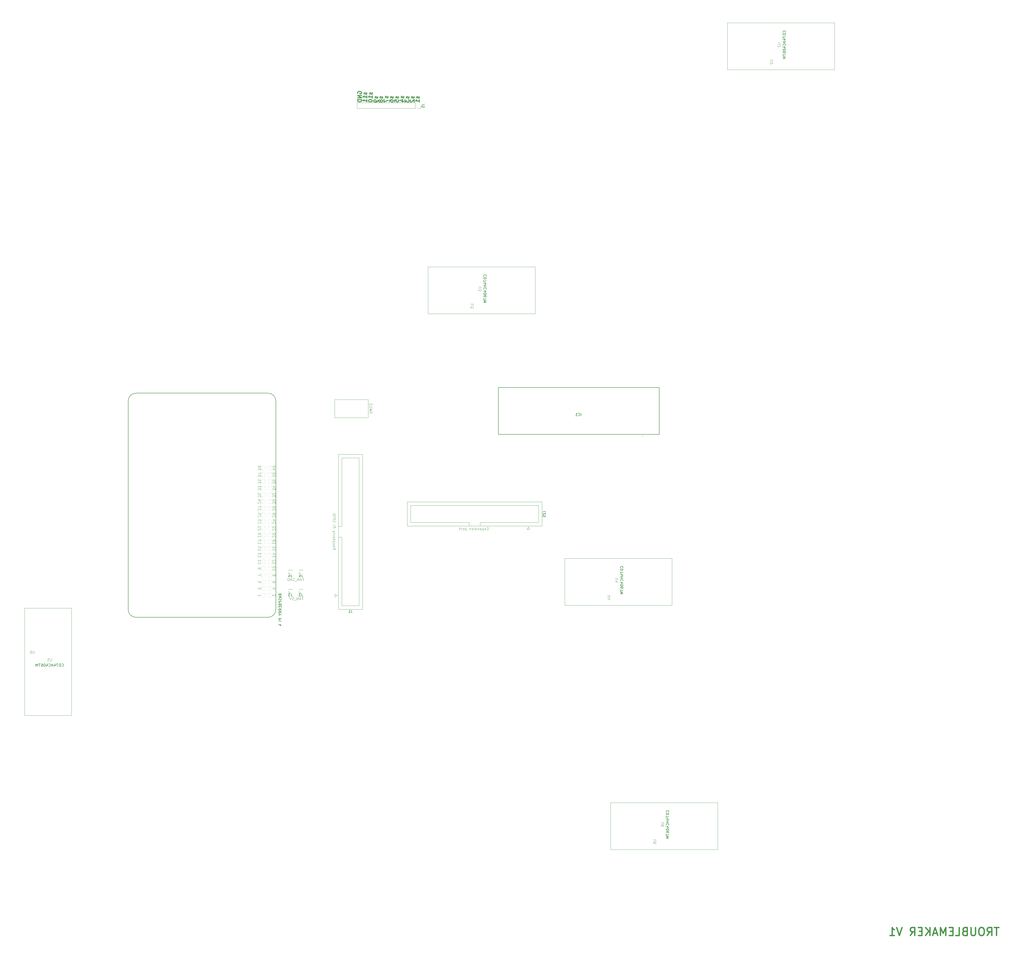
<source format=gbr>
%TF.GenerationSoftware,KiCad,Pcbnew,8.0.5*%
%TF.CreationDate,2024-10-29T20:02:02+01:00*%
%TF.ProjectId,troublemaker,74726f75-626c-4656-9d61-6b65722e6b69,rev?*%
%TF.SameCoordinates,Original*%
%TF.FileFunction,Legend,Bot*%
%TF.FilePolarity,Positive*%
%FSLAX46Y46*%
G04 Gerber Fmt 4.6, Leading zero omitted, Abs format (unit mm)*
G04 Created by KiCad (PCBNEW 8.0.5) date 2024-10-29 20:02:02*
%MOMM*%
%LPD*%
G01*
G04 APERTURE LIST*
%ADD10C,0.100000*%
%ADD11C,0.300000*%
%ADD12C,0.500000*%
%ADD13C,0.150000*%
%ADD14C,0.120000*%
%ADD15C,0.200000*%
%ADD16C,0.127000*%
G04 APERTURE END LIST*
D10*
X178862782Y-273848609D02*
X179196115Y-273848609D01*
X179196115Y-274372419D02*
X179196115Y-273372419D01*
X179196115Y-273372419D02*
X178719925Y-273372419D01*
X178386591Y-274086704D02*
X177910401Y-274086704D01*
X178481829Y-274372419D02*
X178148496Y-273372419D01*
X178148496Y-273372419D02*
X177815163Y-274372419D01*
X177481829Y-274372419D02*
X177481829Y-273372419D01*
X177481829Y-273372419D02*
X176910401Y-274372419D01*
X176910401Y-274372419D02*
X176910401Y-273372419D01*
X176672306Y-274467657D02*
X175910401Y-274467657D01*
X175196115Y-273372419D02*
X175672305Y-273372419D01*
X175672305Y-273372419D02*
X175719924Y-273848609D01*
X175719924Y-273848609D02*
X175672305Y-273800990D01*
X175672305Y-273800990D02*
X175577067Y-273753371D01*
X175577067Y-273753371D02*
X175338972Y-273753371D01*
X175338972Y-273753371D02*
X175243734Y-273800990D01*
X175243734Y-273800990D02*
X175196115Y-273848609D01*
X175196115Y-273848609D02*
X175148496Y-273943847D01*
X175148496Y-273943847D02*
X175148496Y-274181942D01*
X175148496Y-274181942D02*
X175196115Y-274277180D01*
X175196115Y-274277180D02*
X175243734Y-274324800D01*
X175243734Y-274324800D02*
X175338972Y-274372419D01*
X175338972Y-274372419D02*
X175577067Y-274372419D01*
X175577067Y-274372419D02*
X175672305Y-274324800D01*
X175672305Y-274324800D02*
X175719924Y-274277180D01*
X174862781Y-273372419D02*
X174529448Y-274372419D01*
X174529448Y-274372419D02*
X174196115Y-273372419D01*
D11*
X205506900Y-82083082D02*
X205578328Y-82225939D01*
X205578328Y-82225939D02*
X205578328Y-82511653D01*
X205578328Y-82511653D02*
X205506900Y-82654510D01*
X205506900Y-82654510D02*
X205364042Y-82725939D01*
X205364042Y-82725939D02*
X205292614Y-82725939D01*
X205292614Y-82725939D02*
X205149757Y-82654510D01*
X205149757Y-82654510D02*
X205078328Y-82511653D01*
X205078328Y-82511653D02*
X205078328Y-82297368D01*
X205078328Y-82297368D02*
X205006900Y-82154510D01*
X205006900Y-82154510D02*
X204864042Y-82083082D01*
X204864042Y-82083082D02*
X204792614Y-82083082D01*
X204792614Y-82083082D02*
X204649757Y-82154510D01*
X204649757Y-82154510D02*
X204578328Y-82297368D01*
X204578328Y-82297368D02*
X204578328Y-82511653D01*
X204578328Y-82511653D02*
X204649757Y-82654510D01*
X205578328Y-84154511D02*
X205578328Y-83297368D01*
X205578328Y-83725939D02*
X204078328Y-83725939D01*
X204078328Y-83725939D02*
X204292614Y-83583082D01*
X204292614Y-83583082D02*
X204435471Y-83440225D01*
X204435471Y-83440225D02*
X204506900Y-83297368D01*
X204078328Y-85083082D02*
X204078328Y-85225939D01*
X204078328Y-85225939D02*
X204149757Y-85368796D01*
X204149757Y-85368796D02*
X204221185Y-85440225D01*
X204221185Y-85440225D02*
X204364042Y-85511653D01*
X204364042Y-85511653D02*
X204649757Y-85583082D01*
X204649757Y-85583082D02*
X205006900Y-85583082D01*
X205006900Y-85583082D02*
X205292614Y-85511653D01*
X205292614Y-85511653D02*
X205435471Y-85440225D01*
X205435471Y-85440225D02*
X205506900Y-85368796D01*
X205506900Y-85368796D02*
X205578328Y-85225939D01*
X205578328Y-85225939D02*
X205578328Y-85083082D01*
X205578328Y-85083082D02*
X205506900Y-84940225D01*
X205506900Y-84940225D02*
X205435471Y-84868796D01*
X205435471Y-84868796D02*
X205292614Y-84797367D01*
X205292614Y-84797367D02*
X205006900Y-84725939D01*
X205006900Y-84725939D02*
X204649757Y-84725939D01*
X204649757Y-84725939D02*
X204364042Y-84797367D01*
X204364042Y-84797367D02*
X204221185Y-84868796D01*
X204221185Y-84868796D02*
X204149757Y-84940225D01*
X204149757Y-84940225D02*
X204078328Y-85083082D01*
X223306900Y-83583082D02*
X223378328Y-83725939D01*
X223378328Y-83725939D02*
X223378328Y-84011653D01*
X223378328Y-84011653D02*
X223306900Y-84154510D01*
X223306900Y-84154510D02*
X223164042Y-84225939D01*
X223164042Y-84225939D02*
X223092614Y-84225939D01*
X223092614Y-84225939D02*
X222949757Y-84154510D01*
X222949757Y-84154510D02*
X222878328Y-84011653D01*
X222878328Y-84011653D02*
X222878328Y-83797368D01*
X222878328Y-83797368D02*
X222806900Y-83654510D01*
X222806900Y-83654510D02*
X222664042Y-83583082D01*
X222664042Y-83583082D02*
X222592614Y-83583082D01*
X222592614Y-83583082D02*
X222449757Y-83654510D01*
X222449757Y-83654510D02*
X222378328Y-83797368D01*
X222378328Y-83797368D02*
X222378328Y-84011653D01*
X222378328Y-84011653D02*
X222449757Y-84154510D01*
X223378328Y-85654511D02*
X223378328Y-84797368D01*
X223378328Y-85225939D02*
X221878328Y-85225939D01*
X221878328Y-85225939D02*
X222092614Y-85083082D01*
X222092614Y-85083082D02*
X222235471Y-84940225D01*
X222235471Y-84940225D02*
X222306900Y-84797368D01*
D12*
X443035713Y-398606857D02*
X441321428Y-398606857D01*
X442178570Y-401606857D02*
X442178570Y-398606857D01*
X438607142Y-401606857D02*
X439607142Y-400178285D01*
X440321428Y-401606857D02*
X440321428Y-398606857D01*
X440321428Y-398606857D02*
X439178571Y-398606857D01*
X439178571Y-398606857D02*
X438892856Y-398749714D01*
X438892856Y-398749714D02*
X438749999Y-398892571D01*
X438749999Y-398892571D02*
X438607142Y-399178285D01*
X438607142Y-399178285D02*
X438607142Y-399606857D01*
X438607142Y-399606857D02*
X438749999Y-399892571D01*
X438749999Y-399892571D02*
X438892856Y-400035428D01*
X438892856Y-400035428D02*
X439178571Y-400178285D01*
X439178571Y-400178285D02*
X440321428Y-400178285D01*
X436749999Y-398606857D02*
X436178571Y-398606857D01*
X436178571Y-398606857D02*
X435892856Y-398749714D01*
X435892856Y-398749714D02*
X435607142Y-399035428D01*
X435607142Y-399035428D02*
X435464285Y-399606857D01*
X435464285Y-399606857D02*
X435464285Y-400606857D01*
X435464285Y-400606857D02*
X435607142Y-401178285D01*
X435607142Y-401178285D02*
X435892856Y-401464000D01*
X435892856Y-401464000D02*
X436178571Y-401606857D01*
X436178571Y-401606857D02*
X436749999Y-401606857D01*
X436749999Y-401606857D02*
X437035714Y-401464000D01*
X437035714Y-401464000D02*
X437321428Y-401178285D01*
X437321428Y-401178285D02*
X437464285Y-400606857D01*
X437464285Y-400606857D02*
X437464285Y-399606857D01*
X437464285Y-399606857D02*
X437321428Y-399035428D01*
X437321428Y-399035428D02*
X437035714Y-398749714D01*
X437035714Y-398749714D02*
X436749999Y-398606857D01*
X434178571Y-398606857D02*
X434178571Y-401035428D01*
X434178571Y-401035428D02*
X434035714Y-401321142D01*
X434035714Y-401321142D02*
X433892857Y-401464000D01*
X433892857Y-401464000D02*
X433607142Y-401606857D01*
X433607142Y-401606857D02*
X433035714Y-401606857D01*
X433035714Y-401606857D02*
X432749999Y-401464000D01*
X432749999Y-401464000D02*
X432607142Y-401321142D01*
X432607142Y-401321142D02*
X432464285Y-401035428D01*
X432464285Y-401035428D02*
X432464285Y-398606857D01*
X430035714Y-400035428D02*
X429607142Y-400178285D01*
X429607142Y-400178285D02*
X429464285Y-400321142D01*
X429464285Y-400321142D02*
X429321428Y-400606857D01*
X429321428Y-400606857D02*
X429321428Y-401035428D01*
X429321428Y-401035428D02*
X429464285Y-401321142D01*
X429464285Y-401321142D02*
X429607142Y-401464000D01*
X429607142Y-401464000D02*
X429892857Y-401606857D01*
X429892857Y-401606857D02*
X431035714Y-401606857D01*
X431035714Y-401606857D02*
X431035714Y-398606857D01*
X431035714Y-398606857D02*
X430035714Y-398606857D01*
X430035714Y-398606857D02*
X429750000Y-398749714D01*
X429750000Y-398749714D02*
X429607142Y-398892571D01*
X429607142Y-398892571D02*
X429464285Y-399178285D01*
X429464285Y-399178285D02*
X429464285Y-399464000D01*
X429464285Y-399464000D02*
X429607142Y-399749714D01*
X429607142Y-399749714D02*
X429750000Y-399892571D01*
X429750000Y-399892571D02*
X430035714Y-400035428D01*
X430035714Y-400035428D02*
X431035714Y-400035428D01*
X426607142Y-401606857D02*
X428035714Y-401606857D01*
X428035714Y-401606857D02*
X428035714Y-398606857D01*
X425607143Y-400035428D02*
X424607143Y-400035428D01*
X424178571Y-401606857D02*
X425607143Y-401606857D01*
X425607143Y-401606857D02*
X425607143Y-398606857D01*
X425607143Y-398606857D02*
X424178571Y-398606857D01*
X422892857Y-401606857D02*
X422892857Y-398606857D01*
X422892857Y-398606857D02*
X421892857Y-400749714D01*
X421892857Y-400749714D02*
X420892857Y-398606857D01*
X420892857Y-398606857D02*
X420892857Y-401606857D01*
X419607143Y-400749714D02*
X418178572Y-400749714D01*
X419892857Y-401606857D02*
X418892857Y-398606857D01*
X418892857Y-398606857D02*
X417892857Y-401606857D01*
X416892857Y-401606857D02*
X416892857Y-398606857D01*
X415178571Y-401606857D02*
X416464285Y-399892571D01*
X415178571Y-398606857D02*
X416892857Y-400321142D01*
X413892857Y-400035428D02*
X412892857Y-400035428D01*
X412464285Y-401606857D02*
X413892857Y-401606857D01*
X413892857Y-401606857D02*
X413892857Y-398606857D01*
X413892857Y-398606857D02*
X412464285Y-398606857D01*
X409464285Y-401606857D02*
X410464285Y-400178285D01*
X411178571Y-401606857D02*
X411178571Y-398606857D01*
X411178571Y-398606857D02*
X410035714Y-398606857D01*
X410035714Y-398606857D02*
X409749999Y-398749714D01*
X409749999Y-398749714D02*
X409607142Y-398892571D01*
X409607142Y-398892571D02*
X409464285Y-399178285D01*
X409464285Y-399178285D02*
X409464285Y-399606857D01*
X409464285Y-399606857D02*
X409607142Y-399892571D01*
X409607142Y-399892571D02*
X409749999Y-400035428D01*
X409749999Y-400035428D02*
X410035714Y-400178285D01*
X410035714Y-400178285D02*
X411178571Y-400178285D01*
X406321428Y-398606857D02*
X405321428Y-401606857D01*
X405321428Y-401606857D02*
X404321428Y-398606857D01*
X401749999Y-401606857D02*
X403464285Y-401606857D01*
X402607142Y-401606857D02*
X402607142Y-398606857D01*
X402607142Y-398606857D02*
X402892856Y-399035428D01*
X402892856Y-399035428D02*
X403178571Y-399321142D01*
X403178571Y-399321142D02*
X403464285Y-399464000D01*
D11*
X213406900Y-83583082D02*
X213478328Y-83725939D01*
X213478328Y-83725939D02*
X213478328Y-84011653D01*
X213478328Y-84011653D02*
X213406900Y-84154510D01*
X213406900Y-84154510D02*
X213264042Y-84225939D01*
X213264042Y-84225939D02*
X213192614Y-84225939D01*
X213192614Y-84225939D02*
X213049757Y-84154510D01*
X213049757Y-84154510D02*
X212978328Y-84011653D01*
X212978328Y-84011653D02*
X212978328Y-83797368D01*
X212978328Y-83797368D02*
X212906900Y-83654510D01*
X212906900Y-83654510D02*
X212764042Y-83583082D01*
X212764042Y-83583082D02*
X212692614Y-83583082D01*
X212692614Y-83583082D02*
X212549757Y-83654510D01*
X212549757Y-83654510D02*
X212478328Y-83797368D01*
X212478328Y-83797368D02*
X212478328Y-84011653D01*
X212478328Y-84011653D02*
X212549757Y-84154510D01*
X211978328Y-85511654D02*
X211978328Y-85225939D01*
X211978328Y-85225939D02*
X212049757Y-85083082D01*
X212049757Y-85083082D02*
X212121185Y-85011654D01*
X212121185Y-85011654D02*
X212335471Y-84868796D01*
X212335471Y-84868796D02*
X212621185Y-84797368D01*
X212621185Y-84797368D02*
X213192614Y-84797368D01*
X213192614Y-84797368D02*
X213335471Y-84868796D01*
X213335471Y-84868796D02*
X213406900Y-84940225D01*
X213406900Y-84940225D02*
X213478328Y-85083082D01*
X213478328Y-85083082D02*
X213478328Y-85368796D01*
X213478328Y-85368796D02*
X213406900Y-85511654D01*
X213406900Y-85511654D02*
X213335471Y-85583082D01*
X213335471Y-85583082D02*
X213192614Y-85654511D01*
X213192614Y-85654511D02*
X212835471Y-85654511D01*
X212835471Y-85654511D02*
X212692614Y-85583082D01*
X212692614Y-85583082D02*
X212621185Y-85511654D01*
X212621185Y-85511654D02*
X212549757Y-85368796D01*
X212549757Y-85368796D02*
X212549757Y-85083082D01*
X212549757Y-85083082D02*
X212621185Y-84940225D01*
X212621185Y-84940225D02*
X212692614Y-84868796D01*
X212692614Y-84868796D02*
X212835471Y-84797368D01*
X200049757Y-82440225D02*
X199978328Y-82297368D01*
X199978328Y-82297368D02*
X199978328Y-82083082D01*
X199978328Y-82083082D02*
X200049757Y-81868796D01*
X200049757Y-81868796D02*
X200192614Y-81725939D01*
X200192614Y-81725939D02*
X200335471Y-81654510D01*
X200335471Y-81654510D02*
X200621185Y-81583082D01*
X200621185Y-81583082D02*
X200835471Y-81583082D01*
X200835471Y-81583082D02*
X201121185Y-81654510D01*
X201121185Y-81654510D02*
X201264042Y-81725939D01*
X201264042Y-81725939D02*
X201406900Y-81868796D01*
X201406900Y-81868796D02*
X201478328Y-82083082D01*
X201478328Y-82083082D02*
X201478328Y-82225939D01*
X201478328Y-82225939D02*
X201406900Y-82440225D01*
X201406900Y-82440225D02*
X201335471Y-82511653D01*
X201335471Y-82511653D02*
X200835471Y-82511653D01*
X200835471Y-82511653D02*
X200835471Y-82225939D01*
X201478328Y-83154510D02*
X199978328Y-83154510D01*
X199978328Y-83154510D02*
X201478328Y-84011653D01*
X201478328Y-84011653D02*
X199978328Y-84011653D01*
X201478328Y-84725939D02*
X199978328Y-84725939D01*
X199978328Y-84725939D02*
X199978328Y-85083082D01*
X199978328Y-85083082D02*
X200049757Y-85297368D01*
X200049757Y-85297368D02*
X200192614Y-85440225D01*
X200192614Y-85440225D02*
X200335471Y-85511654D01*
X200335471Y-85511654D02*
X200621185Y-85583082D01*
X200621185Y-85583082D02*
X200835471Y-85583082D01*
X200835471Y-85583082D02*
X201121185Y-85511654D01*
X201121185Y-85511654D02*
X201264042Y-85440225D01*
X201264042Y-85440225D02*
X201406900Y-85297368D01*
X201406900Y-85297368D02*
X201478328Y-85083082D01*
X201478328Y-85083082D02*
X201478328Y-84725939D01*
X207506900Y-83583082D02*
X207578328Y-83725939D01*
X207578328Y-83725939D02*
X207578328Y-84011653D01*
X207578328Y-84011653D02*
X207506900Y-84154510D01*
X207506900Y-84154510D02*
X207364042Y-84225939D01*
X207364042Y-84225939D02*
X207292614Y-84225939D01*
X207292614Y-84225939D02*
X207149757Y-84154510D01*
X207149757Y-84154510D02*
X207078328Y-84011653D01*
X207078328Y-84011653D02*
X207078328Y-83797368D01*
X207078328Y-83797368D02*
X207006900Y-83654510D01*
X207006900Y-83654510D02*
X206864042Y-83583082D01*
X206864042Y-83583082D02*
X206792614Y-83583082D01*
X206792614Y-83583082D02*
X206649757Y-83654510D01*
X206649757Y-83654510D02*
X206578328Y-83797368D01*
X206578328Y-83797368D02*
X206578328Y-84011653D01*
X206578328Y-84011653D02*
X206649757Y-84154510D01*
X207578328Y-84940225D02*
X207578328Y-85225939D01*
X207578328Y-85225939D02*
X207506900Y-85368796D01*
X207506900Y-85368796D02*
X207435471Y-85440225D01*
X207435471Y-85440225D02*
X207221185Y-85583082D01*
X207221185Y-85583082D02*
X206935471Y-85654511D01*
X206935471Y-85654511D02*
X206364042Y-85654511D01*
X206364042Y-85654511D02*
X206221185Y-85583082D01*
X206221185Y-85583082D02*
X206149757Y-85511654D01*
X206149757Y-85511654D02*
X206078328Y-85368796D01*
X206078328Y-85368796D02*
X206078328Y-85083082D01*
X206078328Y-85083082D02*
X206149757Y-84940225D01*
X206149757Y-84940225D02*
X206221185Y-84868796D01*
X206221185Y-84868796D02*
X206364042Y-84797368D01*
X206364042Y-84797368D02*
X206721185Y-84797368D01*
X206721185Y-84797368D02*
X206864042Y-84868796D01*
X206864042Y-84868796D02*
X206935471Y-84940225D01*
X206935471Y-84940225D02*
X207006900Y-85083082D01*
X207006900Y-85083082D02*
X207006900Y-85368796D01*
X207006900Y-85368796D02*
X206935471Y-85511654D01*
X206935471Y-85511654D02*
X206864042Y-85583082D01*
X206864042Y-85583082D02*
X206721185Y-85654511D01*
X221306900Y-83583082D02*
X221378328Y-83725939D01*
X221378328Y-83725939D02*
X221378328Y-84011653D01*
X221378328Y-84011653D02*
X221306900Y-84154510D01*
X221306900Y-84154510D02*
X221164042Y-84225939D01*
X221164042Y-84225939D02*
X221092614Y-84225939D01*
X221092614Y-84225939D02*
X220949757Y-84154510D01*
X220949757Y-84154510D02*
X220878328Y-84011653D01*
X220878328Y-84011653D02*
X220878328Y-83797368D01*
X220878328Y-83797368D02*
X220806900Y-83654510D01*
X220806900Y-83654510D02*
X220664042Y-83583082D01*
X220664042Y-83583082D02*
X220592614Y-83583082D01*
X220592614Y-83583082D02*
X220449757Y-83654510D01*
X220449757Y-83654510D02*
X220378328Y-83797368D01*
X220378328Y-83797368D02*
X220378328Y-84011653D01*
X220378328Y-84011653D02*
X220449757Y-84154510D01*
X220021185Y-84797368D02*
X219949757Y-84868796D01*
X219949757Y-84868796D02*
X219878328Y-85011654D01*
X219878328Y-85011654D02*
X219878328Y-85368796D01*
X219878328Y-85368796D02*
X219949757Y-85511654D01*
X219949757Y-85511654D02*
X220021185Y-85583082D01*
X220021185Y-85583082D02*
X220164042Y-85654511D01*
X220164042Y-85654511D02*
X220306900Y-85654511D01*
X220306900Y-85654511D02*
X220521185Y-85583082D01*
X220521185Y-85583082D02*
X221378328Y-84725939D01*
X221378328Y-84725939D02*
X221378328Y-85654511D01*
X215406900Y-83583082D02*
X215478328Y-83725939D01*
X215478328Y-83725939D02*
X215478328Y-84011653D01*
X215478328Y-84011653D02*
X215406900Y-84154510D01*
X215406900Y-84154510D02*
X215264042Y-84225939D01*
X215264042Y-84225939D02*
X215192614Y-84225939D01*
X215192614Y-84225939D02*
X215049757Y-84154510D01*
X215049757Y-84154510D02*
X214978328Y-84011653D01*
X214978328Y-84011653D02*
X214978328Y-83797368D01*
X214978328Y-83797368D02*
X214906900Y-83654510D01*
X214906900Y-83654510D02*
X214764042Y-83583082D01*
X214764042Y-83583082D02*
X214692614Y-83583082D01*
X214692614Y-83583082D02*
X214549757Y-83654510D01*
X214549757Y-83654510D02*
X214478328Y-83797368D01*
X214478328Y-83797368D02*
X214478328Y-84011653D01*
X214478328Y-84011653D02*
X214549757Y-84154510D01*
X213978328Y-85583082D02*
X213978328Y-84868796D01*
X213978328Y-84868796D02*
X214692614Y-84797368D01*
X214692614Y-84797368D02*
X214621185Y-84868796D01*
X214621185Y-84868796D02*
X214549757Y-85011654D01*
X214549757Y-85011654D02*
X214549757Y-85368796D01*
X214549757Y-85368796D02*
X214621185Y-85511654D01*
X214621185Y-85511654D02*
X214692614Y-85583082D01*
X214692614Y-85583082D02*
X214835471Y-85654511D01*
X214835471Y-85654511D02*
X215192614Y-85654511D01*
X215192614Y-85654511D02*
X215335471Y-85583082D01*
X215335471Y-85583082D02*
X215406900Y-85511654D01*
X215406900Y-85511654D02*
X215478328Y-85368796D01*
X215478328Y-85368796D02*
X215478328Y-85011654D01*
X215478328Y-85011654D02*
X215406900Y-84868796D01*
X215406900Y-84868796D02*
X215335471Y-84797368D01*
X219406900Y-83583082D02*
X219478328Y-83725939D01*
X219478328Y-83725939D02*
X219478328Y-84011653D01*
X219478328Y-84011653D02*
X219406900Y-84154510D01*
X219406900Y-84154510D02*
X219264042Y-84225939D01*
X219264042Y-84225939D02*
X219192614Y-84225939D01*
X219192614Y-84225939D02*
X219049757Y-84154510D01*
X219049757Y-84154510D02*
X218978328Y-84011653D01*
X218978328Y-84011653D02*
X218978328Y-83797368D01*
X218978328Y-83797368D02*
X218906900Y-83654510D01*
X218906900Y-83654510D02*
X218764042Y-83583082D01*
X218764042Y-83583082D02*
X218692614Y-83583082D01*
X218692614Y-83583082D02*
X218549757Y-83654510D01*
X218549757Y-83654510D02*
X218478328Y-83797368D01*
X218478328Y-83797368D02*
X218478328Y-84011653D01*
X218478328Y-84011653D02*
X218549757Y-84154510D01*
X217978328Y-84725939D02*
X217978328Y-85654511D01*
X217978328Y-85654511D02*
X218549757Y-85154511D01*
X218549757Y-85154511D02*
X218549757Y-85368796D01*
X218549757Y-85368796D02*
X218621185Y-85511654D01*
X218621185Y-85511654D02*
X218692614Y-85583082D01*
X218692614Y-85583082D02*
X218835471Y-85654511D01*
X218835471Y-85654511D02*
X219192614Y-85654511D01*
X219192614Y-85654511D02*
X219335471Y-85583082D01*
X219335471Y-85583082D02*
X219406900Y-85511654D01*
X219406900Y-85511654D02*
X219478328Y-85368796D01*
X219478328Y-85368796D02*
X219478328Y-84940225D01*
X219478328Y-84940225D02*
X219406900Y-84797368D01*
X219406900Y-84797368D02*
X219335471Y-84725939D01*
D10*
X179112782Y-266598609D02*
X179446115Y-266598609D01*
X179446115Y-267122419D02*
X179446115Y-266122419D01*
X179446115Y-266122419D02*
X178969925Y-266122419D01*
X178636591Y-266836704D02*
X178160401Y-266836704D01*
X178731829Y-267122419D02*
X178398496Y-266122419D01*
X178398496Y-266122419D02*
X178065163Y-267122419D01*
X177731829Y-267122419D02*
X177731829Y-266122419D01*
X177731829Y-266122419D02*
X177160401Y-267122419D01*
X177160401Y-267122419D02*
X177160401Y-266122419D01*
X176922306Y-267217657D02*
X176160401Y-267217657D01*
X175398496Y-266170038D02*
X175493734Y-266122419D01*
X175493734Y-266122419D02*
X175636591Y-266122419D01*
X175636591Y-266122419D02*
X175779448Y-266170038D01*
X175779448Y-266170038D02*
X175874686Y-266265276D01*
X175874686Y-266265276D02*
X175922305Y-266360514D01*
X175922305Y-266360514D02*
X175969924Y-266550990D01*
X175969924Y-266550990D02*
X175969924Y-266693847D01*
X175969924Y-266693847D02*
X175922305Y-266884323D01*
X175922305Y-266884323D02*
X175874686Y-266979561D01*
X175874686Y-266979561D02*
X175779448Y-267074800D01*
X175779448Y-267074800D02*
X175636591Y-267122419D01*
X175636591Y-267122419D02*
X175541353Y-267122419D01*
X175541353Y-267122419D02*
X175398496Y-267074800D01*
X175398496Y-267074800D02*
X175350877Y-267027180D01*
X175350877Y-267027180D02*
X175350877Y-266693847D01*
X175350877Y-266693847D02*
X175541353Y-266693847D01*
X174922305Y-267122419D02*
X174922305Y-266122419D01*
X174922305Y-266122419D02*
X174350877Y-267122419D01*
X174350877Y-267122419D02*
X174350877Y-266122419D01*
X173874686Y-267122419D02*
X173874686Y-266122419D01*
X173874686Y-266122419D02*
X173636591Y-266122419D01*
X173636591Y-266122419D02*
X173493734Y-266170038D01*
X173493734Y-266170038D02*
X173398496Y-266265276D01*
X173398496Y-266265276D02*
X173350877Y-266360514D01*
X173350877Y-266360514D02*
X173303258Y-266550990D01*
X173303258Y-266550990D02*
X173303258Y-266693847D01*
X173303258Y-266693847D02*
X173350877Y-266884323D01*
X173350877Y-266884323D02*
X173398496Y-266979561D01*
X173398496Y-266979561D02*
X173493734Y-267074800D01*
X173493734Y-267074800D02*
X173636591Y-267122419D01*
X173636591Y-267122419D02*
X173874686Y-267122419D01*
D11*
X209406900Y-83583082D02*
X209478328Y-83725939D01*
X209478328Y-83725939D02*
X209478328Y-84011653D01*
X209478328Y-84011653D02*
X209406900Y-84154510D01*
X209406900Y-84154510D02*
X209264042Y-84225939D01*
X209264042Y-84225939D02*
X209192614Y-84225939D01*
X209192614Y-84225939D02*
X209049757Y-84154510D01*
X209049757Y-84154510D02*
X208978328Y-84011653D01*
X208978328Y-84011653D02*
X208978328Y-83797368D01*
X208978328Y-83797368D02*
X208906900Y-83654510D01*
X208906900Y-83654510D02*
X208764042Y-83583082D01*
X208764042Y-83583082D02*
X208692614Y-83583082D01*
X208692614Y-83583082D02*
X208549757Y-83654510D01*
X208549757Y-83654510D02*
X208478328Y-83797368D01*
X208478328Y-83797368D02*
X208478328Y-84011653D01*
X208478328Y-84011653D02*
X208549757Y-84154510D01*
X208621185Y-85083082D02*
X208549757Y-84940225D01*
X208549757Y-84940225D02*
X208478328Y-84868796D01*
X208478328Y-84868796D02*
X208335471Y-84797368D01*
X208335471Y-84797368D02*
X208264042Y-84797368D01*
X208264042Y-84797368D02*
X208121185Y-84868796D01*
X208121185Y-84868796D02*
X208049757Y-84940225D01*
X208049757Y-84940225D02*
X207978328Y-85083082D01*
X207978328Y-85083082D02*
X207978328Y-85368796D01*
X207978328Y-85368796D02*
X208049757Y-85511654D01*
X208049757Y-85511654D02*
X208121185Y-85583082D01*
X208121185Y-85583082D02*
X208264042Y-85654511D01*
X208264042Y-85654511D02*
X208335471Y-85654511D01*
X208335471Y-85654511D02*
X208478328Y-85583082D01*
X208478328Y-85583082D02*
X208549757Y-85511654D01*
X208549757Y-85511654D02*
X208621185Y-85368796D01*
X208621185Y-85368796D02*
X208621185Y-85083082D01*
X208621185Y-85083082D02*
X208692614Y-84940225D01*
X208692614Y-84940225D02*
X208764042Y-84868796D01*
X208764042Y-84868796D02*
X208906900Y-84797368D01*
X208906900Y-84797368D02*
X209192614Y-84797368D01*
X209192614Y-84797368D02*
X209335471Y-84868796D01*
X209335471Y-84868796D02*
X209406900Y-84940225D01*
X209406900Y-84940225D02*
X209478328Y-85083082D01*
X209478328Y-85083082D02*
X209478328Y-85368796D01*
X209478328Y-85368796D02*
X209406900Y-85511654D01*
X209406900Y-85511654D02*
X209335471Y-85583082D01*
X209335471Y-85583082D02*
X209192614Y-85654511D01*
X209192614Y-85654511D02*
X208906900Y-85654511D01*
X208906900Y-85654511D02*
X208764042Y-85583082D01*
X208764042Y-85583082D02*
X208692614Y-85511654D01*
X208692614Y-85511654D02*
X208621185Y-85368796D01*
X203406900Y-82083082D02*
X203478328Y-82225939D01*
X203478328Y-82225939D02*
X203478328Y-82511653D01*
X203478328Y-82511653D02*
X203406900Y-82654510D01*
X203406900Y-82654510D02*
X203264042Y-82725939D01*
X203264042Y-82725939D02*
X203192614Y-82725939D01*
X203192614Y-82725939D02*
X203049757Y-82654510D01*
X203049757Y-82654510D02*
X202978328Y-82511653D01*
X202978328Y-82511653D02*
X202978328Y-82297368D01*
X202978328Y-82297368D02*
X202906900Y-82154510D01*
X202906900Y-82154510D02*
X202764042Y-82083082D01*
X202764042Y-82083082D02*
X202692614Y-82083082D01*
X202692614Y-82083082D02*
X202549757Y-82154510D01*
X202549757Y-82154510D02*
X202478328Y-82297368D01*
X202478328Y-82297368D02*
X202478328Y-82511653D01*
X202478328Y-82511653D02*
X202549757Y-82654510D01*
X203478328Y-84154511D02*
X203478328Y-83297368D01*
X203478328Y-83725939D02*
X201978328Y-83725939D01*
X201978328Y-83725939D02*
X202192614Y-83583082D01*
X202192614Y-83583082D02*
X202335471Y-83440225D01*
X202335471Y-83440225D02*
X202406900Y-83297368D01*
X203478328Y-85583082D02*
X203478328Y-84725939D01*
X203478328Y-85154510D02*
X201978328Y-85154510D01*
X201978328Y-85154510D02*
X202192614Y-85011653D01*
X202192614Y-85011653D02*
X202335471Y-84868796D01*
X202335471Y-84868796D02*
X202406900Y-84725939D01*
D10*
X249404762Y-247348609D02*
X249071429Y-247348609D01*
X248928572Y-247872419D02*
X249404762Y-247872419D01*
X249404762Y-247872419D02*
X249404762Y-246872419D01*
X249404762Y-246872419D02*
X248928572Y-246872419D01*
X248595238Y-247872419D02*
X248071429Y-247205752D01*
X248595238Y-247205752D02*
X248071429Y-247872419D01*
X247690476Y-247205752D02*
X247690476Y-248205752D01*
X247690476Y-247253371D02*
X247595238Y-247205752D01*
X247595238Y-247205752D02*
X247404762Y-247205752D01*
X247404762Y-247205752D02*
X247309524Y-247253371D01*
X247309524Y-247253371D02*
X247261905Y-247300990D01*
X247261905Y-247300990D02*
X247214286Y-247396228D01*
X247214286Y-247396228D02*
X247214286Y-247681942D01*
X247214286Y-247681942D02*
X247261905Y-247777180D01*
X247261905Y-247777180D02*
X247309524Y-247824800D01*
X247309524Y-247824800D02*
X247404762Y-247872419D01*
X247404762Y-247872419D02*
X247595238Y-247872419D01*
X247595238Y-247872419D02*
X247690476Y-247824800D01*
X246357143Y-247872419D02*
X246357143Y-247348609D01*
X246357143Y-247348609D02*
X246404762Y-247253371D01*
X246404762Y-247253371D02*
X246500000Y-247205752D01*
X246500000Y-247205752D02*
X246690476Y-247205752D01*
X246690476Y-247205752D02*
X246785714Y-247253371D01*
X246357143Y-247824800D02*
X246452381Y-247872419D01*
X246452381Y-247872419D02*
X246690476Y-247872419D01*
X246690476Y-247872419D02*
X246785714Y-247824800D01*
X246785714Y-247824800D02*
X246833333Y-247729561D01*
X246833333Y-247729561D02*
X246833333Y-247634323D01*
X246833333Y-247634323D02*
X246785714Y-247539085D01*
X246785714Y-247539085D02*
X246690476Y-247491466D01*
X246690476Y-247491466D02*
X246452381Y-247491466D01*
X246452381Y-247491466D02*
X246357143Y-247443847D01*
X245880952Y-247205752D02*
X245880952Y-247872419D01*
X245880952Y-247300990D02*
X245833333Y-247253371D01*
X245833333Y-247253371D02*
X245738095Y-247205752D01*
X245738095Y-247205752D02*
X245595238Y-247205752D01*
X245595238Y-247205752D02*
X245500000Y-247253371D01*
X245500000Y-247253371D02*
X245452381Y-247348609D01*
X245452381Y-247348609D02*
X245452381Y-247872419D01*
X245023809Y-247824800D02*
X244928571Y-247872419D01*
X244928571Y-247872419D02*
X244738095Y-247872419D01*
X244738095Y-247872419D02*
X244642857Y-247824800D01*
X244642857Y-247824800D02*
X244595238Y-247729561D01*
X244595238Y-247729561D02*
X244595238Y-247681942D01*
X244595238Y-247681942D02*
X244642857Y-247586704D01*
X244642857Y-247586704D02*
X244738095Y-247539085D01*
X244738095Y-247539085D02*
X244880952Y-247539085D01*
X244880952Y-247539085D02*
X244976190Y-247491466D01*
X244976190Y-247491466D02*
X245023809Y-247396228D01*
X245023809Y-247396228D02*
X245023809Y-247348609D01*
X245023809Y-247348609D02*
X244976190Y-247253371D01*
X244976190Y-247253371D02*
X244880952Y-247205752D01*
X244880952Y-247205752D02*
X244738095Y-247205752D01*
X244738095Y-247205752D02*
X244642857Y-247253371D01*
X244166666Y-247872419D02*
X244166666Y-247205752D01*
X244166666Y-246872419D02*
X244214285Y-246920038D01*
X244214285Y-246920038D02*
X244166666Y-246967657D01*
X244166666Y-246967657D02*
X244119047Y-246920038D01*
X244119047Y-246920038D02*
X244166666Y-246872419D01*
X244166666Y-246872419D02*
X244166666Y-246967657D01*
X243547619Y-247872419D02*
X243642857Y-247824800D01*
X243642857Y-247824800D02*
X243690476Y-247777180D01*
X243690476Y-247777180D02*
X243738095Y-247681942D01*
X243738095Y-247681942D02*
X243738095Y-247396228D01*
X243738095Y-247396228D02*
X243690476Y-247300990D01*
X243690476Y-247300990D02*
X243642857Y-247253371D01*
X243642857Y-247253371D02*
X243547619Y-247205752D01*
X243547619Y-247205752D02*
X243404762Y-247205752D01*
X243404762Y-247205752D02*
X243309524Y-247253371D01*
X243309524Y-247253371D02*
X243261905Y-247300990D01*
X243261905Y-247300990D02*
X243214286Y-247396228D01*
X243214286Y-247396228D02*
X243214286Y-247681942D01*
X243214286Y-247681942D02*
X243261905Y-247777180D01*
X243261905Y-247777180D02*
X243309524Y-247824800D01*
X243309524Y-247824800D02*
X243404762Y-247872419D01*
X243404762Y-247872419D02*
X243547619Y-247872419D01*
X242785714Y-247205752D02*
X242785714Y-247872419D01*
X242785714Y-247300990D02*
X242738095Y-247253371D01*
X242738095Y-247253371D02*
X242642857Y-247205752D01*
X242642857Y-247205752D02*
X242500000Y-247205752D01*
X242500000Y-247205752D02*
X242404762Y-247253371D01*
X242404762Y-247253371D02*
X242357143Y-247348609D01*
X242357143Y-247348609D02*
X242357143Y-247872419D01*
X241119047Y-247205752D02*
X241119047Y-248205752D01*
X241119047Y-247253371D02*
X241023809Y-247205752D01*
X241023809Y-247205752D02*
X240833333Y-247205752D01*
X240833333Y-247205752D02*
X240738095Y-247253371D01*
X240738095Y-247253371D02*
X240690476Y-247300990D01*
X240690476Y-247300990D02*
X240642857Y-247396228D01*
X240642857Y-247396228D02*
X240642857Y-247681942D01*
X240642857Y-247681942D02*
X240690476Y-247777180D01*
X240690476Y-247777180D02*
X240738095Y-247824800D01*
X240738095Y-247824800D02*
X240833333Y-247872419D01*
X240833333Y-247872419D02*
X241023809Y-247872419D01*
X241023809Y-247872419D02*
X241119047Y-247824800D01*
X240071428Y-247872419D02*
X240166666Y-247824800D01*
X240166666Y-247824800D02*
X240214285Y-247777180D01*
X240214285Y-247777180D02*
X240261904Y-247681942D01*
X240261904Y-247681942D02*
X240261904Y-247396228D01*
X240261904Y-247396228D02*
X240214285Y-247300990D01*
X240214285Y-247300990D02*
X240166666Y-247253371D01*
X240166666Y-247253371D02*
X240071428Y-247205752D01*
X240071428Y-247205752D02*
X239928571Y-247205752D01*
X239928571Y-247205752D02*
X239833333Y-247253371D01*
X239833333Y-247253371D02*
X239785714Y-247300990D01*
X239785714Y-247300990D02*
X239738095Y-247396228D01*
X239738095Y-247396228D02*
X239738095Y-247681942D01*
X239738095Y-247681942D02*
X239785714Y-247777180D01*
X239785714Y-247777180D02*
X239833333Y-247824800D01*
X239833333Y-247824800D02*
X239928571Y-247872419D01*
X239928571Y-247872419D02*
X240071428Y-247872419D01*
X239309523Y-247872419D02*
X239309523Y-247205752D01*
X239309523Y-247396228D02*
X239261904Y-247300990D01*
X239261904Y-247300990D02*
X239214285Y-247253371D01*
X239214285Y-247253371D02*
X239119047Y-247205752D01*
X239119047Y-247205752D02*
X239023809Y-247205752D01*
X238833332Y-247205752D02*
X238452380Y-247205752D01*
X238690475Y-246872419D02*
X238690475Y-247729561D01*
X238690475Y-247729561D02*
X238642856Y-247824800D01*
X238642856Y-247824800D02*
X238547618Y-247872419D01*
X238547618Y-247872419D02*
X238452380Y-247872419D01*
D11*
X217406900Y-83483082D02*
X217478328Y-83625939D01*
X217478328Y-83625939D02*
X217478328Y-83911653D01*
X217478328Y-83911653D02*
X217406900Y-84054510D01*
X217406900Y-84054510D02*
X217264042Y-84125939D01*
X217264042Y-84125939D02*
X217192614Y-84125939D01*
X217192614Y-84125939D02*
X217049757Y-84054510D01*
X217049757Y-84054510D02*
X216978328Y-83911653D01*
X216978328Y-83911653D02*
X216978328Y-83697368D01*
X216978328Y-83697368D02*
X216906900Y-83554510D01*
X216906900Y-83554510D02*
X216764042Y-83483082D01*
X216764042Y-83483082D02*
X216692614Y-83483082D01*
X216692614Y-83483082D02*
X216549757Y-83554510D01*
X216549757Y-83554510D02*
X216478328Y-83697368D01*
X216478328Y-83697368D02*
X216478328Y-83911653D01*
X216478328Y-83911653D02*
X216549757Y-84054510D01*
X216478328Y-85411654D02*
X217478328Y-85411654D01*
X215906900Y-85054511D02*
X216978328Y-84697368D01*
X216978328Y-84697368D02*
X216978328Y-85625939D01*
D10*
X190627580Y-254624687D02*
X191103771Y-254958020D01*
X190627580Y-255196115D02*
X191627580Y-255196115D01*
X191627580Y-255196115D02*
X191627580Y-254815163D01*
X191627580Y-254815163D02*
X191579961Y-254719925D01*
X191579961Y-254719925D02*
X191532342Y-254672306D01*
X191532342Y-254672306D02*
X191437104Y-254624687D01*
X191437104Y-254624687D02*
X191294247Y-254624687D01*
X191294247Y-254624687D02*
X191199009Y-254672306D01*
X191199009Y-254672306D02*
X191151390Y-254719925D01*
X191151390Y-254719925D02*
X191103771Y-254815163D01*
X191103771Y-254815163D02*
X191103771Y-255196115D01*
X190627580Y-253767544D02*
X191151390Y-253767544D01*
X191151390Y-253767544D02*
X191246628Y-253815163D01*
X191246628Y-253815163D02*
X191294247Y-253910401D01*
X191294247Y-253910401D02*
X191294247Y-254100877D01*
X191294247Y-254100877D02*
X191246628Y-254196115D01*
X190675200Y-253767544D02*
X190627580Y-253862782D01*
X190627580Y-253862782D02*
X190627580Y-254100877D01*
X190627580Y-254100877D02*
X190675200Y-254196115D01*
X190675200Y-254196115D02*
X190770438Y-254243734D01*
X190770438Y-254243734D02*
X190865676Y-254243734D01*
X190865676Y-254243734D02*
X190960914Y-254196115D01*
X190960914Y-254196115D02*
X191008533Y-254100877D01*
X191008533Y-254100877D02*
X191008533Y-253862782D01*
X191008533Y-253862782D02*
X191056152Y-253767544D01*
X190675200Y-253338972D02*
X190627580Y-253243734D01*
X190627580Y-253243734D02*
X190627580Y-253053258D01*
X190627580Y-253053258D02*
X190675200Y-252958020D01*
X190675200Y-252958020D02*
X190770438Y-252910401D01*
X190770438Y-252910401D02*
X190818057Y-252910401D01*
X190818057Y-252910401D02*
X190913295Y-252958020D01*
X190913295Y-252958020D02*
X190960914Y-253053258D01*
X190960914Y-253053258D02*
X190960914Y-253196115D01*
X190960914Y-253196115D02*
X191008533Y-253291353D01*
X191008533Y-253291353D02*
X191103771Y-253338972D01*
X191103771Y-253338972D02*
X191151390Y-253338972D01*
X191151390Y-253338972D02*
X191246628Y-253291353D01*
X191246628Y-253291353D02*
X191294247Y-253196115D01*
X191294247Y-253196115D02*
X191294247Y-253053258D01*
X191294247Y-253053258D02*
X191246628Y-252958020D01*
X191294247Y-252481829D02*
X190294247Y-252481829D01*
X191246628Y-252481829D02*
X191294247Y-252386591D01*
X191294247Y-252386591D02*
X191294247Y-252196115D01*
X191294247Y-252196115D02*
X191246628Y-252100877D01*
X191246628Y-252100877D02*
X191199009Y-252053258D01*
X191199009Y-252053258D02*
X191103771Y-252005639D01*
X191103771Y-252005639D02*
X190818057Y-252005639D01*
X190818057Y-252005639D02*
X190722819Y-252053258D01*
X190722819Y-252053258D02*
X190675200Y-252100877D01*
X190675200Y-252100877D02*
X190627580Y-252196115D01*
X190627580Y-252196115D02*
X190627580Y-252386591D01*
X190627580Y-252386591D02*
X190675200Y-252481829D01*
X190627580Y-251577067D02*
X191627580Y-251577067D01*
X191246628Y-251577067D02*
X191294247Y-251481829D01*
X191294247Y-251481829D02*
X191294247Y-251291353D01*
X191294247Y-251291353D02*
X191246628Y-251196115D01*
X191246628Y-251196115D02*
X191199009Y-251148496D01*
X191199009Y-251148496D02*
X191103771Y-251100877D01*
X191103771Y-251100877D02*
X190818057Y-251100877D01*
X190818057Y-251100877D02*
X190722819Y-251148496D01*
X190722819Y-251148496D02*
X190675200Y-251196115D01*
X190675200Y-251196115D02*
X190627580Y-251291353D01*
X190627580Y-251291353D02*
X190627580Y-251481829D01*
X190627580Y-251481829D02*
X190675200Y-251577067D01*
X190675200Y-250291353D02*
X190627580Y-250386591D01*
X190627580Y-250386591D02*
X190627580Y-250577067D01*
X190627580Y-250577067D02*
X190675200Y-250672305D01*
X190675200Y-250672305D02*
X190770438Y-250719924D01*
X190770438Y-250719924D02*
X191151390Y-250719924D01*
X191151390Y-250719924D02*
X191246628Y-250672305D01*
X191246628Y-250672305D02*
X191294247Y-250577067D01*
X191294247Y-250577067D02*
X191294247Y-250386591D01*
X191294247Y-250386591D02*
X191246628Y-250291353D01*
X191246628Y-250291353D02*
X191151390Y-250243734D01*
X191151390Y-250243734D02*
X191056152Y-250243734D01*
X191056152Y-250243734D02*
X190960914Y-250719924D01*
X190627580Y-249815162D02*
X191294247Y-249815162D01*
X191103771Y-249815162D02*
X191199009Y-249767543D01*
X191199009Y-249767543D02*
X191246628Y-249719924D01*
X191246628Y-249719924D02*
X191294247Y-249624686D01*
X191294247Y-249624686D02*
X191294247Y-249529448D01*
X190627580Y-249196114D02*
X191294247Y-249196114D01*
X191103771Y-249196114D02*
X191199009Y-249148495D01*
X191199009Y-249148495D02*
X191246628Y-249100876D01*
X191246628Y-249100876D02*
X191294247Y-249005638D01*
X191294247Y-249005638D02*
X191294247Y-248910400D01*
X191294247Y-248672304D02*
X190627580Y-248434209D01*
X191294247Y-248196114D02*
X190627580Y-248434209D01*
X190627580Y-248434209D02*
X190389485Y-248529447D01*
X190389485Y-248529447D02*
X190341866Y-248577066D01*
X190341866Y-248577066D02*
X190294247Y-248672304D01*
X190627580Y-247053256D02*
X191627580Y-247053256D01*
X191627580Y-247053256D02*
X191627580Y-246672304D01*
X191627580Y-246672304D02*
X191579961Y-246577066D01*
X191579961Y-246577066D02*
X191532342Y-246529447D01*
X191532342Y-246529447D02*
X191437104Y-246481828D01*
X191437104Y-246481828D02*
X191294247Y-246481828D01*
X191294247Y-246481828D02*
X191199009Y-246529447D01*
X191199009Y-246529447D02*
X191151390Y-246577066D01*
X191151390Y-246577066D02*
X191103771Y-246672304D01*
X191103771Y-246672304D02*
X191103771Y-247053256D01*
X190627580Y-246053256D02*
X191294247Y-246053256D01*
X191627580Y-246053256D02*
X191579961Y-246100875D01*
X191579961Y-246100875D02*
X191532342Y-246053256D01*
X191532342Y-246053256D02*
X191579961Y-246005637D01*
X191579961Y-246005637D02*
X191627580Y-246053256D01*
X191627580Y-246053256D02*
X191532342Y-246053256D01*
X191579961Y-244291352D02*
X191627580Y-244386590D01*
X191627580Y-244386590D02*
X191627580Y-244529447D01*
X191627580Y-244529447D02*
X191579961Y-244672304D01*
X191579961Y-244672304D02*
X191484723Y-244767542D01*
X191484723Y-244767542D02*
X191389485Y-244815161D01*
X191389485Y-244815161D02*
X191199009Y-244862780D01*
X191199009Y-244862780D02*
X191056152Y-244862780D01*
X191056152Y-244862780D02*
X190865676Y-244815161D01*
X190865676Y-244815161D02*
X190770438Y-244767542D01*
X190770438Y-244767542D02*
X190675200Y-244672304D01*
X190675200Y-244672304D02*
X190627580Y-244529447D01*
X190627580Y-244529447D02*
X190627580Y-244434209D01*
X190627580Y-244434209D02*
X190675200Y-244291352D01*
X190675200Y-244291352D02*
X190722819Y-244243733D01*
X190722819Y-244243733D02*
X191056152Y-244243733D01*
X191056152Y-244243733D02*
X191056152Y-244434209D01*
X190627580Y-243815161D02*
X191627580Y-243815161D01*
X191627580Y-243815161D02*
X191627580Y-243434209D01*
X191627580Y-243434209D02*
X191579961Y-243338971D01*
X191579961Y-243338971D02*
X191532342Y-243291352D01*
X191532342Y-243291352D02*
X191437104Y-243243733D01*
X191437104Y-243243733D02*
X191294247Y-243243733D01*
X191294247Y-243243733D02*
X191199009Y-243291352D01*
X191199009Y-243291352D02*
X191151390Y-243338971D01*
X191151390Y-243338971D02*
X191103771Y-243434209D01*
X191103771Y-243434209D02*
X191103771Y-243815161D01*
X190627580Y-242815161D02*
X191627580Y-242815161D01*
X191627580Y-242148495D02*
X191627580Y-241958019D01*
X191627580Y-241958019D02*
X191579961Y-241862781D01*
X191579961Y-241862781D02*
X191484723Y-241767543D01*
X191484723Y-241767543D02*
X191294247Y-241719924D01*
X191294247Y-241719924D02*
X190960914Y-241719924D01*
X190960914Y-241719924D02*
X190770438Y-241767543D01*
X190770438Y-241767543D02*
X190675200Y-241862781D01*
X190675200Y-241862781D02*
X190627580Y-241958019D01*
X190627580Y-241958019D02*
X190627580Y-242148495D01*
X190627580Y-242148495D02*
X190675200Y-242243733D01*
X190675200Y-242243733D02*
X190770438Y-242338971D01*
X190770438Y-242338971D02*
X190960914Y-242386590D01*
X190960914Y-242386590D02*
X191294247Y-242386590D01*
X191294247Y-242386590D02*
X191484723Y-242338971D01*
X191484723Y-242338971D02*
X191579961Y-242243733D01*
X191579961Y-242243733D02*
X191627580Y-242148495D01*
D11*
X211406900Y-83483082D02*
X211478328Y-83625939D01*
X211478328Y-83625939D02*
X211478328Y-83911653D01*
X211478328Y-83911653D02*
X211406900Y-84054510D01*
X211406900Y-84054510D02*
X211264042Y-84125939D01*
X211264042Y-84125939D02*
X211192614Y-84125939D01*
X211192614Y-84125939D02*
X211049757Y-84054510D01*
X211049757Y-84054510D02*
X210978328Y-83911653D01*
X210978328Y-83911653D02*
X210978328Y-83697368D01*
X210978328Y-83697368D02*
X210906900Y-83554510D01*
X210906900Y-83554510D02*
X210764042Y-83483082D01*
X210764042Y-83483082D02*
X210692614Y-83483082D01*
X210692614Y-83483082D02*
X210549757Y-83554510D01*
X210549757Y-83554510D02*
X210478328Y-83697368D01*
X210478328Y-83697368D02*
X210478328Y-83911653D01*
X210478328Y-83911653D02*
X210549757Y-84054510D01*
X209978328Y-84625939D02*
X209978328Y-85625939D01*
X209978328Y-85625939D02*
X211478328Y-84983082D01*
D13*
X224314819Y-86666666D02*
X225029104Y-86666666D01*
X225029104Y-86666666D02*
X225171961Y-86619047D01*
X225171961Y-86619047D02*
X225267200Y-86523809D01*
X225267200Y-86523809D02*
X225314819Y-86380952D01*
X225314819Y-86380952D02*
X225314819Y-86285714D01*
X224314819Y-87619047D02*
X224314819Y-87142857D01*
X224314819Y-87142857D02*
X224791009Y-87095238D01*
X224791009Y-87095238D02*
X224743390Y-87142857D01*
X224743390Y-87142857D02*
X224695771Y-87238095D01*
X224695771Y-87238095D02*
X224695771Y-87476190D01*
X224695771Y-87476190D02*
X224743390Y-87571428D01*
X224743390Y-87571428D02*
X224791009Y-87619047D01*
X224791009Y-87619047D02*
X224886247Y-87666666D01*
X224886247Y-87666666D02*
X225124342Y-87666666D01*
X225124342Y-87666666D02*
X225219580Y-87619047D01*
X225219580Y-87619047D02*
X225267200Y-87571428D01*
X225267200Y-87571428D02*
X225314819Y-87476190D01*
X225314819Y-87476190D02*
X225314819Y-87238095D01*
X225314819Y-87238095D02*
X225267200Y-87142857D01*
X225267200Y-87142857D02*
X225219580Y-87095238D01*
X197603333Y-278234819D02*
X197603333Y-278949104D01*
X197603333Y-278949104D02*
X197650952Y-279091961D01*
X197650952Y-279091961D02*
X197746190Y-279187200D01*
X197746190Y-279187200D02*
X197889047Y-279234819D01*
X197889047Y-279234819D02*
X197984285Y-279234819D01*
X196603333Y-279234819D02*
X197174761Y-279234819D01*
X196889047Y-279234819D02*
X196889047Y-278234819D01*
X196889047Y-278234819D02*
X196984285Y-278377676D01*
X196984285Y-278377676D02*
X197079523Y-278472914D01*
X197079523Y-278472914D02*
X197174761Y-278520533D01*
X284626189Y-204574819D02*
X284626189Y-203574819D01*
X283578571Y-204479580D02*
X283626190Y-204527200D01*
X283626190Y-204527200D02*
X283769047Y-204574819D01*
X283769047Y-204574819D02*
X283864285Y-204574819D01*
X283864285Y-204574819D02*
X284007142Y-204527200D01*
X284007142Y-204527200D02*
X284102380Y-204431961D01*
X284102380Y-204431961D02*
X284149999Y-204336723D01*
X284149999Y-204336723D02*
X284197618Y-204146247D01*
X284197618Y-204146247D02*
X284197618Y-204003390D01*
X284197618Y-204003390D02*
X284149999Y-203812914D01*
X284149999Y-203812914D02*
X284102380Y-203717676D01*
X284102380Y-203717676D02*
X284007142Y-203622438D01*
X284007142Y-203622438D02*
X283864285Y-203574819D01*
X283864285Y-203574819D02*
X283769047Y-203574819D01*
X283769047Y-203574819D02*
X283626190Y-203622438D01*
X283626190Y-203622438D02*
X283578571Y-203670057D01*
X282626190Y-204574819D02*
X283197618Y-204574819D01*
X282911904Y-204574819D02*
X282911904Y-203574819D01*
X282911904Y-203574819D02*
X283007142Y-203717676D01*
X283007142Y-203717676D02*
X283102380Y-203812914D01*
X283102380Y-203812914D02*
X283197618Y-203860533D01*
D10*
X83991904Y-296587419D02*
X83991904Y-297396942D01*
X83991904Y-297396942D02*
X83944285Y-297492180D01*
X83944285Y-297492180D02*
X83896666Y-297539800D01*
X83896666Y-297539800D02*
X83801428Y-297587419D01*
X83801428Y-297587419D02*
X83610952Y-297587419D01*
X83610952Y-297587419D02*
X83515714Y-297539800D01*
X83515714Y-297539800D02*
X83468095Y-297492180D01*
X83468095Y-297492180D02*
X83420476Y-297396942D01*
X83420476Y-297396942D02*
X83420476Y-296587419D01*
X82468095Y-296587419D02*
X82944285Y-296587419D01*
X82944285Y-296587419D02*
X82991904Y-297063609D01*
X82991904Y-297063609D02*
X82944285Y-297015990D01*
X82944285Y-297015990D02*
X82849047Y-296968371D01*
X82849047Y-296968371D02*
X82610952Y-296968371D01*
X82610952Y-296968371D02*
X82515714Y-297015990D01*
X82515714Y-297015990D02*
X82468095Y-297063609D01*
X82468095Y-297063609D02*
X82420476Y-297158847D01*
X82420476Y-297158847D02*
X82420476Y-297396942D01*
X82420476Y-297396942D02*
X82468095Y-297492180D01*
X82468095Y-297492180D02*
X82515714Y-297539800D01*
X82515714Y-297539800D02*
X82610952Y-297587419D01*
X82610952Y-297587419D02*
X82849047Y-297587419D01*
X82849047Y-297587419D02*
X82944285Y-297539800D01*
X82944285Y-297539800D02*
X82991904Y-297492180D01*
D13*
X87872857Y-299489580D02*
X87920476Y-299537200D01*
X87920476Y-299537200D02*
X88063333Y-299584819D01*
X88063333Y-299584819D02*
X88158571Y-299584819D01*
X88158571Y-299584819D02*
X88301428Y-299537200D01*
X88301428Y-299537200D02*
X88396666Y-299441961D01*
X88396666Y-299441961D02*
X88444285Y-299346723D01*
X88444285Y-299346723D02*
X88491904Y-299156247D01*
X88491904Y-299156247D02*
X88491904Y-299013390D01*
X88491904Y-299013390D02*
X88444285Y-298822914D01*
X88444285Y-298822914D02*
X88396666Y-298727676D01*
X88396666Y-298727676D02*
X88301428Y-298632438D01*
X88301428Y-298632438D02*
X88158571Y-298584819D01*
X88158571Y-298584819D02*
X88063333Y-298584819D01*
X88063333Y-298584819D02*
X87920476Y-298632438D01*
X87920476Y-298632438D02*
X87872857Y-298680057D01*
X87444285Y-299584819D02*
X87444285Y-298584819D01*
X87444285Y-298584819D02*
X87206190Y-298584819D01*
X87206190Y-298584819D02*
X87063333Y-298632438D01*
X87063333Y-298632438D02*
X86968095Y-298727676D01*
X86968095Y-298727676D02*
X86920476Y-298822914D01*
X86920476Y-298822914D02*
X86872857Y-299013390D01*
X86872857Y-299013390D02*
X86872857Y-299156247D01*
X86872857Y-299156247D02*
X86920476Y-299346723D01*
X86920476Y-299346723D02*
X86968095Y-299441961D01*
X86968095Y-299441961D02*
X87063333Y-299537200D01*
X87063333Y-299537200D02*
X87206190Y-299584819D01*
X87206190Y-299584819D02*
X87444285Y-299584819D01*
X86539523Y-298584819D02*
X85872857Y-298584819D01*
X85872857Y-298584819D02*
X86301428Y-299584819D01*
X85063333Y-298918152D02*
X85063333Y-299584819D01*
X85301428Y-298537200D02*
X85539523Y-299251485D01*
X85539523Y-299251485D02*
X84920476Y-299251485D01*
X84539523Y-299584819D02*
X84539523Y-298584819D01*
X84539523Y-299061009D02*
X83968095Y-299061009D01*
X83968095Y-299584819D02*
X83968095Y-298584819D01*
X82920476Y-299489580D02*
X82968095Y-299537200D01*
X82968095Y-299537200D02*
X83110952Y-299584819D01*
X83110952Y-299584819D02*
X83206190Y-299584819D01*
X83206190Y-299584819D02*
X83349047Y-299537200D01*
X83349047Y-299537200D02*
X83444285Y-299441961D01*
X83444285Y-299441961D02*
X83491904Y-299346723D01*
X83491904Y-299346723D02*
X83539523Y-299156247D01*
X83539523Y-299156247D02*
X83539523Y-299013390D01*
X83539523Y-299013390D02*
X83491904Y-298822914D01*
X83491904Y-298822914D02*
X83444285Y-298727676D01*
X83444285Y-298727676D02*
X83349047Y-298632438D01*
X83349047Y-298632438D02*
X83206190Y-298584819D01*
X83206190Y-298584819D02*
X83110952Y-298584819D01*
X83110952Y-298584819D02*
X82968095Y-298632438D01*
X82968095Y-298632438D02*
X82920476Y-298680057D01*
X82063333Y-298918152D02*
X82063333Y-299584819D01*
X82301428Y-298537200D02*
X82539523Y-299251485D01*
X82539523Y-299251485D02*
X81920476Y-299251485D01*
X81349047Y-298584819D02*
X81253809Y-298584819D01*
X81253809Y-298584819D02*
X81158571Y-298632438D01*
X81158571Y-298632438D02*
X81110952Y-298680057D01*
X81110952Y-298680057D02*
X81063333Y-298775295D01*
X81063333Y-298775295D02*
X81015714Y-298965771D01*
X81015714Y-298965771D02*
X81015714Y-299203866D01*
X81015714Y-299203866D02*
X81063333Y-299394342D01*
X81063333Y-299394342D02*
X81110952Y-299489580D01*
X81110952Y-299489580D02*
X81158571Y-299537200D01*
X81158571Y-299537200D02*
X81253809Y-299584819D01*
X81253809Y-299584819D02*
X81349047Y-299584819D01*
X81349047Y-299584819D02*
X81444285Y-299537200D01*
X81444285Y-299537200D02*
X81491904Y-299489580D01*
X81491904Y-299489580D02*
X81539523Y-299394342D01*
X81539523Y-299394342D02*
X81587142Y-299203866D01*
X81587142Y-299203866D02*
X81587142Y-298965771D01*
X81587142Y-298965771D02*
X81539523Y-298775295D01*
X81539523Y-298775295D02*
X81491904Y-298680057D01*
X81491904Y-298680057D02*
X81444285Y-298632438D01*
X81444285Y-298632438D02*
X81349047Y-298584819D01*
X80158571Y-298584819D02*
X80349047Y-298584819D01*
X80349047Y-298584819D02*
X80444285Y-298632438D01*
X80444285Y-298632438D02*
X80491904Y-298680057D01*
X80491904Y-298680057D02*
X80587142Y-298822914D01*
X80587142Y-298822914D02*
X80634761Y-299013390D01*
X80634761Y-299013390D02*
X80634761Y-299394342D01*
X80634761Y-299394342D02*
X80587142Y-299489580D01*
X80587142Y-299489580D02*
X80539523Y-299537200D01*
X80539523Y-299537200D02*
X80444285Y-299584819D01*
X80444285Y-299584819D02*
X80253809Y-299584819D01*
X80253809Y-299584819D02*
X80158571Y-299537200D01*
X80158571Y-299537200D02*
X80110952Y-299489580D01*
X80110952Y-299489580D02*
X80063333Y-299394342D01*
X80063333Y-299394342D02*
X80063333Y-299156247D01*
X80063333Y-299156247D02*
X80110952Y-299061009D01*
X80110952Y-299061009D02*
X80158571Y-299013390D01*
X80158571Y-299013390D02*
X80253809Y-298965771D01*
X80253809Y-298965771D02*
X80444285Y-298965771D01*
X80444285Y-298965771D02*
X80539523Y-299013390D01*
X80539523Y-299013390D02*
X80587142Y-299061009D01*
X80587142Y-299061009D02*
X80634761Y-299156247D01*
X79729999Y-298584819D02*
X79063333Y-298584819D01*
X79063333Y-298584819D02*
X79491904Y-299584819D01*
X78682380Y-299584819D02*
X78682380Y-298584819D01*
X78682380Y-298584819D02*
X78349047Y-299299104D01*
X78349047Y-299299104D02*
X78015714Y-298584819D01*
X78015714Y-298584819D02*
X78015714Y-299584819D01*
D10*
X77476115Y-293662419D02*
X77476115Y-294471942D01*
X77476115Y-294471942D02*
X77428496Y-294567180D01*
X77428496Y-294567180D02*
X77380877Y-294614800D01*
X77380877Y-294614800D02*
X77285639Y-294662419D01*
X77285639Y-294662419D02*
X77095163Y-294662419D01*
X77095163Y-294662419D02*
X76999925Y-294614800D01*
X76999925Y-294614800D02*
X76952306Y-294567180D01*
X76952306Y-294567180D02*
X76904687Y-294471942D01*
X76904687Y-294471942D02*
X76904687Y-293662419D01*
X75952306Y-293662419D02*
X76428496Y-293662419D01*
X76428496Y-293662419D02*
X76476115Y-294138609D01*
X76476115Y-294138609D02*
X76428496Y-294090990D01*
X76428496Y-294090990D02*
X76333258Y-294043371D01*
X76333258Y-294043371D02*
X76095163Y-294043371D01*
X76095163Y-294043371D02*
X75999925Y-294090990D01*
X75999925Y-294090990D02*
X75952306Y-294138609D01*
X75952306Y-294138609D02*
X75904687Y-294233847D01*
X75904687Y-294233847D02*
X75904687Y-294471942D01*
X75904687Y-294471942D02*
X75952306Y-294567180D01*
X75952306Y-294567180D02*
X75999925Y-294614800D01*
X75999925Y-294614800D02*
X76095163Y-294662419D01*
X76095163Y-294662419D02*
X76333258Y-294662419D01*
X76333258Y-294662419D02*
X76428496Y-294614800D01*
X76428496Y-294614800D02*
X76476115Y-294567180D01*
D13*
X174833333Y-264764819D02*
X174833333Y-265479104D01*
X174833333Y-265479104D02*
X174880952Y-265621961D01*
X174880952Y-265621961D02*
X174976190Y-265717200D01*
X174976190Y-265717200D02*
X175119047Y-265764819D01*
X175119047Y-265764819D02*
X175214285Y-265764819D01*
X173928571Y-265098152D02*
X173928571Y-265764819D01*
X174166666Y-264717200D02*
X174404761Y-265431485D01*
X174404761Y-265431485D02*
X173785714Y-265431485D01*
D10*
X297577419Y-266133095D02*
X298386942Y-266133095D01*
X298386942Y-266133095D02*
X298482180Y-266180714D01*
X298482180Y-266180714D02*
X298529800Y-266228333D01*
X298529800Y-266228333D02*
X298577419Y-266323571D01*
X298577419Y-266323571D02*
X298577419Y-266514047D01*
X298577419Y-266514047D02*
X298529800Y-266609285D01*
X298529800Y-266609285D02*
X298482180Y-266656904D01*
X298482180Y-266656904D02*
X298386942Y-266704523D01*
X298386942Y-266704523D02*
X297577419Y-266704523D01*
X297910752Y-267609285D02*
X298577419Y-267609285D01*
X297529800Y-267371190D02*
X298244085Y-267133095D01*
X298244085Y-267133095D02*
X298244085Y-267752142D01*
D13*
X300479580Y-262252142D02*
X300527200Y-262204523D01*
X300527200Y-262204523D02*
X300574819Y-262061666D01*
X300574819Y-262061666D02*
X300574819Y-261966428D01*
X300574819Y-261966428D02*
X300527200Y-261823571D01*
X300527200Y-261823571D02*
X300431961Y-261728333D01*
X300431961Y-261728333D02*
X300336723Y-261680714D01*
X300336723Y-261680714D02*
X300146247Y-261633095D01*
X300146247Y-261633095D02*
X300003390Y-261633095D01*
X300003390Y-261633095D02*
X299812914Y-261680714D01*
X299812914Y-261680714D02*
X299717676Y-261728333D01*
X299717676Y-261728333D02*
X299622438Y-261823571D01*
X299622438Y-261823571D02*
X299574819Y-261966428D01*
X299574819Y-261966428D02*
X299574819Y-262061666D01*
X299574819Y-262061666D02*
X299622438Y-262204523D01*
X299622438Y-262204523D02*
X299670057Y-262252142D01*
X300574819Y-262680714D02*
X299574819Y-262680714D01*
X299574819Y-262680714D02*
X299574819Y-262918809D01*
X299574819Y-262918809D02*
X299622438Y-263061666D01*
X299622438Y-263061666D02*
X299717676Y-263156904D01*
X299717676Y-263156904D02*
X299812914Y-263204523D01*
X299812914Y-263204523D02*
X300003390Y-263252142D01*
X300003390Y-263252142D02*
X300146247Y-263252142D01*
X300146247Y-263252142D02*
X300336723Y-263204523D01*
X300336723Y-263204523D02*
X300431961Y-263156904D01*
X300431961Y-263156904D02*
X300527200Y-263061666D01*
X300527200Y-263061666D02*
X300574819Y-262918809D01*
X300574819Y-262918809D02*
X300574819Y-262680714D01*
X299574819Y-263585476D02*
X299574819Y-264252142D01*
X299574819Y-264252142D02*
X300574819Y-263823571D01*
X299908152Y-265061666D02*
X300574819Y-265061666D01*
X299527200Y-264823571D02*
X300241485Y-264585476D01*
X300241485Y-264585476D02*
X300241485Y-265204523D01*
X300574819Y-265585476D02*
X299574819Y-265585476D01*
X300051009Y-265585476D02*
X300051009Y-266156904D01*
X300574819Y-266156904D02*
X299574819Y-266156904D01*
X300479580Y-267204523D02*
X300527200Y-267156904D01*
X300527200Y-267156904D02*
X300574819Y-267014047D01*
X300574819Y-267014047D02*
X300574819Y-266918809D01*
X300574819Y-266918809D02*
X300527200Y-266775952D01*
X300527200Y-266775952D02*
X300431961Y-266680714D01*
X300431961Y-266680714D02*
X300336723Y-266633095D01*
X300336723Y-266633095D02*
X300146247Y-266585476D01*
X300146247Y-266585476D02*
X300003390Y-266585476D01*
X300003390Y-266585476D02*
X299812914Y-266633095D01*
X299812914Y-266633095D02*
X299717676Y-266680714D01*
X299717676Y-266680714D02*
X299622438Y-266775952D01*
X299622438Y-266775952D02*
X299574819Y-266918809D01*
X299574819Y-266918809D02*
X299574819Y-267014047D01*
X299574819Y-267014047D02*
X299622438Y-267156904D01*
X299622438Y-267156904D02*
X299670057Y-267204523D01*
X299908152Y-268061666D02*
X300574819Y-268061666D01*
X299527200Y-267823571D02*
X300241485Y-267585476D01*
X300241485Y-267585476D02*
X300241485Y-268204523D01*
X299574819Y-268775952D02*
X299574819Y-268871190D01*
X299574819Y-268871190D02*
X299622438Y-268966428D01*
X299622438Y-268966428D02*
X299670057Y-269014047D01*
X299670057Y-269014047D02*
X299765295Y-269061666D01*
X299765295Y-269061666D02*
X299955771Y-269109285D01*
X299955771Y-269109285D02*
X300193866Y-269109285D01*
X300193866Y-269109285D02*
X300384342Y-269061666D01*
X300384342Y-269061666D02*
X300479580Y-269014047D01*
X300479580Y-269014047D02*
X300527200Y-268966428D01*
X300527200Y-268966428D02*
X300574819Y-268871190D01*
X300574819Y-268871190D02*
X300574819Y-268775952D01*
X300574819Y-268775952D02*
X300527200Y-268680714D01*
X300527200Y-268680714D02*
X300479580Y-268633095D01*
X300479580Y-268633095D02*
X300384342Y-268585476D01*
X300384342Y-268585476D02*
X300193866Y-268537857D01*
X300193866Y-268537857D02*
X299955771Y-268537857D01*
X299955771Y-268537857D02*
X299765295Y-268585476D01*
X299765295Y-268585476D02*
X299670057Y-268633095D01*
X299670057Y-268633095D02*
X299622438Y-268680714D01*
X299622438Y-268680714D02*
X299574819Y-268775952D01*
X299574819Y-269966428D02*
X299574819Y-269775952D01*
X299574819Y-269775952D02*
X299622438Y-269680714D01*
X299622438Y-269680714D02*
X299670057Y-269633095D01*
X299670057Y-269633095D02*
X299812914Y-269537857D01*
X299812914Y-269537857D02*
X300003390Y-269490238D01*
X300003390Y-269490238D02*
X300384342Y-269490238D01*
X300384342Y-269490238D02*
X300479580Y-269537857D01*
X300479580Y-269537857D02*
X300527200Y-269585476D01*
X300527200Y-269585476D02*
X300574819Y-269680714D01*
X300574819Y-269680714D02*
X300574819Y-269871190D01*
X300574819Y-269871190D02*
X300527200Y-269966428D01*
X300527200Y-269966428D02*
X300479580Y-270014047D01*
X300479580Y-270014047D02*
X300384342Y-270061666D01*
X300384342Y-270061666D02*
X300146247Y-270061666D01*
X300146247Y-270061666D02*
X300051009Y-270014047D01*
X300051009Y-270014047D02*
X300003390Y-269966428D01*
X300003390Y-269966428D02*
X299955771Y-269871190D01*
X299955771Y-269871190D02*
X299955771Y-269680714D01*
X299955771Y-269680714D02*
X300003390Y-269585476D01*
X300003390Y-269585476D02*
X300051009Y-269537857D01*
X300051009Y-269537857D02*
X300146247Y-269490238D01*
X299574819Y-270395000D02*
X299574819Y-271061666D01*
X299574819Y-271061666D02*
X300574819Y-270633095D01*
X300574819Y-271442619D02*
X299574819Y-271442619D01*
X299574819Y-271442619D02*
X300289104Y-271775952D01*
X300289104Y-271775952D02*
X299574819Y-272109285D01*
X299574819Y-272109285D02*
X300574819Y-272109285D01*
D10*
X294652419Y-272648884D02*
X295461942Y-272648884D01*
X295461942Y-272648884D02*
X295557180Y-272696503D01*
X295557180Y-272696503D02*
X295604800Y-272744122D01*
X295604800Y-272744122D02*
X295652419Y-272839360D01*
X295652419Y-272839360D02*
X295652419Y-273029836D01*
X295652419Y-273029836D02*
X295604800Y-273125074D01*
X295604800Y-273125074D02*
X295557180Y-273172693D01*
X295557180Y-273172693D02*
X295461942Y-273220312D01*
X295461942Y-273220312D02*
X294652419Y-273220312D01*
X294985752Y-274125074D02*
X295652419Y-274125074D01*
X294604800Y-273886979D02*
X295319085Y-273648884D01*
X295319085Y-273648884D02*
X295319085Y-274267931D01*
D13*
X178833333Y-272014819D02*
X178833333Y-272729104D01*
X178833333Y-272729104D02*
X178880952Y-272871961D01*
X178880952Y-272871961D02*
X178976190Y-272967200D01*
X178976190Y-272967200D02*
X179119047Y-273014819D01*
X179119047Y-273014819D02*
X179214285Y-273014819D01*
X178452380Y-272014819D02*
X177833333Y-272014819D01*
X177833333Y-272014819D02*
X178166666Y-272395771D01*
X178166666Y-272395771D02*
X178023809Y-272395771D01*
X178023809Y-272395771D02*
X177928571Y-272443390D01*
X177928571Y-272443390D02*
X177880952Y-272491009D01*
X177880952Y-272491009D02*
X177833333Y-272586247D01*
X177833333Y-272586247D02*
X177833333Y-272824342D01*
X177833333Y-272824342D02*
X177880952Y-272919580D01*
X177880952Y-272919580D02*
X177928571Y-272967200D01*
X177928571Y-272967200D02*
X178023809Y-273014819D01*
X178023809Y-273014819D02*
X178309523Y-273014819D01*
X178309523Y-273014819D02*
X178404761Y-272967200D01*
X178404761Y-272967200D02*
X178452380Y-272919580D01*
D10*
X204500200Y-203599523D02*
X204452580Y-203456666D01*
X204452580Y-203456666D02*
X204452580Y-203218571D01*
X204452580Y-203218571D02*
X204500200Y-203123333D01*
X204500200Y-203123333D02*
X204547819Y-203075714D01*
X204547819Y-203075714D02*
X204643057Y-203028095D01*
X204643057Y-203028095D02*
X204738295Y-203028095D01*
X204738295Y-203028095D02*
X204833533Y-203075714D01*
X204833533Y-203075714D02*
X204881152Y-203123333D01*
X204881152Y-203123333D02*
X204928771Y-203218571D01*
X204928771Y-203218571D02*
X204976390Y-203409047D01*
X204976390Y-203409047D02*
X205024009Y-203504285D01*
X205024009Y-203504285D02*
X205071628Y-203551904D01*
X205071628Y-203551904D02*
X205166866Y-203599523D01*
X205166866Y-203599523D02*
X205262104Y-203599523D01*
X205262104Y-203599523D02*
X205357342Y-203551904D01*
X205357342Y-203551904D02*
X205404961Y-203504285D01*
X205404961Y-203504285D02*
X205452580Y-203409047D01*
X205452580Y-203409047D02*
X205452580Y-203170952D01*
X205452580Y-203170952D02*
X205404961Y-203028095D01*
X205452580Y-202694761D02*
X204452580Y-202456666D01*
X204452580Y-202456666D02*
X205166866Y-202266190D01*
X205166866Y-202266190D02*
X204452580Y-202075714D01*
X204452580Y-202075714D02*
X205452580Y-201837619D01*
X204452580Y-200932857D02*
X204452580Y-201504285D01*
X204452580Y-201218571D02*
X205452580Y-201218571D01*
X205452580Y-201218571D02*
X205309723Y-201313809D01*
X205309723Y-201313809D02*
X205214485Y-201409047D01*
X205214485Y-201409047D02*
X205166866Y-201504285D01*
X205357342Y-200551904D02*
X205404961Y-200504285D01*
X205404961Y-200504285D02*
X205452580Y-200409047D01*
X205452580Y-200409047D02*
X205452580Y-200170952D01*
X205452580Y-200170952D02*
X205404961Y-200075714D01*
X205404961Y-200075714D02*
X205357342Y-200028095D01*
X205357342Y-200028095D02*
X205262104Y-199980476D01*
X205262104Y-199980476D02*
X205166866Y-199980476D01*
X205166866Y-199980476D02*
X205024009Y-200028095D01*
X205024009Y-200028095D02*
X204452580Y-200599523D01*
X204452580Y-200599523D02*
X204452580Y-199980476D01*
X359172532Y-63138095D02*
X359982055Y-63138095D01*
X359982055Y-63138095D02*
X360077293Y-63185714D01*
X360077293Y-63185714D02*
X360124913Y-63233333D01*
X360124913Y-63233333D02*
X360172532Y-63328571D01*
X360172532Y-63328571D02*
X360172532Y-63519047D01*
X360172532Y-63519047D02*
X360124913Y-63614285D01*
X360124913Y-63614285D02*
X360077293Y-63661904D01*
X360077293Y-63661904D02*
X359982055Y-63709523D01*
X359982055Y-63709523D02*
X359172532Y-63709523D01*
X359267770Y-64138095D02*
X359220151Y-64185714D01*
X359220151Y-64185714D02*
X359172532Y-64280952D01*
X359172532Y-64280952D02*
X359172532Y-64519047D01*
X359172532Y-64519047D02*
X359220151Y-64614285D01*
X359220151Y-64614285D02*
X359267770Y-64661904D01*
X359267770Y-64661904D02*
X359363008Y-64709523D01*
X359363008Y-64709523D02*
X359458246Y-64709523D01*
X359458246Y-64709523D02*
X359601103Y-64661904D01*
X359601103Y-64661904D02*
X360172532Y-64090476D01*
X360172532Y-64090476D02*
X360172532Y-64709523D01*
D13*
X362074693Y-59257142D02*
X362122313Y-59209523D01*
X362122313Y-59209523D02*
X362169932Y-59066666D01*
X362169932Y-59066666D02*
X362169932Y-58971428D01*
X362169932Y-58971428D02*
X362122313Y-58828571D01*
X362122313Y-58828571D02*
X362027074Y-58733333D01*
X362027074Y-58733333D02*
X361931836Y-58685714D01*
X361931836Y-58685714D02*
X361741360Y-58638095D01*
X361741360Y-58638095D02*
X361598503Y-58638095D01*
X361598503Y-58638095D02*
X361408027Y-58685714D01*
X361408027Y-58685714D02*
X361312789Y-58733333D01*
X361312789Y-58733333D02*
X361217551Y-58828571D01*
X361217551Y-58828571D02*
X361169932Y-58971428D01*
X361169932Y-58971428D02*
X361169932Y-59066666D01*
X361169932Y-59066666D02*
X361217551Y-59209523D01*
X361217551Y-59209523D02*
X361265170Y-59257142D01*
X362169932Y-59685714D02*
X361169932Y-59685714D01*
X361169932Y-59685714D02*
X361169932Y-59923809D01*
X361169932Y-59923809D02*
X361217551Y-60066666D01*
X361217551Y-60066666D02*
X361312789Y-60161904D01*
X361312789Y-60161904D02*
X361408027Y-60209523D01*
X361408027Y-60209523D02*
X361598503Y-60257142D01*
X361598503Y-60257142D02*
X361741360Y-60257142D01*
X361741360Y-60257142D02*
X361931836Y-60209523D01*
X361931836Y-60209523D02*
X362027074Y-60161904D01*
X362027074Y-60161904D02*
X362122313Y-60066666D01*
X362122313Y-60066666D02*
X362169932Y-59923809D01*
X362169932Y-59923809D02*
X362169932Y-59685714D01*
X361169932Y-60590476D02*
X361169932Y-61257142D01*
X361169932Y-61257142D02*
X362169932Y-60828571D01*
X361503265Y-62066666D02*
X362169932Y-62066666D01*
X361122313Y-61828571D02*
X361836598Y-61590476D01*
X361836598Y-61590476D02*
X361836598Y-62209523D01*
X362169932Y-62590476D02*
X361169932Y-62590476D01*
X361646122Y-62590476D02*
X361646122Y-63161904D01*
X362169932Y-63161904D02*
X361169932Y-63161904D01*
X362074693Y-64209523D02*
X362122313Y-64161904D01*
X362122313Y-64161904D02*
X362169932Y-64019047D01*
X362169932Y-64019047D02*
X362169932Y-63923809D01*
X362169932Y-63923809D02*
X362122313Y-63780952D01*
X362122313Y-63780952D02*
X362027074Y-63685714D01*
X362027074Y-63685714D02*
X361931836Y-63638095D01*
X361931836Y-63638095D02*
X361741360Y-63590476D01*
X361741360Y-63590476D02*
X361598503Y-63590476D01*
X361598503Y-63590476D02*
X361408027Y-63638095D01*
X361408027Y-63638095D02*
X361312789Y-63685714D01*
X361312789Y-63685714D02*
X361217551Y-63780952D01*
X361217551Y-63780952D02*
X361169932Y-63923809D01*
X361169932Y-63923809D02*
X361169932Y-64019047D01*
X361169932Y-64019047D02*
X361217551Y-64161904D01*
X361217551Y-64161904D02*
X361265170Y-64209523D01*
X361503265Y-65066666D02*
X362169932Y-65066666D01*
X361122313Y-64828571D02*
X361836598Y-64590476D01*
X361836598Y-64590476D02*
X361836598Y-65209523D01*
X361169932Y-65780952D02*
X361169932Y-65876190D01*
X361169932Y-65876190D02*
X361217551Y-65971428D01*
X361217551Y-65971428D02*
X361265170Y-66019047D01*
X361265170Y-66019047D02*
X361360408Y-66066666D01*
X361360408Y-66066666D02*
X361550884Y-66114285D01*
X361550884Y-66114285D02*
X361788979Y-66114285D01*
X361788979Y-66114285D02*
X361979455Y-66066666D01*
X361979455Y-66066666D02*
X362074693Y-66019047D01*
X362074693Y-66019047D02*
X362122313Y-65971428D01*
X362122313Y-65971428D02*
X362169932Y-65876190D01*
X362169932Y-65876190D02*
X362169932Y-65780952D01*
X362169932Y-65780952D02*
X362122313Y-65685714D01*
X362122313Y-65685714D02*
X362074693Y-65638095D01*
X362074693Y-65638095D02*
X361979455Y-65590476D01*
X361979455Y-65590476D02*
X361788979Y-65542857D01*
X361788979Y-65542857D02*
X361550884Y-65542857D01*
X361550884Y-65542857D02*
X361360408Y-65590476D01*
X361360408Y-65590476D02*
X361265170Y-65638095D01*
X361265170Y-65638095D02*
X361217551Y-65685714D01*
X361217551Y-65685714D02*
X361169932Y-65780952D01*
X361169932Y-66971428D02*
X361169932Y-66780952D01*
X361169932Y-66780952D02*
X361217551Y-66685714D01*
X361217551Y-66685714D02*
X361265170Y-66638095D01*
X361265170Y-66638095D02*
X361408027Y-66542857D01*
X361408027Y-66542857D02*
X361598503Y-66495238D01*
X361598503Y-66495238D02*
X361979455Y-66495238D01*
X361979455Y-66495238D02*
X362074693Y-66542857D01*
X362074693Y-66542857D02*
X362122313Y-66590476D01*
X362122313Y-66590476D02*
X362169932Y-66685714D01*
X362169932Y-66685714D02*
X362169932Y-66876190D01*
X362169932Y-66876190D02*
X362122313Y-66971428D01*
X362122313Y-66971428D02*
X362074693Y-67019047D01*
X362074693Y-67019047D02*
X361979455Y-67066666D01*
X361979455Y-67066666D02*
X361741360Y-67066666D01*
X361741360Y-67066666D02*
X361646122Y-67019047D01*
X361646122Y-67019047D02*
X361598503Y-66971428D01*
X361598503Y-66971428D02*
X361550884Y-66876190D01*
X361550884Y-66876190D02*
X361550884Y-66685714D01*
X361550884Y-66685714D02*
X361598503Y-66590476D01*
X361598503Y-66590476D02*
X361646122Y-66542857D01*
X361646122Y-66542857D02*
X361741360Y-66495238D01*
X361169932Y-67400000D02*
X361169932Y-68066666D01*
X361169932Y-68066666D02*
X362169932Y-67638095D01*
X362169932Y-68447619D02*
X361169932Y-68447619D01*
X361169932Y-68447619D02*
X361884217Y-68780952D01*
X361884217Y-68780952D02*
X361169932Y-69114285D01*
X361169932Y-69114285D02*
X362169932Y-69114285D01*
D10*
X356247532Y-69653884D02*
X357057055Y-69653884D01*
X357057055Y-69653884D02*
X357152293Y-69701503D01*
X357152293Y-69701503D02*
X357199913Y-69749122D01*
X357199913Y-69749122D02*
X357247532Y-69844360D01*
X357247532Y-69844360D02*
X357247532Y-70034836D01*
X357247532Y-70034836D02*
X357199913Y-70130074D01*
X357199913Y-70130074D02*
X357152293Y-70177693D01*
X357152293Y-70177693D02*
X357057055Y-70225312D01*
X357057055Y-70225312D02*
X356247532Y-70225312D01*
X356342770Y-70653884D02*
X356295151Y-70701503D01*
X356295151Y-70701503D02*
X356247532Y-70796741D01*
X356247532Y-70796741D02*
X356247532Y-71034836D01*
X356247532Y-71034836D02*
X356295151Y-71130074D01*
X356295151Y-71130074D02*
X356342770Y-71177693D01*
X356342770Y-71177693D02*
X356438008Y-71225312D01*
X356438008Y-71225312D02*
X356533246Y-71225312D01*
X356533246Y-71225312D02*
X356676103Y-71177693D01*
X356676103Y-71177693D02*
X357247532Y-70606265D01*
X357247532Y-70606265D02*
X357247532Y-71225312D01*
D13*
X171089819Y-272622618D02*
X170613628Y-272289285D01*
X171089819Y-272051190D02*
X170089819Y-272051190D01*
X170089819Y-272051190D02*
X170089819Y-272432142D01*
X170089819Y-272432142D02*
X170137438Y-272527380D01*
X170137438Y-272527380D02*
X170185057Y-272574999D01*
X170185057Y-272574999D02*
X170280295Y-272622618D01*
X170280295Y-272622618D02*
X170423152Y-272622618D01*
X170423152Y-272622618D02*
X170518390Y-272574999D01*
X170518390Y-272574999D02*
X170566009Y-272527380D01*
X170566009Y-272527380D02*
X170613628Y-272432142D01*
X170613628Y-272432142D02*
X170613628Y-272051190D01*
X170804104Y-273003571D02*
X170804104Y-273479761D01*
X171089819Y-272908333D02*
X170089819Y-273241666D01*
X170089819Y-273241666D02*
X171089819Y-273574999D01*
X171042200Y-273860714D02*
X171089819Y-274003571D01*
X171089819Y-274003571D02*
X171089819Y-274241666D01*
X171089819Y-274241666D02*
X171042200Y-274336904D01*
X171042200Y-274336904D02*
X170994580Y-274384523D01*
X170994580Y-274384523D02*
X170899342Y-274432142D01*
X170899342Y-274432142D02*
X170804104Y-274432142D01*
X170804104Y-274432142D02*
X170708866Y-274384523D01*
X170708866Y-274384523D02*
X170661247Y-274336904D01*
X170661247Y-274336904D02*
X170613628Y-274241666D01*
X170613628Y-274241666D02*
X170566009Y-274051190D01*
X170566009Y-274051190D02*
X170518390Y-273955952D01*
X170518390Y-273955952D02*
X170470771Y-273908333D01*
X170470771Y-273908333D02*
X170375533Y-273860714D01*
X170375533Y-273860714D02*
X170280295Y-273860714D01*
X170280295Y-273860714D02*
X170185057Y-273908333D01*
X170185057Y-273908333D02*
X170137438Y-273955952D01*
X170137438Y-273955952D02*
X170089819Y-274051190D01*
X170089819Y-274051190D02*
X170089819Y-274289285D01*
X170089819Y-274289285D02*
X170137438Y-274432142D01*
X171089819Y-274860714D02*
X170089819Y-274860714D01*
X170089819Y-274860714D02*
X170089819Y-275241666D01*
X170089819Y-275241666D02*
X170137438Y-275336904D01*
X170137438Y-275336904D02*
X170185057Y-275384523D01*
X170185057Y-275384523D02*
X170280295Y-275432142D01*
X170280295Y-275432142D02*
X170423152Y-275432142D01*
X170423152Y-275432142D02*
X170518390Y-275384523D01*
X170518390Y-275384523D02*
X170566009Y-275336904D01*
X170566009Y-275336904D02*
X170613628Y-275241666D01*
X170613628Y-275241666D02*
X170613628Y-274860714D01*
X170566009Y-276194047D02*
X170613628Y-276336904D01*
X170613628Y-276336904D02*
X170661247Y-276384523D01*
X170661247Y-276384523D02*
X170756485Y-276432142D01*
X170756485Y-276432142D02*
X170899342Y-276432142D01*
X170899342Y-276432142D02*
X170994580Y-276384523D01*
X170994580Y-276384523D02*
X171042200Y-276336904D01*
X171042200Y-276336904D02*
X171089819Y-276241666D01*
X171089819Y-276241666D02*
X171089819Y-275860714D01*
X171089819Y-275860714D02*
X170089819Y-275860714D01*
X170089819Y-275860714D02*
X170089819Y-276194047D01*
X170089819Y-276194047D02*
X170137438Y-276289285D01*
X170137438Y-276289285D02*
X170185057Y-276336904D01*
X170185057Y-276336904D02*
X170280295Y-276384523D01*
X170280295Y-276384523D02*
X170375533Y-276384523D01*
X170375533Y-276384523D02*
X170470771Y-276336904D01*
X170470771Y-276336904D02*
X170518390Y-276289285D01*
X170518390Y-276289285D02*
X170566009Y-276194047D01*
X170566009Y-276194047D02*
X170566009Y-275860714D01*
X170566009Y-276860714D02*
X170566009Y-277194047D01*
X171089819Y-277336904D02*
X171089819Y-276860714D01*
X171089819Y-276860714D02*
X170089819Y-276860714D01*
X170089819Y-276860714D02*
X170089819Y-277336904D01*
X171089819Y-278336904D02*
X170613628Y-278003571D01*
X171089819Y-277765476D02*
X170089819Y-277765476D01*
X170089819Y-277765476D02*
X170089819Y-278146428D01*
X170089819Y-278146428D02*
X170137438Y-278241666D01*
X170137438Y-278241666D02*
X170185057Y-278289285D01*
X170185057Y-278289285D02*
X170280295Y-278336904D01*
X170280295Y-278336904D02*
X170423152Y-278336904D01*
X170423152Y-278336904D02*
X170518390Y-278289285D01*
X170518390Y-278289285D02*
X170566009Y-278241666D01*
X170566009Y-278241666D02*
X170613628Y-278146428D01*
X170613628Y-278146428D02*
X170613628Y-277765476D01*
X171089819Y-279336904D02*
X170613628Y-279003571D01*
X171089819Y-278765476D02*
X170089819Y-278765476D01*
X170089819Y-278765476D02*
X170089819Y-279146428D01*
X170089819Y-279146428D02*
X170137438Y-279241666D01*
X170137438Y-279241666D02*
X170185057Y-279289285D01*
X170185057Y-279289285D02*
X170280295Y-279336904D01*
X170280295Y-279336904D02*
X170423152Y-279336904D01*
X170423152Y-279336904D02*
X170518390Y-279289285D01*
X170518390Y-279289285D02*
X170566009Y-279241666D01*
X170566009Y-279241666D02*
X170613628Y-279146428D01*
X170613628Y-279146428D02*
X170613628Y-278765476D01*
X170613628Y-279955952D02*
X171089819Y-279955952D01*
X170089819Y-279622619D02*
X170613628Y-279955952D01*
X170613628Y-279955952D02*
X170089819Y-280289285D01*
X171089819Y-281384524D02*
X170089819Y-281384524D01*
X170089819Y-281384524D02*
X170089819Y-281765476D01*
X170089819Y-281765476D02*
X170137438Y-281860714D01*
X170137438Y-281860714D02*
X170185057Y-281908333D01*
X170185057Y-281908333D02*
X170280295Y-281955952D01*
X170280295Y-281955952D02*
X170423152Y-281955952D01*
X170423152Y-281955952D02*
X170518390Y-281908333D01*
X170518390Y-281908333D02*
X170566009Y-281860714D01*
X170566009Y-281860714D02*
X170613628Y-281765476D01*
X170613628Y-281765476D02*
X170613628Y-281384524D01*
X171089819Y-282384524D02*
X170089819Y-282384524D01*
X170423152Y-284051190D02*
X171089819Y-284051190D01*
X170042200Y-283813095D02*
X170756485Y-283575000D01*
X170756485Y-283575000D02*
X170756485Y-284194047D01*
D10*
X168797580Y-230269523D02*
X168797580Y-229650476D01*
X168797580Y-229650476D02*
X168416628Y-229983809D01*
X168416628Y-229983809D02*
X168416628Y-229840952D01*
X168416628Y-229840952D02*
X168369009Y-229745714D01*
X168369009Y-229745714D02*
X168321390Y-229698095D01*
X168321390Y-229698095D02*
X168226152Y-229650476D01*
X168226152Y-229650476D02*
X167988057Y-229650476D01*
X167988057Y-229650476D02*
X167892819Y-229698095D01*
X167892819Y-229698095D02*
X167845200Y-229745714D01*
X167845200Y-229745714D02*
X167797580Y-229840952D01*
X167797580Y-229840952D02*
X167797580Y-230126666D01*
X167797580Y-230126666D02*
X167845200Y-230221904D01*
X167845200Y-230221904D02*
X167892819Y-230269523D01*
X168797580Y-228793333D02*
X168797580Y-228983809D01*
X168797580Y-228983809D02*
X168749961Y-229079047D01*
X168749961Y-229079047D02*
X168702342Y-229126666D01*
X168702342Y-229126666D02*
X168559485Y-229221904D01*
X168559485Y-229221904D02*
X168369009Y-229269523D01*
X168369009Y-229269523D02*
X167988057Y-229269523D01*
X167988057Y-229269523D02*
X167892819Y-229221904D01*
X167892819Y-229221904D02*
X167845200Y-229174285D01*
X167845200Y-229174285D02*
X167797580Y-229079047D01*
X167797580Y-229079047D02*
X167797580Y-228888571D01*
X167797580Y-228888571D02*
X167845200Y-228793333D01*
X167845200Y-228793333D02*
X167892819Y-228745714D01*
X167892819Y-228745714D02*
X167988057Y-228698095D01*
X167988057Y-228698095D02*
X168226152Y-228698095D01*
X168226152Y-228698095D02*
X168321390Y-228745714D01*
X168321390Y-228745714D02*
X168369009Y-228793333D01*
X168369009Y-228793333D02*
X168416628Y-228888571D01*
X168416628Y-228888571D02*
X168416628Y-229079047D01*
X168416628Y-229079047D02*
X168369009Y-229174285D01*
X168369009Y-229174285D02*
X168321390Y-229221904D01*
X168321390Y-229221904D02*
X168226152Y-229269523D01*
X163237580Y-265343332D02*
X163237580Y-264676666D01*
X163237580Y-264676666D02*
X162237580Y-265105237D01*
X163237580Y-232779523D02*
X163237580Y-232160476D01*
X163237580Y-232160476D02*
X162856628Y-232493809D01*
X162856628Y-232493809D02*
X162856628Y-232350952D01*
X162856628Y-232350952D02*
X162809009Y-232255714D01*
X162809009Y-232255714D02*
X162761390Y-232208095D01*
X162761390Y-232208095D02*
X162666152Y-232160476D01*
X162666152Y-232160476D02*
X162428057Y-232160476D01*
X162428057Y-232160476D02*
X162332819Y-232208095D01*
X162332819Y-232208095D02*
X162285200Y-232255714D01*
X162285200Y-232255714D02*
X162237580Y-232350952D01*
X162237580Y-232350952D02*
X162237580Y-232636666D01*
X162237580Y-232636666D02*
X162285200Y-232731904D01*
X162285200Y-232731904D02*
X162332819Y-232779523D01*
X163237580Y-231827142D02*
X163237580Y-231208095D01*
X163237580Y-231208095D02*
X162856628Y-231541428D01*
X162856628Y-231541428D02*
X162856628Y-231398571D01*
X162856628Y-231398571D02*
X162809009Y-231303333D01*
X162809009Y-231303333D02*
X162761390Y-231255714D01*
X162761390Y-231255714D02*
X162666152Y-231208095D01*
X162666152Y-231208095D02*
X162428057Y-231208095D01*
X162428057Y-231208095D02*
X162332819Y-231255714D01*
X162332819Y-231255714D02*
X162285200Y-231303333D01*
X162285200Y-231303333D02*
X162237580Y-231398571D01*
X162237580Y-231398571D02*
X162237580Y-231684285D01*
X162237580Y-231684285D02*
X162285200Y-231779523D01*
X162285200Y-231779523D02*
X162332819Y-231827142D01*
X167797580Y-260100476D02*
X167797580Y-260671904D01*
X167797580Y-260386190D02*
X168797580Y-260386190D01*
X168797580Y-260386190D02*
X168654723Y-260481428D01*
X168654723Y-260481428D02*
X168559485Y-260576666D01*
X168559485Y-260576666D02*
X168511866Y-260671904D01*
X168702342Y-259719523D02*
X168749961Y-259671904D01*
X168749961Y-259671904D02*
X168797580Y-259576666D01*
X168797580Y-259576666D02*
X168797580Y-259338571D01*
X168797580Y-259338571D02*
X168749961Y-259243333D01*
X168749961Y-259243333D02*
X168702342Y-259195714D01*
X168702342Y-259195714D02*
X168607104Y-259148095D01*
X168607104Y-259148095D02*
X168511866Y-259148095D01*
X168511866Y-259148095D02*
X168369009Y-259195714D01*
X168369009Y-259195714D02*
X167797580Y-259767142D01*
X167797580Y-259767142D02*
X167797580Y-259148095D01*
X163237580Y-227729523D02*
X163237580Y-227110476D01*
X163237580Y-227110476D02*
X162856628Y-227443809D01*
X162856628Y-227443809D02*
X162856628Y-227300952D01*
X162856628Y-227300952D02*
X162809009Y-227205714D01*
X162809009Y-227205714D02*
X162761390Y-227158095D01*
X162761390Y-227158095D02*
X162666152Y-227110476D01*
X162666152Y-227110476D02*
X162428057Y-227110476D01*
X162428057Y-227110476D02*
X162332819Y-227158095D01*
X162332819Y-227158095D02*
X162285200Y-227205714D01*
X162285200Y-227205714D02*
X162237580Y-227300952D01*
X162237580Y-227300952D02*
X162237580Y-227586666D01*
X162237580Y-227586666D02*
X162285200Y-227681904D01*
X162285200Y-227681904D02*
X162332819Y-227729523D01*
X163237580Y-226777142D02*
X163237580Y-226110476D01*
X163237580Y-226110476D02*
X162237580Y-226539047D01*
X162237580Y-252550476D02*
X162237580Y-253121904D01*
X162237580Y-252836190D02*
X163237580Y-252836190D01*
X163237580Y-252836190D02*
X163094723Y-252931428D01*
X163094723Y-252931428D02*
X162999485Y-253026666D01*
X162999485Y-253026666D02*
X162951866Y-253121904D01*
X163237580Y-252217142D02*
X163237580Y-251550476D01*
X163237580Y-251550476D02*
X162237580Y-251979047D01*
X168797580Y-267349523D02*
X168797580Y-267539999D01*
X168797580Y-267539999D02*
X168749961Y-267635237D01*
X168749961Y-267635237D02*
X168702342Y-267682856D01*
X168702342Y-267682856D02*
X168559485Y-267778094D01*
X168559485Y-267778094D02*
X168369009Y-267825713D01*
X168369009Y-267825713D02*
X167988057Y-267825713D01*
X167988057Y-267825713D02*
X167892819Y-267778094D01*
X167892819Y-267778094D02*
X167845200Y-267730475D01*
X167845200Y-267730475D02*
X167797580Y-267635237D01*
X167797580Y-267635237D02*
X167797580Y-267444761D01*
X167797580Y-267444761D02*
X167845200Y-267349523D01*
X167845200Y-267349523D02*
X167892819Y-267301904D01*
X167892819Y-267301904D02*
X167988057Y-267254285D01*
X167988057Y-267254285D02*
X168226152Y-267254285D01*
X168226152Y-267254285D02*
X168321390Y-267301904D01*
X168321390Y-267301904D02*
X168369009Y-267349523D01*
X168369009Y-267349523D02*
X168416628Y-267444761D01*
X168416628Y-267444761D02*
X168416628Y-267635237D01*
X168416628Y-267635237D02*
X168369009Y-267730475D01*
X168369009Y-267730475D02*
X168321390Y-267778094D01*
X168321390Y-267778094D02*
X168226152Y-267825713D01*
X167797580Y-227100476D02*
X167797580Y-227671904D01*
X167797580Y-227386190D02*
X168797580Y-227386190D01*
X168797580Y-227386190D02*
X168654723Y-227481428D01*
X168654723Y-227481428D02*
X168559485Y-227576666D01*
X168559485Y-227576666D02*
X168511866Y-227671904D01*
X168797580Y-226481428D02*
X168797580Y-226386190D01*
X168797580Y-226386190D02*
X168749961Y-226290952D01*
X168749961Y-226290952D02*
X168702342Y-226243333D01*
X168702342Y-226243333D02*
X168607104Y-226195714D01*
X168607104Y-226195714D02*
X168416628Y-226148095D01*
X168416628Y-226148095D02*
X168178533Y-226148095D01*
X168178533Y-226148095D02*
X167988057Y-226195714D01*
X167988057Y-226195714D02*
X167892819Y-226243333D01*
X167892819Y-226243333D02*
X167845200Y-226290952D01*
X167845200Y-226290952D02*
X167797580Y-226386190D01*
X167797580Y-226386190D02*
X167797580Y-226481428D01*
X167797580Y-226481428D02*
X167845200Y-226576666D01*
X167845200Y-226576666D02*
X167892819Y-226624285D01*
X167892819Y-226624285D02*
X167988057Y-226671904D01*
X167988057Y-226671904D02*
X168178533Y-226719523D01*
X168178533Y-226719523D02*
X168416628Y-226719523D01*
X168416628Y-226719523D02*
X168607104Y-226671904D01*
X168607104Y-226671904D02*
X168702342Y-226624285D01*
X168702342Y-226624285D02*
X168749961Y-226576666D01*
X168749961Y-226576666D02*
X168797580Y-226481428D01*
X167797580Y-257590476D02*
X167797580Y-258161904D01*
X167797580Y-257876190D02*
X168797580Y-257876190D01*
X168797580Y-257876190D02*
X168654723Y-257971428D01*
X168654723Y-257971428D02*
X168559485Y-258066666D01*
X168559485Y-258066666D02*
X168511866Y-258161904D01*
X168464247Y-256733333D02*
X167797580Y-256733333D01*
X168845200Y-256971428D02*
X168130914Y-257209523D01*
X168130914Y-257209523D02*
X168130914Y-256590476D01*
X163237580Y-270383332D02*
X163237580Y-269764285D01*
X163237580Y-269764285D02*
X162856628Y-270097618D01*
X162856628Y-270097618D02*
X162856628Y-269954761D01*
X162856628Y-269954761D02*
X162809009Y-269859523D01*
X162809009Y-269859523D02*
X162761390Y-269811904D01*
X162761390Y-269811904D02*
X162666152Y-269764285D01*
X162666152Y-269764285D02*
X162428057Y-269764285D01*
X162428057Y-269764285D02*
X162332819Y-269811904D01*
X162332819Y-269811904D02*
X162285200Y-269859523D01*
X162285200Y-269859523D02*
X162237580Y-269954761D01*
X162237580Y-269954761D02*
X162237580Y-270240475D01*
X162237580Y-270240475D02*
X162285200Y-270335713D01*
X162285200Y-270335713D02*
X162332819Y-270383332D01*
X163142342Y-242911904D02*
X163189961Y-242864285D01*
X163189961Y-242864285D02*
X163237580Y-242769047D01*
X163237580Y-242769047D02*
X163237580Y-242530952D01*
X163237580Y-242530952D02*
X163189961Y-242435714D01*
X163189961Y-242435714D02*
X163142342Y-242388095D01*
X163142342Y-242388095D02*
X163047104Y-242340476D01*
X163047104Y-242340476D02*
X162951866Y-242340476D01*
X162951866Y-242340476D02*
X162809009Y-242388095D01*
X162809009Y-242388095D02*
X162237580Y-242959523D01*
X162237580Y-242959523D02*
X162237580Y-242340476D01*
X163237580Y-241435714D02*
X163237580Y-241911904D01*
X163237580Y-241911904D02*
X162761390Y-241959523D01*
X162761390Y-241959523D02*
X162809009Y-241911904D01*
X162809009Y-241911904D02*
X162856628Y-241816666D01*
X162856628Y-241816666D02*
X162856628Y-241578571D01*
X162856628Y-241578571D02*
X162809009Y-241483333D01*
X162809009Y-241483333D02*
X162761390Y-241435714D01*
X162761390Y-241435714D02*
X162666152Y-241388095D01*
X162666152Y-241388095D02*
X162428057Y-241388095D01*
X162428057Y-241388095D02*
X162332819Y-241435714D01*
X162332819Y-241435714D02*
X162285200Y-241483333D01*
X162285200Y-241483333D02*
X162237580Y-241578571D01*
X162237580Y-241578571D02*
X162237580Y-241816666D01*
X162237580Y-241816666D02*
X162285200Y-241911904D01*
X162285200Y-241911904D02*
X162332819Y-241959523D01*
X167797580Y-262650476D02*
X167797580Y-263221904D01*
X167797580Y-262936190D02*
X168797580Y-262936190D01*
X168797580Y-262936190D02*
X168654723Y-263031428D01*
X168654723Y-263031428D02*
X168559485Y-263126666D01*
X168559485Y-263126666D02*
X168511866Y-263221904D01*
X168797580Y-262031428D02*
X168797580Y-261936190D01*
X168797580Y-261936190D02*
X168749961Y-261840952D01*
X168749961Y-261840952D02*
X168702342Y-261793333D01*
X168702342Y-261793333D02*
X168607104Y-261745714D01*
X168607104Y-261745714D02*
X168416628Y-261698095D01*
X168416628Y-261698095D02*
X168178533Y-261698095D01*
X168178533Y-261698095D02*
X167988057Y-261745714D01*
X167988057Y-261745714D02*
X167892819Y-261793333D01*
X167892819Y-261793333D02*
X167845200Y-261840952D01*
X167845200Y-261840952D02*
X167797580Y-261936190D01*
X167797580Y-261936190D02*
X167797580Y-262031428D01*
X167797580Y-262031428D02*
X167845200Y-262126666D01*
X167845200Y-262126666D02*
X167892819Y-262174285D01*
X167892819Y-262174285D02*
X167988057Y-262221904D01*
X167988057Y-262221904D02*
X168178533Y-262269523D01*
X168178533Y-262269523D02*
X168416628Y-262269523D01*
X168416628Y-262269523D02*
X168607104Y-262221904D01*
X168607104Y-262221904D02*
X168702342Y-262174285D01*
X168702342Y-262174285D02*
X168749961Y-262126666D01*
X168749961Y-262126666D02*
X168797580Y-262031428D01*
X162237580Y-260110476D02*
X162237580Y-260681904D01*
X162237580Y-260396190D02*
X163237580Y-260396190D01*
X163237580Y-260396190D02*
X163094723Y-260491428D01*
X163094723Y-260491428D02*
X162999485Y-260586666D01*
X162999485Y-260586666D02*
X162951866Y-260681904D01*
X162237580Y-259158095D02*
X162237580Y-259729523D01*
X162237580Y-259443809D02*
X163237580Y-259443809D01*
X163237580Y-259443809D02*
X163094723Y-259539047D01*
X163094723Y-259539047D02*
X162999485Y-259634285D01*
X162999485Y-259634285D02*
X162951866Y-259729523D01*
X168702342Y-240371904D02*
X168749961Y-240324285D01*
X168749961Y-240324285D02*
X168797580Y-240229047D01*
X168797580Y-240229047D02*
X168797580Y-239990952D01*
X168797580Y-239990952D02*
X168749961Y-239895714D01*
X168749961Y-239895714D02*
X168702342Y-239848095D01*
X168702342Y-239848095D02*
X168607104Y-239800476D01*
X168607104Y-239800476D02*
X168511866Y-239800476D01*
X168511866Y-239800476D02*
X168369009Y-239848095D01*
X168369009Y-239848095D02*
X167797580Y-240419523D01*
X167797580Y-240419523D02*
X167797580Y-239800476D01*
X168369009Y-239229047D02*
X168416628Y-239324285D01*
X168416628Y-239324285D02*
X168464247Y-239371904D01*
X168464247Y-239371904D02*
X168559485Y-239419523D01*
X168559485Y-239419523D02*
X168607104Y-239419523D01*
X168607104Y-239419523D02*
X168702342Y-239371904D01*
X168702342Y-239371904D02*
X168749961Y-239324285D01*
X168749961Y-239324285D02*
X168797580Y-239229047D01*
X168797580Y-239229047D02*
X168797580Y-239038571D01*
X168797580Y-239038571D02*
X168749961Y-238943333D01*
X168749961Y-238943333D02*
X168702342Y-238895714D01*
X168702342Y-238895714D02*
X168607104Y-238848095D01*
X168607104Y-238848095D02*
X168559485Y-238848095D01*
X168559485Y-238848095D02*
X168464247Y-238895714D01*
X168464247Y-238895714D02*
X168416628Y-238943333D01*
X168416628Y-238943333D02*
X168369009Y-239038571D01*
X168369009Y-239038571D02*
X168369009Y-239229047D01*
X168369009Y-239229047D02*
X168321390Y-239324285D01*
X168321390Y-239324285D02*
X168273771Y-239371904D01*
X168273771Y-239371904D02*
X168178533Y-239419523D01*
X168178533Y-239419523D02*
X167988057Y-239419523D01*
X167988057Y-239419523D02*
X167892819Y-239371904D01*
X167892819Y-239371904D02*
X167845200Y-239324285D01*
X167845200Y-239324285D02*
X167797580Y-239229047D01*
X167797580Y-239229047D02*
X167797580Y-239038571D01*
X167797580Y-239038571D02*
X167845200Y-238943333D01*
X167845200Y-238943333D02*
X167892819Y-238895714D01*
X167892819Y-238895714D02*
X167988057Y-238848095D01*
X167988057Y-238848095D02*
X168178533Y-238848095D01*
X168178533Y-238848095D02*
X168273771Y-238895714D01*
X168273771Y-238895714D02*
X168321390Y-238943333D01*
X168321390Y-238943333D02*
X168369009Y-239038571D01*
X163237580Y-225179523D02*
X163237580Y-224560476D01*
X163237580Y-224560476D02*
X162856628Y-224893809D01*
X162856628Y-224893809D02*
X162856628Y-224750952D01*
X162856628Y-224750952D02*
X162809009Y-224655714D01*
X162809009Y-224655714D02*
X162761390Y-224608095D01*
X162761390Y-224608095D02*
X162666152Y-224560476D01*
X162666152Y-224560476D02*
X162428057Y-224560476D01*
X162428057Y-224560476D02*
X162332819Y-224608095D01*
X162332819Y-224608095D02*
X162285200Y-224655714D01*
X162285200Y-224655714D02*
X162237580Y-224750952D01*
X162237580Y-224750952D02*
X162237580Y-225036666D01*
X162237580Y-225036666D02*
X162285200Y-225131904D01*
X162285200Y-225131904D02*
X162332819Y-225179523D01*
X162237580Y-224084285D02*
X162237580Y-223893809D01*
X162237580Y-223893809D02*
X162285200Y-223798571D01*
X162285200Y-223798571D02*
X162332819Y-223750952D01*
X162332819Y-223750952D02*
X162475676Y-223655714D01*
X162475676Y-223655714D02*
X162666152Y-223608095D01*
X162666152Y-223608095D02*
X163047104Y-223608095D01*
X163047104Y-223608095D02*
X163142342Y-223655714D01*
X163142342Y-223655714D02*
X163189961Y-223703333D01*
X163189961Y-223703333D02*
X163237580Y-223798571D01*
X163237580Y-223798571D02*
X163237580Y-223989047D01*
X163237580Y-223989047D02*
X163189961Y-224084285D01*
X163189961Y-224084285D02*
X163142342Y-224131904D01*
X163142342Y-224131904D02*
X163047104Y-224179523D01*
X163047104Y-224179523D02*
X162809009Y-224179523D01*
X162809009Y-224179523D02*
X162713771Y-224131904D01*
X162713771Y-224131904D02*
X162666152Y-224084285D01*
X162666152Y-224084285D02*
X162618533Y-223989047D01*
X162618533Y-223989047D02*
X162618533Y-223798571D01*
X162618533Y-223798571D02*
X162666152Y-223703333D01*
X162666152Y-223703333D02*
X162713771Y-223655714D01*
X162713771Y-223655714D02*
X162809009Y-223608095D01*
X168464247Y-224645714D02*
X167797580Y-224645714D01*
X168845200Y-224883809D02*
X168130914Y-225121904D01*
X168130914Y-225121904D02*
X168130914Y-224502857D01*
X168797580Y-223931428D02*
X168797580Y-223836190D01*
X168797580Y-223836190D02*
X168749961Y-223740952D01*
X168749961Y-223740952D02*
X168702342Y-223693333D01*
X168702342Y-223693333D02*
X168607104Y-223645714D01*
X168607104Y-223645714D02*
X168416628Y-223598095D01*
X168416628Y-223598095D02*
X168178533Y-223598095D01*
X168178533Y-223598095D02*
X167988057Y-223645714D01*
X167988057Y-223645714D02*
X167892819Y-223693333D01*
X167892819Y-223693333D02*
X167845200Y-223740952D01*
X167845200Y-223740952D02*
X167797580Y-223836190D01*
X167797580Y-223836190D02*
X167797580Y-223931428D01*
X167797580Y-223931428D02*
X167845200Y-224026666D01*
X167845200Y-224026666D02*
X167892819Y-224074285D01*
X167892819Y-224074285D02*
X167988057Y-224121904D01*
X167988057Y-224121904D02*
X168178533Y-224169523D01*
X168178533Y-224169523D02*
X168416628Y-224169523D01*
X168416628Y-224169523D02*
X168607104Y-224121904D01*
X168607104Y-224121904D02*
X168702342Y-224074285D01*
X168702342Y-224074285D02*
X168749961Y-224026666D01*
X168749961Y-224026666D02*
X168797580Y-223931428D01*
X167797580Y-252540476D02*
X167797580Y-253111904D01*
X167797580Y-252826190D02*
X168797580Y-252826190D01*
X168797580Y-252826190D02*
X168654723Y-252921428D01*
X168654723Y-252921428D02*
X168559485Y-253016666D01*
X168559485Y-253016666D02*
X168511866Y-253111904D01*
X168369009Y-251969047D02*
X168416628Y-252064285D01*
X168416628Y-252064285D02*
X168464247Y-252111904D01*
X168464247Y-252111904D02*
X168559485Y-252159523D01*
X168559485Y-252159523D02*
X168607104Y-252159523D01*
X168607104Y-252159523D02*
X168702342Y-252111904D01*
X168702342Y-252111904D02*
X168749961Y-252064285D01*
X168749961Y-252064285D02*
X168797580Y-251969047D01*
X168797580Y-251969047D02*
X168797580Y-251778571D01*
X168797580Y-251778571D02*
X168749961Y-251683333D01*
X168749961Y-251683333D02*
X168702342Y-251635714D01*
X168702342Y-251635714D02*
X168607104Y-251588095D01*
X168607104Y-251588095D02*
X168559485Y-251588095D01*
X168559485Y-251588095D02*
X168464247Y-251635714D01*
X168464247Y-251635714D02*
X168416628Y-251683333D01*
X168416628Y-251683333D02*
X168369009Y-251778571D01*
X168369009Y-251778571D02*
X168369009Y-251969047D01*
X168369009Y-251969047D02*
X168321390Y-252064285D01*
X168321390Y-252064285D02*
X168273771Y-252111904D01*
X168273771Y-252111904D02*
X168178533Y-252159523D01*
X168178533Y-252159523D02*
X167988057Y-252159523D01*
X167988057Y-252159523D02*
X167892819Y-252111904D01*
X167892819Y-252111904D02*
X167845200Y-252064285D01*
X167845200Y-252064285D02*
X167797580Y-251969047D01*
X167797580Y-251969047D02*
X167797580Y-251778571D01*
X167797580Y-251778571D02*
X167845200Y-251683333D01*
X167845200Y-251683333D02*
X167892819Y-251635714D01*
X167892819Y-251635714D02*
X167988057Y-251588095D01*
X167988057Y-251588095D02*
X168178533Y-251588095D01*
X168178533Y-251588095D02*
X168273771Y-251635714D01*
X168273771Y-251635714D02*
X168321390Y-251683333D01*
X168321390Y-251683333D02*
X168369009Y-251778571D01*
X163142342Y-237851904D02*
X163189961Y-237804285D01*
X163189961Y-237804285D02*
X163237580Y-237709047D01*
X163237580Y-237709047D02*
X163237580Y-237470952D01*
X163237580Y-237470952D02*
X163189961Y-237375714D01*
X163189961Y-237375714D02*
X163142342Y-237328095D01*
X163142342Y-237328095D02*
X163047104Y-237280476D01*
X163047104Y-237280476D02*
X162951866Y-237280476D01*
X162951866Y-237280476D02*
X162809009Y-237328095D01*
X162809009Y-237328095D02*
X162237580Y-237899523D01*
X162237580Y-237899523D02*
X162237580Y-237280476D01*
X162237580Y-236804285D02*
X162237580Y-236613809D01*
X162237580Y-236613809D02*
X162285200Y-236518571D01*
X162285200Y-236518571D02*
X162332819Y-236470952D01*
X162332819Y-236470952D02*
X162475676Y-236375714D01*
X162475676Y-236375714D02*
X162666152Y-236328095D01*
X162666152Y-236328095D02*
X163047104Y-236328095D01*
X163047104Y-236328095D02*
X163142342Y-236375714D01*
X163142342Y-236375714D02*
X163189961Y-236423333D01*
X163189961Y-236423333D02*
X163237580Y-236518571D01*
X163237580Y-236518571D02*
X163237580Y-236709047D01*
X163237580Y-236709047D02*
X163189961Y-236804285D01*
X163189961Y-236804285D02*
X163142342Y-236851904D01*
X163142342Y-236851904D02*
X163047104Y-236899523D01*
X163047104Y-236899523D02*
X162809009Y-236899523D01*
X162809009Y-236899523D02*
X162713771Y-236851904D01*
X162713771Y-236851904D02*
X162666152Y-236804285D01*
X162666152Y-236804285D02*
X162618533Y-236709047D01*
X162618533Y-236709047D02*
X162618533Y-236518571D01*
X162618533Y-236518571D02*
X162666152Y-236423333D01*
X162666152Y-236423333D02*
X162713771Y-236375714D01*
X162713771Y-236375714D02*
X162809009Y-236328095D01*
X163142342Y-245451904D02*
X163189961Y-245404285D01*
X163189961Y-245404285D02*
X163237580Y-245309047D01*
X163237580Y-245309047D02*
X163237580Y-245070952D01*
X163237580Y-245070952D02*
X163189961Y-244975714D01*
X163189961Y-244975714D02*
X163142342Y-244928095D01*
X163142342Y-244928095D02*
X163047104Y-244880476D01*
X163047104Y-244880476D02*
X162951866Y-244880476D01*
X162951866Y-244880476D02*
X162809009Y-244928095D01*
X162809009Y-244928095D02*
X162237580Y-245499523D01*
X162237580Y-245499523D02*
X162237580Y-244880476D01*
X163237580Y-244547142D02*
X163237580Y-243928095D01*
X163237580Y-243928095D02*
X162856628Y-244261428D01*
X162856628Y-244261428D02*
X162856628Y-244118571D01*
X162856628Y-244118571D02*
X162809009Y-244023333D01*
X162809009Y-244023333D02*
X162761390Y-243975714D01*
X162761390Y-243975714D02*
X162666152Y-243928095D01*
X162666152Y-243928095D02*
X162428057Y-243928095D01*
X162428057Y-243928095D02*
X162332819Y-243975714D01*
X162332819Y-243975714D02*
X162285200Y-244023333D01*
X162285200Y-244023333D02*
X162237580Y-244118571D01*
X162237580Y-244118571D02*
X162237580Y-244404285D01*
X162237580Y-244404285D02*
X162285200Y-244499523D01*
X162285200Y-244499523D02*
X162332819Y-244547142D01*
X163237580Y-267311904D02*
X163237580Y-267788094D01*
X163237580Y-267788094D02*
X162761390Y-267835713D01*
X162761390Y-267835713D02*
X162809009Y-267788094D01*
X162809009Y-267788094D02*
X162856628Y-267692856D01*
X162856628Y-267692856D02*
X162856628Y-267454761D01*
X162856628Y-267454761D02*
X162809009Y-267359523D01*
X162809009Y-267359523D02*
X162761390Y-267311904D01*
X162761390Y-267311904D02*
X162666152Y-267264285D01*
X162666152Y-267264285D02*
X162428057Y-267264285D01*
X162428057Y-267264285D02*
X162332819Y-267311904D01*
X162332819Y-267311904D02*
X162285200Y-267359523D01*
X162285200Y-267359523D02*
X162237580Y-267454761D01*
X162237580Y-267454761D02*
X162237580Y-267692856D01*
X162237580Y-267692856D02*
X162285200Y-267788094D01*
X162285200Y-267788094D02*
X162332819Y-267835713D01*
X163237580Y-230279523D02*
X163237580Y-229660476D01*
X163237580Y-229660476D02*
X162856628Y-229993809D01*
X162856628Y-229993809D02*
X162856628Y-229850952D01*
X162856628Y-229850952D02*
X162809009Y-229755714D01*
X162809009Y-229755714D02*
X162761390Y-229708095D01*
X162761390Y-229708095D02*
X162666152Y-229660476D01*
X162666152Y-229660476D02*
X162428057Y-229660476D01*
X162428057Y-229660476D02*
X162332819Y-229708095D01*
X162332819Y-229708095D02*
X162285200Y-229755714D01*
X162285200Y-229755714D02*
X162237580Y-229850952D01*
X162237580Y-229850952D02*
X162237580Y-230136666D01*
X162237580Y-230136666D02*
X162285200Y-230231904D01*
X162285200Y-230231904D02*
X162332819Y-230279523D01*
X163237580Y-228755714D02*
X163237580Y-229231904D01*
X163237580Y-229231904D02*
X162761390Y-229279523D01*
X162761390Y-229279523D02*
X162809009Y-229231904D01*
X162809009Y-229231904D02*
X162856628Y-229136666D01*
X162856628Y-229136666D02*
X162856628Y-228898571D01*
X162856628Y-228898571D02*
X162809009Y-228803333D01*
X162809009Y-228803333D02*
X162761390Y-228755714D01*
X162761390Y-228755714D02*
X162666152Y-228708095D01*
X162666152Y-228708095D02*
X162428057Y-228708095D01*
X162428057Y-228708095D02*
X162332819Y-228755714D01*
X162332819Y-228755714D02*
X162285200Y-228803333D01*
X162285200Y-228803333D02*
X162237580Y-228898571D01*
X162237580Y-228898571D02*
X162237580Y-229136666D01*
X162237580Y-229136666D02*
X162285200Y-229231904D01*
X162285200Y-229231904D02*
X162332819Y-229279523D01*
X168702342Y-242901904D02*
X168749961Y-242854285D01*
X168749961Y-242854285D02*
X168797580Y-242759047D01*
X168797580Y-242759047D02*
X168797580Y-242520952D01*
X168797580Y-242520952D02*
X168749961Y-242425714D01*
X168749961Y-242425714D02*
X168702342Y-242378095D01*
X168702342Y-242378095D02*
X168607104Y-242330476D01*
X168607104Y-242330476D02*
X168511866Y-242330476D01*
X168511866Y-242330476D02*
X168369009Y-242378095D01*
X168369009Y-242378095D02*
X167797580Y-242949523D01*
X167797580Y-242949523D02*
X167797580Y-242330476D01*
X168797580Y-241473333D02*
X168797580Y-241663809D01*
X168797580Y-241663809D02*
X168749961Y-241759047D01*
X168749961Y-241759047D02*
X168702342Y-241806666D01*
X168702342Y-241806666D02*
X168559485Y-241901904D01*
X168559485Y-241901904D02*
X168369009Y-241949523D01*
X168369009Y-241949523D02*
X167988057Y-241949523D01*
X167988057Y-241949523D02*
X167892819Y-241901904D01*
X167892819Y-241901904D02*
X167845200Y-241854285D01*
X167845200Y-241854285D02*
X167797580Y-241759047D01*
X167797580Y-241759047D02*
X167797580Y-241568571D01*
X167797580Y-241568571D02*
X167845200Y-241473333D01*
X167845200Y-241473333D02*
X167892819Y-241425714D01*
X167892819Y-241425714D02*
X167988057Y-241378095D01*
X167988057Y-241378095D02*
X168226152Y-241378095D01*
X168226152Y-241378095D02*
X168321390Y-241425714D01*
X168321390Y-241425714D02*
X168369009Y-241473333D01*
X168369009Y-241473333D02*
X168416628Y-241568571D01*
X168416628Y-241568571D02*
X168416628Y-241759047D01*
X168416628Y-241759047D02*
X168369009Y-241854285D01*
X168369009Y-241854285D02*
X168321390Y-241901904D01*
X168321390Y-241901904D02*
X168226152Y-241949523D01*
X162237580Y-255050476D02*
X162237580Y-255621904D01*
X162237580Y-255336190D02*
X163237580Y-255336190D01*
X163237580Y-255336190D02*
X163094723Y-255431428D01*
X163094723Y-255431428D02*
X162999485Y-255526666D01*
X162999485Y-255526666D02*
X162951866Y-255621904D01*
X163237580Y-254145714D02*
X163237580Y-254621904D01*
X163237580Y-254621904D02*
X162761390Y-254669523D01*
X162761390Y-254669523D02*
X162809009Y-254621904D01*
X162809009Y-254621904D02*
X162856628Y-254526666D01*
X162856628Y-254526666D02*
X162856628Y-254288571D01*
X162856628Y-254288571D02*
X162809009Y-254193333D01*
X162809009Y-254193333D02*
X162761390Y-254145714D01*
X162761390Y-254145714D02*
X162666152Y-254098095D01*
X162666152Y-254098095D02*
X162428057Y-254098095D01*
X162428057Y-254098095D02*
X162332819Y-254145714D01*
X162332819Y-254145714D02*
X162285200Y-254193333D01*
X162285200Y-254193333D02*
X162237580Y-254288571D01*
X162237580Y-254288571D02*
X162237580Y-254526666D01*
X162237580Y-254526666D02*
X162285200Y-254621904D01*
X162285200Y-254621904D02*
X162332819Y-254669523D01*
X162237580Y-257600476D02*
X162237580Y-258171904D01*
X162237580Y-257886190D02*
X163237580Y-257886190D01*
X163237580Y-257886190D02*
X163094723Y-257981428D01*
X163094723Y-257981428D02*
X162999485Y-258076666D01*
X162999485Y-258076666D02*
X162951866Y-258171904D01*
X163237580Y-257267142D02*
X163237580Y-256648095D01*
X163237580Y-256648095D02*
X162856628Y-256981428D01*
X162856628Y-256981428D02*
X162856628Y-256838571D01*
X162856628Y-256838571D02*
X162809009Y-256743333D01*
X162809009Y-256743333D02*
X162761390Y-256695714D01*
X162761390Y-256695714D02*
X162666152Y-256648095D01*
X162666152Y-256648095D02*
X162428057Y-256648095D01*
X162428057Y-256648095D02*
X162332819Y-256695714D01*
X162332819Y-256695714D02*
X162285200Y-256743333D01*
X162285200Y-256743333D02*
X162237580Y-256838571D01*
X162237580Y-256838571D02*
X162237580Y-257124285D01*
X162237580Y-257124285D02*
X162285200Y-257219523D01*
X162285200Y-257219523D02*
X162332819Y-257267142D01*
X168369009Y-265095237D02*
X168416628Y-265190475D01*
X168416628Y-265190475D02*
X168464247Y-265238094D01*
X168464247Y-265238094D02*
X168559485Y-265285713D01*
X168559485Y-265285713D02*
X168607104Y-265285713D01*
X168607104Y-265285713D02*
X168702342Y-265238094D01*
X168702342Y-265238094D02*
X168749961Y-265190475D01*
X168749961Y-265190475D02*
X168797580Y-265095237D01*
X168797580Y-265095237D02*
X168797580Y-264904761D01*
X168797580Y-264904761D02*
X168749961Y-264809523D01*
X168749961Y-264809523D02*
X168702342Y-264761904D01*
X168702342Y-264761904D02*
X168607104Y-264714285D01*
X168607104Y-264714285D02*
X168559485Y-264714285D01*
X168559485Y-264714285D02*
X168464247Y-264761904D01*
X168464247Y-264761904D02*
X168416628Y-264809523D01*
X168416628Y-264809523D02*
X168369009Y-264904761D01*
X168369009Y-264904761D02*
X168369009Y-265095237D01*
X168369009Y-265095237D02*
X168321390Y-265190475D01*
X168321390Y-265190475D02*
X168273771Y-265238094D01*
X168273771Y-265238094D02*
X168178533Y-265285713D01*
X168178533Y-265285713D02*
X167988057Y-265285713D01*
X167988057Y-265285713D02*
X167892819Y-265238094D01*
X167892819Y-265238094D02*
X167845200Y-265190475D01*
X167845200Y-265190475D02*
X167797580Y-265095237D01*
X167797580Y-265095237D02*
X167797580Y-264904761D01*
X167797580Y-264904761D02*
X167845200Y-264809523D01*
X167845200Y-264809523D02*
X167892819Y-264761904D01*
X167892819Y-264761904D02*
X167988057Y-264714285D01*
X167988057Y-264714285D02*
X168178533Y-264714285D01*
X168178533Y-264714285D02*
X168273771Y-264761904D01*
X168273771Y-264761904D02*
X168321390Y-264809523D01*
X168321390Y-264809523D02*
X168369009Y-264904761D01*
X168702342Y-247951904D02*
X168749961Y-247904285D01*
X168749961Y-247904285D02*
X168797580Y-247809047D01*
X168797580Y-247809047D02*
X168797580Y-247570952D01*
X168797580Y-247570952D02*
X168749961Y-247475714D01*
X168749961Y-247475714D02*
X168702342Y-247428095D01*
X168702342Y-247428095D02*
X168607104Y-247380476D01*
X168607104Y-247380476D02*
X168511866Y-247380476D01*
X168511866Y-247380476D02*
X168369009Y-247428095D01*
X168369009Y-247428095D02*
X167797580Y-247999523D01*
X167797580Y-247999523D02*
X167797580Y-247380476D01*
X168702342Y-246999523D02*
X168749961Y-246951904D01*
X168749961Y-246951904D02*
X168797580Y-246856666D01*
X168797580Y-246856666D02*
X168797580Y-246618571D01*
X168797580Y-246618571D02*
X168749961Y-246523333D01*
X168749961Y-246523333D02*
X168702342Y-246475714D01*
X168702342Y-246475714D02*
X168607104Y-246428095D01*
X168607104Y-246428095D02*
X168511866Y-246428095D01*
X168511866Y-246428095D02*
X168369009Y-246475714D01*
X168369009Y-246475714D02*
X167797580Y-247047142D01*
X167797580Y-247047142D02*
X167797580Y-246428095D01*
X163142342Y-240381904D02*
X163189961Y-240334285D01*
X163189961Y-240334285D02*
X163237580Y-240239047D01*
X163237580Y-240239047D02*
X163237580Y-240000952D01*
X163237580Y-240000952D02*
X163189961Y-239905714D01*
X163189961Y-239905714D02*
X163142342Y-239858095D01*
X163142342Y-239858095D02*
X163047104Y-239810476D01*
X163047104Y-239810476D02*
X162951866Y-239810476D01*
X162951866Y-239810476D02*
X162809009Y-239858095D01*
X162809009Y-239858095D02*
X162237580Y-240429523D01*
X162237580Y-240429523D02*
X162237580Y-239810476D01*
X163237580Y-239477142D02*
X163237580Y-238810476D01*
X163237580Y-238810476D02*
X162237580Y-239239047D01*
X162237580Y-249990476D02*
X162237580Y-250561904D01*
X162237580Y-250276190D02*
X163237580Y-250276190D01*
X163237580Y-250276190D02*
X163094723Y-250371428D01*
X163094723Y-250371428D02*
X162999485Y-250466666D01*
X162999485Y-250466666D02*
X162951866Y-250561904D01*
X162237580Y-249514285D02*
X162237580Y-249323809D01*
X162237580Y-249323809D02*
X162285200Y-249228571D01*
X162285200Y-249228571D02*
X162332819Y-249180952D01*
X162332819Y-249180952D02*
X162475676Y-249085714D01*
X162475676Y-249085714D02*
X162666152Y-249038095D01*
X162666152Y-249038095D02*
X163047104Y-249038095D01*
X163047104Y-249038095D02*
X163142342Y-249085714D01*
X163142342Y-249085714D02*
X163189961Y-249133333D01*
X163189961Y-249133333D02*
X163237580Y-249228571D01*
X163237580Y-249228571D02*
X163237580Y-249419047D01*
X163237580Y-249419047D02*
X163189961Y-249514285D01*
X163189961Y-249514285D02*
X163142342Y-249561904D01*
X163142342Y-249561904D02*
X163047104Y-249609523D01*
X163047104Y-249609523D02*
X162809009Y-249609523D01*
X162809009Y-249609523D02*
X162713771Y-249561904D01*
X162713771Y-249561904D02*
X162666152Y-249514285D01*
X162666152Y-249514285D02*
X162618533Y-249419047D01*
X162618533Y-249419047D02*
X162618533Y-249228571D01*
X162618533Y-249228571D02*
X162666152Y-249133333D01*
X162666152Y-249133333D02*
X162713771Y-249085714D01*
X162713771Y-249085714D02*
X162809009Y-249038095D01*
X168797580Y-235389523D02*
X168797580Y-234770476D01*
X168797580Y-234770476D02*
X168416628Y-235103809D01*
X168416628Y-235103809D02*
X168416628Y-234960952D01*
X168416628Y-234960952D02*
X168369009Y-234865714D01*
X168369009Y-234865714D02*
X168321390Y-234818095D01*
X168321390Y-234818095D02*
X168226152Y-234770476D01*
X168226152Y-234770476D02*
X167988057Y-234770476D01*
X167988057Y-234770476D02*
X167892819Y-234818095D01*
X167892819Y-234818095D02*
X167845200Y-234865714D01*
X167845200Y-234865714D02*
X167797580Y-234960952D01*
X167797580Y-234960952D02*
X167797580Y-235246666D01*
X167797580Y-235246666D02*
X167845200Y-235341904D01*
X167845200Y-235341904D02*
X167892819Y-235389523D01*
X168702342Y-234389523D02*
X168749961Y-234341904D01*
X168749961Y-234341904D02*
X168797580Y-234246666D01*
X168797580Y-234246666D02*
X168797580Y-234008571D01*
X168797580Y-234008571D02*
X168749961Y-233913333D01*
X168749961Y-233913333D02*
X168702342Y-233865714D01*
X168702342Y-233865714D02*
X168607104Y-233818095D01*
X168607104Y-233818095D02*
X168511866Y-233818095D01*
X168511866Y-233818095D02*
X168369009Y-233865714D01*
X168369009Y-233865714D02*
X167797580Y-234437142D01*
X167797580Y-234437142D02*
X167797580Y-233818095D01*
X163142342Y-247961904D02*
X163189961Y-247914285D01*
X163189961Y-247914285D02*
X163237580Y-247819047D01*
X163237580Y-247819047D02*
X163237580Y-247580952D01*
X163237580Y-247580952D02*
X163189961Y-247485714D01*
X163189961Y-247485714D02*
X163142342Y-247438095D01*
X163142342Y-247438095D02*
X163047104Y-247390476D01*
X163047104Y-247390476D02*
X162951866Y-247390476D01*
X162951866Y-247390476D02*
X162809009Y-247438095D01*
X162809009Y-247438095D02*
X162237580Y-248009523D01*
X162237580Y-248009523D02*
X162237580Y-247390476D01*
X162237580Y-246438095D02*
X162237580Y-247009523D01*
X162237580Y-246723809D02*
X163237580Y-246723809D01*
X163237580Y-246723809D02*
X163094723Y-246819047D01*
X163094723Y-246819047D02*
X162999485Y-246914285D01*
X162999485Y-246914285D02*
X162951866Y-247009523D01*
X162237580Y-262660475D02*
X162237580Y-262469999D01*
X162237580Y-262469999D02*
X162285200Y-262374761D01*
X162285200Y-262374761D02*
X162332819Y-262327142D01*
X162332819Y-262327142D02*
X162475676Y-262231904D01*
X162475676Y-262231904D02*
X162666152Y-262184285D01*
X162666152Y-262184285D02*
X163047104Y-262184285D01*
X163047104Y-262184285D02*
X163142342Y-262231904D01*
X163142342Y-262231904D02*
X163189961Y-262279523D01*
X163189961Y-262279523D02*
X163237580Y-262374761D01*
X163237580Y-262374761D02*
X163237580Y-262565237D01*
X163237580Y-262565237D02*
X163189961Y-262660475D01*
X163189961Y-262660475D02*
X163142342Y-262708094D01*
X163142342Y-262708094D02*
X163047104Y-262755713D01*
X163047104Y-262755713D02*
X162809009Y-262755713D01*
X162809009Y-262755713D02*
X162713771Y-262708094D01*
X162713771Y-262708094D02*
X162666152Y-262660475D01*
X162666152Y-262660475D02*
X162618533Y-262565237D01*
X162618533Y-262565237D02*
X162618533Y-262374761D01*
X162618533Y-262374761D02*
X162666152Y-262279523D01*
X162666152Y-262279523D02*
X162713771Y-262231904D01*
X162713771Y-262231904D02*
X162809009Y-262184285D01*
X168797580Y-232769523D02*
X168797580Y-232150476D01*
X168797580Y-232150476D02*
X168416628Y-232483809D01*
X168416628Y-232483809D02*
X168416628Y-232340952D01*
X168416628Y-232340952D02*
X168369009Y-232245714D01*
X168369009Y-232245714D02*
X168321390Y-232198095D01*
X168321390Y-232198095D02*
X168226152Y-232150476D01*
X168226152Y-232150476D02*
X167988057Y-232150476D01*
X167988057Y-232150476D02*
X167892819Y-232198095D01*
X167892819Y-232198095D02*
X167845200Y-232245714D01*
X167845200Y-232245714D02*
X167797580Y-232340952D01*
X167797580Y-232340952D02*
X167797580Y-232626666D01*
X167797580Y-232626666D02*
X167845200Y-232721904D01*
X167845200Y-232721904D02*
X167892819Y-232769523D01*
X168464247Y-231293333D02*
X167797580Y-231293333D01*
X168845200Y-231531428D02*
X168130914Y-231769523D01*
X168130914Y-231769523D02*
X168130914Y-231150476D01*
X168464247Y-269849523D02*
X167797580Y-269849523D01*
X168845200Y-270087618D02*
X168130914Y-270325713D01*
X168130914Y-270325713D02*
X168130914Y-269706666D01*
X167797580Y-255040476D02*
X167797580Y-255611904D01*
X167797580Y-255326190D02*
X168797580Y-255326190D01*
X168797580Y-255326190D02*
X168654723Y-255421428D01*
X168654723Y-255421428D02*
X168559485Y-255516666D01*
X168559485Y-255516666D02*
X168511866Y-255611904D01*
X168797580Y-254183333D02*
X168797580Y-254373809D01*
X168797580Y-254373809D02*
X168749961Y-254469047D01*
X168749961Y-254469047D02*
X168702342Y-254516666D01*
X168702342Y-254516666D02*
X168559485Y-254611904D01*
X168559485Y-254611904D02*
X168369009Y-254659523D01*
X168369009Y-254659523D02*
X167988057Y-254659523D01*
X167988057Y-254659523D02*
X167892819Y-254611904D01*
X167892819Y-254611904D02*
X167845200Y-254564285D01*
X167845200Y-254564285D02*
X167797580Y-254469047D01*
X167797580Y-254469047D02*
X167797580Y-254278571D01*
X167797580Y-254278571D02*
X167845200Y-254183333D01*
X167845200Y-254183333D02*
X167892819Y-254135714D01*
X167892819Y-254135714D02*
X167988057Y-254088095D01*
X167988057Y-254088095D02*
X168226152Y-254088095D01*
X168226152Y-254088095D02*
X168321390Y-254135714D01*
X168321390Y-254135714D02*
X168369009Y-254183333D01*
X168369009Y-254183333D02*
X168416628Y-254278571D01*
X168416628Y-254278571D02*
X168416628Y-254469047D01*
X168416628Y-254469047D02*
X168369009Y-254564285D01*
X168369009Y-254564285D02*
X168321390Y-254611904D01*
X168321390Y-254611904D02*
X168226152Y-254659523D01*
X168797580Y-237889523D02*
X168797580Y-237270476D01*
X168797580Y-237270476D02*
X168416628Y-237603809D01*
X168416628Y-237603809D02*
X168416628Y-237460952D01*
X168416628Y-237460952D02*
X168369009Y-237365714D01*
X168369009Y-237365714D02*
X168321390Y-237318095D01*
X168321390Y-237318095D02*
X168226152Y-237270476D01*
X168226152Y-237270476D02*
X167988057Y-237270476D01*
X167988057Y-237270476D02*
X167892819Y-237318095D01*
X167892819Y-237318095D02*
X167845200Y-237365714D01*
X167845200Y-237365714D02*
X167797580Y-237460952D01*
X167797580Y-237460952D02*
X167797580Y-237746666D01*
X167797580Y-237746666D02*
X167845200Y-237841904D01*
X167845200Y-237841904D02*
X167892819Y-237889523D01*
X168797580Y-236651428D02*
X168797580Y-236556190D01*
X168797580Y-236556190D02*
X168749961Y-236460952D01*
X168749961Y-236460952D02*
X168702342Y-236413333D01*
X168702342Y-236413333D02*
X168607104Y-236365714D01*
X168607104Y-236365714D02*
X168416628Y-236318095D01*
X168416628Y-236318095D02*
X168178533Y-236318095D01*
X168178533Y-236318095D02*
X167988057Y-236365714D01*
X167988057Y-236365714D02*
X167892819Y-236413333D01*
X167892819Y-236413333D02*
X167845200Y-236460952D01*
X167845200Y-236460952D02*
X167797580Y-236556190D01*
X167797580Y-236556190D02*
X167797580Y-236651428D01*
X167797580Y-236651428D02*
X167845200Y-236746666D01*
X167845200Y-236746666D02*
X167892819Y-236794285D01*
X167892819Y-236794285D02*
X167988057Y-236841904D01*
X167988057Y-236841904D02*
X168178533Y-236889523D01*
X168178533Y-236889523D02*
X168416628Y-236889523D01*
X168416628Y-236889523D02*
X168607104Y-236841904D01*
X168607104Y-236841904D02*
X168702342Y-236794285D01*
X168702342Y-236794285D02*
X168749961Y-236746666D01*
X168749961Y-236746666D02*
X168797580Y-236651428D01*
X168702342Y-245441904D02*
X168749961Y-245394285D01*
X168749961Y-245394285D02*
X168797580Y-245299047D01*
X168797580Y-245299047D02*
X168797580Y-245060952D01*
X168797580Y-245060952D02*
X168749961Y-244965714D01*
X168749961Y-244965714D02*
X168702342Y-244918095D01*
X168702342Y-244918095D02*
X168607104Y-244870476D01*
X168607104Y-244870476D02*
X168511866Y-244870476D01*
X168511866Y-244870476D02*
X168369009Y-244918095D01*
X168369009Y-244918095D02*
X167797580Y-245489523D01*
X167797580Y-245489523D02*
X167797580Y-244870476D01*
X168464247Y-244013333D02*
X167797580Y-244013333D01*
X168845200Y-244251428D02*
X168130914Y-244489523D01*
X168130914Y-244489523D02*
X168130914Y-243870476D01*
X162237580Y-272354285D02*
X162237580Y-272925713D01*
X162237580Y-272639999D02*
X163237580Y-272639999D01*
X163237580Y-272639999D02*
X163094723Y-272735237D01*
X163094723Y-272735237D02*
X162999485Y-272830475D01*
X162999485Y-272830475D02*
X162951866Y-272925713D01*
X163237580Y-235399523D02*
X163237580Y-234780476D01*
X163237580Y-234780476D02*
X162856628Y-235113809D01*
X162856628Y-235113809D02*
X162856628Y-234970952D01*
X162856628Y-234970952D02*
X162809009Y-234875714D01*
X162809009Y-234875714D02*
X162761390Y-234828095D01*
X162761390Y-234828095D02*
X162666152Y-234780476D01*
X162666152Y-234780476D02*
X162428057Y-234780476D01*
X162428057Y-234780476D02*
X162332819Y-234828095D01*
X162332819Y-234828095D02*
X162285200Y-234875714D01*
X162285200Y-234875714D02*
X162237580Y-234970952D01*
X162237580Y-234970952D02*
X162237580Y-235256666D01*
X162237580Y-235256666D02*
X162285200Y-235351904D01*
X162285200Y-235351904D02*
X162332819Y-235399523D01*
X162237580Y-233828095D02*
X162237580Y-234399523D01*
X162237580Y-234113809D02*
X163237580Y-234113809D01*
X163237580Y-234113809D02*
X163094723Y-234209047D01*
X163094723Y-234209047D02*
X162999485Y-234304285D01*
X162999485Y-234304285D02*
X162951866Y-234399523D01*
X168702342Y-272915713D02*
X168749961Y-272868094D01*
X168749961Y-272868094D02*
X168797580Y-272772856D01*
X168797580Y-272772856D02*
X168797580Y-272534761D01*
X168797580Y-272534761D02*
X168749961Y-272439523D01*
X168749961Y-272439523D02*
X168702342Y-272391904D01*
X168702342Y-272391904D02*
X168607104Y-272344285D01*
X168607104Y-272344285D02*
X168511866Y-272344285D01*
X168511866Y-272344285D02*
X168369009Y-272391904D01*
X168369009Y-272391904D02*
X167797580Y-272963332D01*
X167797580Y-272963332D02*
X167797580Y-272344285D01*
X168702342Y-250551904D02*
X168749961Y-250504285D01*
X168749961Y-250504285D02*
X168797580Y-250409047D01*
X168797580Y-250409047D02*
X168797580Y-250170952D01*
X168797580Y-250170952D02*
X168749961Y-250075714D01*
X168749961Y-250075714D02*
X168702342Y-250028095D01*
X168702342Y-250028095D02*
X168607104Y-249980476D01*
X168607104Y-249980476D02*
X168511866Y-249980476D01*
X168511866Y-249980476D02*
X168369009Y-250028095D01*
X168369009Y-250028095D02*
X167797580Y-250599523D01*
X167797580Y-250599523D02*
X167797580Y-249980476D01*
X168797580Y-249361428D02*
X168797580Y-249266190D01*
X168797580Y-249266190D02*
X168749961Y-249170952D01*
X168749961Y-249170952D02*
X168702342Y-249123333D01*
X168702342Y-249123333D02*
X168607104Y-249075714D01*
X168607104Y-249075714D02*
X168416628Y-249028095D01*
X168416628Y-249028095D02*
X168178533Y-249028095D01*
X168178533Y-249028095D02*
X167988057Y-249075714D01*
X167988057Y-249075714D02*
X167892819Y-249123333D01*
X167892819Y-249123333D02*
X167845200Y-249170952D01*
X167845200Y-249170952D02*
X167797580Y-249266190D01*
X167797580Y-249266190D02*
X167797580Y-249361428D01*
X167797580Y-249361428D02*
X167845200Y-249456666D01*
X167845200Y-249456666D02*
X167892819Y-249504285D01*
X167892819Y-249504285D02*
X167988057Y-249551904D01*
X167988057Y-249551904D02*
X168178533Y-249599523D01*
X168178533Y-249599523D02*
X168416628Y-249599523D01*
X168416628Y-249599523D02*
X168607104Y-249551904D01*
X168607104Y-249551904D02*
X168702342Y-249504285D01*
X168702342Y-249504285D02*
X168749961Y-249456666D01*
X168749961Y-249456666D02*
X168797580Y-249361428D01*
D13*
X178833333Y-264764819D02*
X178833333Y-265479104D01*
X178833333Y-265479104D02*
X178880952Y-265621961D01*
X178880952Y-265621961D02*
X178976190Y-265717200D01*
X178976190Y-265717200D02*
X179119047Y-265764819D01*
X179119047Y-265764819D02*
X179214285Y-265764819D01*
X177928571Y-265098152D02*
X177928571Y-265764819D01*
X178166666Y-264717200D02*
X178404761Y-265431485D01*
X178404761Y-265431485D02*
X177785714Y-265431485D01*
D10*
X245757419Y-155638095D02*
X246566942Y-155638095D01*
X246566942Y-155638095D02*
X246662180Y-155685714D01*
X246662180Y-155685714D02*
X246709800Y-155733333D01*
X246709800Y-155733333D02*
X246757419Y-155828571D01*
X246757419Y-155828571D02*
X246757419Y-156019047D01*
X246757419Y-156019047D02*
X246709800Y-156114285D01*
X246709800Y-156114285D02*
X246662180Y-156161904D01*
X246662180Y-156161904D02*
X246566942Y-156209523D01*
X246566942Y-156209523D02*
X245757419Y-156209523D01*
X245757419Y-156590476D02*
X245757419Y-157209523D01*
X245757419Y-157209523D02*
X246138371Y-156876190D01*
X246138371Y-156876190D02*
X246138371Y-157019047D01*
X246138371Y-157019047D02*
X246185990Y-157114285D01*
X246185990Y-157114285D02*
X246233609Y-157161904D01*
X246233609Y-157161904D02*
X246328847Y-157209523D01*
X246328847Y-157209523D02*
X246566942Y-157209523D01*
X246566942Y-157209523D02*
X246662180Y-157161904D01*
X246662180Y-157161904D02*
X246709800Y-157114285D01*
X246709800Y-157114285D02*
X246757419Y-157019047D01*
X246757419Y-157019047D02*
X246757419Y-156733333D01*
X246757419Y-156733333D02*
X246709800Y-156638095D01*
X246709800Y-156638095D02*
X246662180Y-156590476D01*
D13*
X248659580Y-151757142D02*
X248707200Y-151709523D01*
X248707200Y-151709523D02*
X248754819Y-151566666D01*
X248754819Y-151566666D02*
X248754819Y-151471428D01*
X248754819Y-151471428D02*
X248707200Y-151328571D01*
X248707200Y-151328571D02*
X248611961Y-151233333D01*
X248611961Y-151233333D02*
X248516723Y-151185714D01*
X248516723Y-151185714D02*
X248326247Y-151138095D01*
X248326247Y-151138095D02*
X248183390Y-151138095D01*
X248183390Y-151138095D02*
X247992914Y-151185714D01*
X247992914Y-151185714D02*
X247897676Y-151233333D01*
X247897676Y-151233333D02*
X247802438Y-151328571D01*
X247802438Y-151328571D02*
X247754819Y-151471428D01*
X247754819Y-151471428D02*
X247754819Y-151566666D01*
X247754819Y-151566666D02*
X247802438Y-151709523D01*
X247802438Y-151709523D02*
X247850057Y-151757142D01*
X248754819Y-152185714D02*
X247754819Y-152185714D01*
X247754819Y-152185714D02*
X247754819Y-152423809D01*
X247754819Y-152423809D02*
X247802438Y-152566666D01*
X247802438Y-152566666D02*
X247897676Y-152661904D01*
X247897676Y-152661904D02*
X247992914Y-152709523D01*
X247992914Y-152709523D02*
X248183390Y-152757142D01*
X248183390Y-152757142D02*
X248326247Y-152757142D01*
X248326247Y-152757142D02*
X248516723Y-152709523D01*
X248516723Y-152709523D02*
X248611961Y-152661904D01*
X248611961Y-152661904D02*
X248707200Y-152566666D01*
X248707200Y-152566666D02*
X248754819Y-152423809D01*
X248754819Y-152423809D02*
X248754819Y-152185714D01*
X247754819Y-153090476D02*
X247754819Y-153757142D01*
X247754819Y-153757142D02*
X248754819Y-153328571D01*
X248088152Y-154566666D02*
X248754819Y-154566666D01*
X247707200Y-154328571D02*
X248421485Y-154090476D01*
X248421485Y-154090476D02*
X248421485Y-154709523D01*
X248754819Y-155090476D02*
X247754819Y-155090476D01*
X248231009Y-155090476D02*
X248231009Y-155661904D01*
X248754819Y-155661904D02*
X247754819Y-155661904D01*
X248659580Y-156709523D02*
X248707200Y-156661904D01*
X248707200Y-156661904D02*
X248754819Y-156519047D01*
X248754819Y-156519047D02*
X248754819Y-156423809D01*
X248754819Y-156423809D02*
X248707200Y-156280952D01*
X248707200Y-156280952D02*
X248611961Y-156185714D01*
X248611961Y-156185714D02*
X248516723Y-156138095D01*
X248516723Y-156138095D02*
X248326247Y-156090476D01*
X248326247Y-156090476D02*
X248183390Y-156090476D01*
X248183390Y-156090476D02*
X247992914Y-156138095D01*
X247992914Y-156138095D02*
X247897676Y-156185714D01*
X247897676Y-156185714D02*
X247802438Y-156280952D01*
X247802438Y-156280952D02*
X247754819Y-156423809D01*
X247754819Y-156423809D02*
X247754819Y-156519047D01*
X247754819Y-156519047D02*
X247802438Y-156661904D01*
X247802438Y-156661904D02*
X247850057Y-156709523D01*
X248088152Y-157566666D02*
X248754819Y-157566666D01*
X247707200Y-157328571D02*
X248421485Y-157090476D01*
X248421485Y-157090476D02*
X248421485Y-157709523D01*
X247754819Y-158280952D02*
X247754819Y-158376190D01*
X247754819Y-158376190D02*
X247802438Y-158471428D01*
X247802438Y-158471428D02*
X247850057Y-158519047D01*
X247850057Y-158519047D02*
X247945295Y-158566666D01*
X247945295Y-158566666D02*
X248135771Y-158614285D01*
X248135771Y-158614285D02*
X248373866Y-158614285D01*
X248373866Y-158614285D02*
X248564342Y-158566666D01*
X248564342Y-158566666D02*
X248659580Y-158519047D01*
X248659580Y-158519047D02*
X248707200Y-158471428D01*
X248707200Y-158471428D02*
X248754819Y-158376190D01*
X248754819Y-158376190D02*
X248754819Y-158280952D01*
X248754819Y-158280952D02*
X248707200Y-158185714D01*
X248707200Y-158185714D02*
X248659580Y-158138095D01*
X248659580Y-158138095D02*
X248564342Y-158090476D01*
X248564342Y-158090476D02*
X248373866Y-158042857D01*
X248373866Y-158042857D02*
X248135771Y-158042857D01*
X248135771Y-158042857D02*
X247945295Y-158090476D01*
X247945295Y-158090476D02*
X247850057Y-158138095D01*
X247850057Y-158138095D02*
X247802438Y-158185714D01*
X247802438Y-158185714D02*
X247754819Y-158280952D01*
X247754819Y-159471428D02*
X247754819Y-159280952D01*
X247754819Y-159280952D02*
X247802438Y-159185714D01*
X247802438Y-159185714D02*
X247850057Y-159138095D01*
X247850057Y-159138095D02*
X247992914Y-159042857D01*
X247992914Y-159042857D02*
X248183390Y-158995238D01*
X248183390Y-158995238D02*
X248564342Y-158995238D01*
X248564342Y-158995238D02*
X248659580Y-159042857D01*
X248659580Y-159042857D02*
X248707200Y-159090476D01*
X248707200Y-159090476D02*
X248754819Y-159185714D01*
X248754819Y-159185714D02*
X248754819Y-159376190D01*
X248754819Y-159376190D02*
X248707200Y-159471428D01*
X248707200Y-159471428D02*
X248659580Y-159519047D01*
X248659580Y-159519047D02*
X248564342Y-159566666D01*
X248564342Y-159566666D02*
X248326247Y-159566666D01*
X248326247Y-159566666D02*
X248231009Y-159519047D01*
X248231009Y-159519047D02*
X248183390Y-159471428D01*
X248183390Y-159471428D02*
X248135771Y-159376190D01*
X248135771Y-159376190D02*
X248135771Y-159185714D01*
X248135771Y-159185714D02*
X248183390Y-159090476D01*
X248183390Y-159090476D02*
X248231009Y-159042857D01*
X248231009Y-159042857D02*
X248326247Y-158995238D01*
X247754819Y-159900000D02*
X247754819Y-160566666D01*
X247754819Y-160566666D02*
X248754819Y-160138095D01*
X248754819Y-160947619D02*
X247754819Y-160947619D01*
X247754819Y-160947619D02*
X248469104Y-161280952D01*
X248469104Y-161280952D02*
X247754819Y-161614285D01*
X247754819Y-161614285D02*
X248754819Y-161614285D01*
D10*
X242832419Y-162153884D02*
X243641942Y-162153884D01*
X243641942Y-162153884D02*
X243737180Y-162201503D01*
X243737180Y-162201503D02*
X243784800Y-162249122D01*
X243784800Y-162249122D02*
X243832419Y-162344360D01*
X243832419Y-162344360D02*
X243832419Y-162534836D01*
X243832419Y-162534836D02*
X243784800Y-162630074D01*
X243784800Y-162630074D02*
X243737180Y-162677693D01*
X243737180Y-162677693D02*
X243641942Y-162725312D01*
X243641942Y-162725312D02*
X242832419Y-162725312D01*
X242832419Y-163106265D02*
X242832419Y-163725312D01*
X242832419Y-163725312D02*
X243213371Y-163391979D01*
X243213371Y-163391979D02*
X243213371Y-163534836D01*
X243213371Y-163534836D02*
X243260990Y-163630074D01*
X243260990Y-163630074D02*
X243308609Y-163677693D01*
X243308609Y-163677693D02*
X243403847Y-163725312D01*
X243403847Y-163725312D02*
X243641942Y-163725312D01*
X243641942Y-163725312D02*
X243737180Y-163677693D01*
X243737180Y-163677693D02*
X243784800Y-163630074D01*
X243784800Y-163630074D02*
X243832419Y-163534836D01*
X243832419Y-163534836D02*
X243832419Y-163249122D01*
X243832419Y-163249122D02*
X243784800Y-163153884D01*
X243784800Y-163153884D02*
X243737180Y-163106265D01*
D13*
X174833333Y-272014819D02*
X174833333Y-272729104D01*
X174833333Y-272729104D02*
X174880952Y-272871961D01*
X174880952Y-272871961D02*
X174976190Y-272967200D01*
X174976190Y-272967200D02*
X175119047Y-273014819D01*
X175119047Y-273014819D02*
X175214285Y-273014819D01*
X174452380Y-272014819D02*
X173833333Y-272014819D01*
X173833333Y-272014819D02*
X174166666Y-272395771D01*
X174166666Y-272395771D02*
X174023809Y-272395771D01*
X174023809Y-272395771D02*
X173928571Y-272443390D01*
X173928571Y-272443390D02*
X173880952Y-272491009D01*
X173880952Y-272491009D02*
X173833333Y-272586247D01*
X173833333Y-272586247D02*
X173833333Y-272824342D01*
X173833333Y-272824342D02*
X173880952Y-272919580D01*
X173880952Y-272919580D02*
X173928571Y-272967200D01*
X173928571Y-272967200D02*
X174023809Y-273014819D01*
X174023809Y-273014819D02*
X174309523Y-273014819D01*
X174309523Y-273014819D02*
X174404761Y-272967200D01*
X174404761Y-272967200D02*
X174452380Y-272919580D01*
D10*
X314957419Y-358738095D02*
X315766942Y-358738095D01*
X315766942Y-358738095D02*
X315862180Y-358785714D01*
X315862180Y-358785714D02*
X315909800Y-358833333D01*
X315909800Y-358833333D02*
X315957419Y-358928571D01*
X315957419Y-358928571D02*
X315957419Y-359119047D01*
X315957419Y-359119047D02*
X315909800Y-359214285D01*
X315909800Y-359214285D02*
X315862180Y-359261904D01*
X315862180Y-359261904D02*
X315766942Y-359309523D01*
X315766942Y-359309523D02*
X314957419Y-359309523D01*
X314957419Y-360214285D02*
X314957419Y-360023809D01*
X314957419Y-360023809D02*
X315005038Y-359928571D01*
X315005038Y-359928571D02*
X315052657Y-359880952D01*
X315052657Y-359880952D02*
X315195514Y-359785714D01*
X315195514Y-359785714D02*
X315385990Y-359738095D01*
X315385990Y-359738095D02*
X315766942Y-359738095D01*
X315766942Y-359738095D02*
X315862180Y-359785714D01*
X315862180Y-359785714D02*
X315909800Y-359833333D01*
X315909800Y-359833333D02*
X315957419Y-359928571D01*
X315957419Y-359928571D02*
X315957419Y-360119047D01*
X315957419Y-360119047D02*
X315909800Y-360214285D01*
X315909800Y-360214285D02*
X315862180Y-360261904D01*
X315862180Y-360261904D02*
X315766942Y-360309523D01*
X315766942Y-360309523D02*
X315528847Y-360309523D01*
X315528847Y-360309523D02*
X315433609Y-360261904D01*
X315433609Y-360261904D02*
X315385990Y-360214285D01*
X315385990Y-360214285D02*
X315338371Y-360119047D01*
X315338371Y-360119047D02*
X315338371Y-359928571D01*
X315338371Y-359928571D02*
X315385990Y-359833333D01*
X315385990Y-359833333D02*
X315433609Y-359785714D01*
X315433609Y-359785714D02*
X315528847Y-359738095D01*
D13*
X317859580Y-354857142D02*
X317907200Y-354809523D01*
X317907200Y-354809523D02*
X317954819Y-354666666D01*
X317954819Y-354666666D02*
X317954819Y-354571428D01*
X317954819Y-354571428D02*
X317907200Y-354428571D01*
X317907200Y-354428571D02*
X317811961Y-354333333D01*
X317811961Y-354333333D02*
X317716723Y-354285714D01*
X317716723Y-354285714D02*
X317526247Y-354238095D01*
X317526247Y-354238095D02*
X317383390Y-354238095D01*
X317383390Y-354238095D02*
X317192914Y-354285714D01*
X317192914Y-354285714D02*
X317097676Y-354333333D01*
X317097676Y-354333333D02*
X317002438Y-354428571D01*
X317002438Y-354428571D02*
X316954819Y-354571428D01*
X316954819Y-354571428D02*
X316954819Y-354666666D01*
X316954819Y-354666666D02*
X317002438Y-354809523D01*
X317002438Y-354809523D02*
X317050057Y-354857142D01*
X317954819Y-355285714D02*
X316954819Y-355285714D01*
X316954819Y-355285714D02*
X316954819Y-355523809D01*
X316954819Y-355523809D02*
X317002438Y-355666666D01*
X317002438Y-355666666D02*
X317097676Y-355761904D01*
X317097676Y-355761904D02*
X317192914Y-355809523D01*
X317192914Y-355809523D02*
X317383390Y-355857142D01*
X317383390Y-355857142D02*
X317526247Y-355857142D01*
X317526247Y-355857142D02*
X317716723Y-355809523D01*
X317716723Y-355809523D02*
X317811961Y-355761904D01*
X317811961Y-355761904D02*
X317907200Y-355666666D01*
X317907200Y-355666666D02*
X317954819Y-355523809D01*
X317954819Y-355523809D02*
X317954819Y-355285714D01*
X316954819Y-356190476D02*
X316954819Y-356857142D01*
X316954819Y-356857142D02*
X317954819Y-356428571D01*
X317288152Y-357666666D02*
X317954819Y-357666666D01*
X316907200Y-357428571D02*
X317621485Y-357190476D01*
X317621485Y-357190476D02*
X317621485Y-357809523D01*
X317954819Y-358190476D02*
X316954819Y-358190476D01*
X317431009Y-358190476D02*
X317431009Y-358761904D01*
X317954819Y-358761904D02*
X316954819Y-358761904D01*
X317859580Y-359809523D02*
X317907200Y-359761904D01*
X317907200Y-359761904D02*
X317954819Y-359619047D01*
X317954819Y-359619047D02*
X317954819Y-359523809D01*
X317954819Y-359523809D02*
X317907200Y-359380952D01*
X317907200Y-359380952D02*
X317811961Y-359285714D01*
X317811961Y-359285714D02*
X317716723Y-359238095D01*
X317716723Y-359238095D02*
X317526247Y-359190476D01*
X317526247Y-359190476D02*
X317383390Y-359190476D01*
X317383390Y-359190476D02*
X317192914Y-359238095D01*
X317192914Y-359238095D02*
X317097676Y-359285714D01*
X317097676Y-359285714D02*
X317002438Y-359380952D01*
X317002438Y-359380952D02*
X316954819Y-359523809D01*
X316954819Y-359523809D02*
X316954819Y-359619047D01*
X316954819Y-359619047D02*
X317002438Y-359761904D01*
X317002438Y-359761904D02*
X317050057Y-359809523D01*
X317288152Y-360666666D02*
X317954819Y-360666666D01*
X316907200Y-360428571D02*
X317621485Y-360190476D01*
X317621485Y-360190476D02*
X317621485Y-360809523D01*
X316954819Y-361380952D02*
X316954819Y-361476190D01*
X316954819Y-361476190D02*
X317002438Y-361571428D01*
X317002438Y-361571428D02*
X317050057Y-361619047D01*
X317050057Y-361619047D02*
X317145295Y-361666666D01*
X317145295Y-361666666D02*
X317335771Y-361714285D01*
X317335771Y-361714285D02*
X317573866Y-361714285D01*
X317573866Y-361714285D02*
X317764342Y-361666666D01*
X317764342Y-361666666D02*
X317859580Y-361619047D01*
X317859580Y-361619047D02*
X317907200Y-361571428D01*
X317907200Y-361571428D02*
X317954819Y-361476190D01*
X317954819Y-361476190D02*
X317954819Y-361380952D01*
X317954819Y-361380952D02*
X317907200Y-361285714D01*
X317907200Y-361285714D02*
X317859580Y-361238095D01*
X317859580Y-361238095D02*
X317764342Y-361190476D01*
X317764342Y-361190476D02*
X317573866Y-361142857D01*
X317573866Y-361142857D02*
X317335771Y-361142857D01*
X317335771Y-361142857D02*
X317145295Y-361190476D01*
X317145295Y-361190476D02*
X317050057Y-361238095D01*
X317050057Y-361238095D02*
X317002438Y-361285714D01*
X317002438Y-361285714D02*
X316954819Y-361380952D01*
X316954819Y-362571428D02*
X316954819Y-362380952D01*
X316954819Y-362380952D02*
X317002438Y-362285714D01*
X317002438Y-362285714D02*
X317050057Y-362238095D01*
X317050057Y-362238095D02*
X317192914Y-362142857D01*
X317192914Y-362142857D02*
X317383390Y-362095238D01*
X317383390Y-362095238D02*
X317764342Y-362095238D01*
X317764342Y-362095238D02*
X317859580Y-362142857D01*
X317859580Y-362142857D02*
X317907200Y-362190476D01*
X317907200Y-362190476D02*
X317954819Y-362285714D01*
X317954819Y-362285714D02*
X317954819Y-362476190D01*
X317954819Y-362476190D02*
X317907200Y-362571428D01*
X317907200Y-362571428D02*
X317859580Y-362619047D01*
X317859580Y-362619047D02*
X317764342Y-362666666D01*
X317764342Y-362666666D02*
X317526247Y-362666666D01*
X317526247Y-362666666D02*
X317431009Y-362619047D01*
X317431009Y-362619047D02*
X317383390Y-362571428D01*
X317383390Y-362571428D02*
X317335771Y-362476190D01*
X317335771Y-362476190D02*
X317335771Y-362285714D01*
X317335771Y-362285714D02*
X317383390Y-362190476D01*
X317383390Y-362190476D02*
X317431009Y-362142857D01*
X317431009Y-362142857D02*
X317526247Y-362095238D01*
X316954819Y-363000000D02*
X316954819Y-363666666D01*
X316954819Y-363666666D02*
X317954819Y-363238095D01*
X317954819Y-364047619D02*
X316954819Y-364047619D01*
X316954819Y-364047619D02*
X317669104Y-364380952D01*
X317669104Y-364380952D02*
X316954819Y-364714285D01*
X316954819Y-364714285D02*
X317954819Y-364714285D01*
D10*
X312032419Y-365253884D02*
X312841942Y-365253884D01*
X312841942Y-365253884D02*
X312937180Y-365301503D01*
X312937180Y-365301503D02*
X312984800Y-365349122D01*
X312984800Y-365349122D02*
X313032419Y-365444360D01*
X313032419Y-365444360D02*
X313032419Y-365634836D01*
X313032419Y-365634836D02*
X312984800Y-365730074D01*
X312984800Y-365730074D02*
X312937180Y-365777693D01*
X312937180Y-365777693D02*
X312841942Y-365825312D01*
X312841942Y-365825312D02*
X312032419Y-365825312D01*
X312032419Y-366730074D02*
X312032419Y-366539598D01*
X312032419Y-366539598D02*
X312080038Y-366444360D01*
X312080038Y-366444360D02*
X312127657Y-366396741D01*
X312127657Y-366396741D02*
X312270514Y-366301503D01*
X312270514Y-366301503D02*
X312460990Y-366253884D01*
X312460990Y-366253884D02*
X312841942Y-366253884D01*
X312841942Y-366253884D02*
X312937180Y-366301503D01*
X312937180Y-366301503D02*
X312984800Y-366349122D01*
X312984800Y-366349122D02*
X313032419Y-366444360D01*
X313032419Y-366444360D02*
X313032419Y-366634836D01*
X313032419Y-366634836D02*
X312984800Y-366730074D01*
X312984800Y-366730074D02*
X312937180Y-366777693D01*
X312937180Y-366777693D02*
X312841942Y-366825312D01*
X312841942Y-366825312D02*
X312603847Y-366825312D01*
X312603847Y-366825312D02*
X312508609Y-366777693D01*
X312508609Y-366777693D02*
X312460990Y-366730074D01*
X312460990Y-366730074D02*
X312413371Y-366634836D01*
X312413371Y-366634836D02*
X312413371Y-366444360D01*
X312413371Y-366444360D02*
X312460990Y-366349122D01*
X312460990Y-366349122D02*
X312508609Y-366301503D01*
X312508609Y-366301503D02*
X312603847Y-366253884D01*
D13*
X270194819Y-240960476D02*
X270909104Y-240960476D01*
X270909104Y-240960476D02*
X271051961Y-240912857D01*
X271051961Y-240912857D02*
X271147200Y-240817619D01*
X271147200Y-240817619D02*
X271194819Y-240674762D01*
X271194819Y-240674762D02*
X271194819Y-240579524D01*
X270290057Y-241389048D02*
X270242438Y-241436667D01*
X270242438Y-241436667D02*
X270194819Y-241531905D01*
X270194819Y-241531905D02*
X270194819Y-241770000D01*
X270194819Y-241770000D02*
X270242438Y-241865238D01*
X270242438Y-241865238D02*
X270290057Y-241912857D01*
X270290057Y-241912857D02*
X270385295Y-241960476D01*
X270385295Y-241960476D02*
X270480533Y-241960476D01*
X270480533Y-241960476D02*
X270623390Y-241912857D01*
X270623390Y-241912857D02*
X271194819Y-241341429D01*
X271194819Y-241341429D02*
X271194819Y-241960476D01*
X270194819Y-242865238D02*
X270194819Y-242389048D01*
X270194819Y-242389048D02*
X270671009Y-242341429D01*
X270671009Y-242341429D02*
X270623390Y-242389048D01*
X270623390Y-242389048D02*
X270575771Y-242484286D01*
X270575771Y-242484286D02*
X270575771Y-242722381D01*
X270575771Y-242722381D02*
X270623390Y-242817619D01*
X270623390Y-242817619D02*
X270671009Y-242865238D01*
X270671009Y-242865238D02*
X270766247Y-242912857D01*
X270766247Y-242912857D02*
X271004342Y-242912857D01*
X271004342Y-242912857D02*
X271099580Y-242865238D01*
X271099580Y-242865238D02*
X271147200Y-242817619D01*
X271147200Y-242817619D02*
X271194819Y-242722381D01*
X271194819Y-242722381D02*
X271194819Y-242484286D01*
X271194819Y-242484286D02*
X271147200Y-242389048D01*
X271147200Y-242389048D02*
X271099580Y-242341429D01*
D14*
%TO.C,J5*%
X199740000Y-85940000D02*
X199740000Y-88060000D01*
X199740000Y-85940000D02*
X221800000Y-85940000D01*
X199740000Y-88060000D02*
X221800000Y-88060000D01*
X221800000Y-85940000D02*
X221800000Y-88060000D01*
X223860000Y-87000000D02*
X223860000Y-88060000D01*
X223860000Y-88060000D02*
X222800000Y-88060000D01*
%TO.C,J1*%
X191320000Y-272180000D02*
X191320000Y-273180000D01*
X191320000Y-273180000D02*
X192320000Y-272680000D01*
X192320000Y-272680000D02*
X191320000Y-272180000D01*
X192710000Y-219210000D02*
X201830000Y-219210000D01*
X192710000Y-246500000D02*
X194020000Y-246500000D01*
X192710000Y-277890000D02*
X192710000Y-219210000D01*
X194020000Y-220510000D02*
X200520000Y-220510000D01*
X194020000Y-246500000D02*
X194020000Y-220510000D01*
X194020000Y-246500000D02*
X194020000Y-246500000D01*
X194020000Y-250600000D02*
X192710000Y-250600000D01*
X194020000Y-276590000D02*
X194020000Y-250600000D01*
X200520000Y-220510000D02*
X200520000Y-276590000D01*
X200520000Y-276590000D02*
X194020000Y-276590000D01*
X201830000Y-219210000D02*
X201830000Y-277890000D01*
X201830000Y-277890000D02*
X192710000Y-277890000D01*
D15*
%TO.C,IC1*%
X253360000Y-193840000D02*
X253360000Y-211620000D01*
X253360000Y-211620000D02*
X314320000Y-211620000D01*
X307870000Y-212250000D02*
X307870000Y-212250000D01*
X307970000Y-212250000D02*
X307970000Y-212250000D01*
X307970000Y-212250000D02*
X307970000Y-212250000D01*
X314320000Y-193840000D02*
X253360000Y-193840000D01*
X314320000Y-211620000D02*
X314320000Y-193840000D01*
X307870000Y-212250000D02*
G75*
G02*
X307970000Y-212250000I50000J0D01*
G01*
X307970000Y-212250000D02*
G75*
G02*
X307870000Y-212250000I-50000J0D01*
G01*
X307970000Y-212250000D02*
G75*
G02*
X307870000Y-212250000I-50000J0D01*
G01*
%TO.C,U5*%
D10*
X73730000Y-318130000D02*
X91520000Y-318130000D01*
X91520000Y-277490000D01*
X73730000Y-277490000D01*
X73730000Y-318130000D01*
D14*
%TO.C,J4*%
X173805000Y-263190000D02*
X173805000Y-263065000D01*
X173805000Y-264435000D02*
X173805000Y-263750000D01*
X173891724Y-263065000D02*
X173805000Y-263065000D01*
X174500000Y-264435000D02*
X173805000Y-264435000D01*
X175195000Y-263065000D02*
X173805000Y-263065000D01*
X175195000Y-263065000D02*
X175108276Y-263065000D01*
X175195000Y-263190000D02*
X175195000Y-263065000D01*
%TO.C,U4*%
D10*
X319120000Y-276395000D02*
X278480000Y-276395000D01*
X278480000Y-258605000D01*
X319120000Y-258605000D01*
X319120000Y-276395000D01*
D14*
%TO.C,J3*%
X177805000Y-270440000D02*
X177805000Y-270315000D01*
X177805000Y-271685000D02*
X177805000Y-271000000D01*
X177891724Y-270315000D02*
X177805000Y-270315000D01*
X178500000Y-271685000D02*
X177805000Y-271685000D01*
X179195000Y-270315000D02*
X177805000Y-270315000D01*
X179195000Y-270315000D02*
X179108276Y-270315000D01*
X179195000Y-270440000D02*
X179195000Y-270315000D01*
%TO.C,SW12*%
D10*
X204000000Y-205250000D02*
X191300000Y-205250000D01*
X191300000Y-198390000D01*
X204000000Y-198390000D01*
X204000000Y-205250000D01*
%TO.C,U2*%
X380715113Y-73400000D02*
X340075113Y-73400000D01*
X340075113Y-55610000D01*
X380715113Y-55610000D01*
X380715113Y-73400000D01*
D16*
%TO.C,RASPBERRY PI 4*%
X113000000Y-199000000D02*
X113000000Y-278000000D01*
X116000000Y-281000000D02*
X166000000Y-281000000D01*
X166000000Y-196000000D02*
X116000000Y-196000000D01*
X169000000Y-278000000D02*
X169000000Y-199000000D01*
X113000000Y-199000000D02*
G75*
G02*
X116000000Y-196000000I3000000J0D01*
G01*
X116000000Y-281000000D02*
G75*
G02*
X113000000Y-278000000I1J3000001D01*
G01*
X166000000Y-196000000D02*
G75*
G02*
X169000000Y-199000000I0J-3000000D01*
G01*
X169000000Y-278000000D02*
G75*
G02*
X166000000Y-281000000I-3000001J1D01*
G01*
D10*
X163820000Y-269391233D02*
X163837380Y-269381338D01*
X164220168Y-269280058D02*
X164240168Y-269280063D01*
X164622914Y-269381501D02*
X164640290Y-269391403D01*
X164922673Y-269668972D02*
X164932872Y-269686176D01*
X165040875Y-270067122D02*
X165041223Y-270087118D01*
X164946538Y-270471591D02*
X164936944Y-270489139D01*
X164664389Y-270776364D02*
X164647368Y-270786864D01*
X164268382Y-270901558D02*
X164248395Y-270902258D01*
X163862315Y-270814356D02*
X163844601Y-270805073D01*
X163552621Y-270537617D02*
X163541823Y-270520783D01*
X163420476Y-270143875D02*
X163419424Y-270123903D01*
X163500515Y-269736336D02*
X163509485Y-269718461D01*
X163771759Y-269421818D02*
X163788400Y-269410725D01*
X163830000Y-228741233D02*
X163847380Y-228731338D01*
X164230168Y-228630058D02*
X164250168Y-228630063D01*
X164632914Y-228731501D02*
X164650290Y-228741403D01*
X164932673Y-229018972D02*
X164942872Y-229036176D01*
X165050875Y-229417122D02*
X165051223Y-229437118D01*
X164956538Y-229821591D02*
X164946944Y-229839139D01*
X164674389Y-230126364D02*
X164657368Y-230136864D01*
X164278382Y-230251558D02*
X164258395Y-230252258D01*
X163872315Y-230164356D02*
X163854601Y-230155073D01*
X163562621Y-229887617D02*
X163551823Y-229870783D01*
X163430476Y-229493875D02*
X163429424Y-229473903D01*
X163510515Y-229086336D02*
X163519485Y-229068461D01*
X163781759Y-228771818D02*
X163798400Y-228760725D01*
X163830000Y-231291233D02*
X163847380Y-231281338D01*
X164230168Y-231180058D02*
X164250168Y-231180063D01*
X164632914Y-231281501D02*
X164650290Y-231291403D01*
X164932673Y-231568972D02*
X164942872Y-231586176D01*
X165050875Y-231967122D02*
X165051223Y-231987118D01*
X164956538Y-232371591D02*
X164946944Y-232389139D01*
X164674389Y-232676364D02*
X164657368Y-232686864D01*
X164278382Y-232801558D02*
X164258395Y-232802258D01*
X163872315Y-232714356D02*
X163854601Y-232705073D01*
X163562621Y-232437617D02*
X163551823Y-232420783D01*
X163430476Y-232043875D02*
X163429424Y-232023903D01*
X163510515Y-231636336D02*
X163519485Y-231618461D01*
X163781759Y-231321818D02*
X163798400Y-231310725D01*
X163830000Y-238911233D02*
X163847380Y-238901338D01*
X164230168Y-238800058D02*
X164250168Y-238800063D01*
X164632914Y-238901501D02*
X164650290Y-238911403D01*
X164932673Y-239188972D02*
X164942872Y-239206176D01*
X165050875Y-239587122D02*
X165051223Y-239607118D01*
X164956538Y-239991591D02*
X164946944Y-240009139D01*
X164674389Y-240296364D02*
X164657368Y-240306864D01*
X164278382Y-240421558D02*
X164258395Y-240422258D01*
X163872315Y-240334356D02*
X163854601Y-240325073D01*
X163562621Y-240057617D02*
X163551823Y-240040783D01*
X163430476Y-239663875D02*
X163429424Y-239643903D01*
X163510515Y-239256336D02*
X163519485Y-239238461D01*
X163781759Y-238941818D02*
X163798400Y-238930725D01*
X163830000Y-241461233D02*
X163847380Y-241451338D01*
X164230168Y-241350058D02*
X164250168Y-241350063D01*
X164632914Y-241451501D02*
X164650290Y-241461403D01*
X164932673Y-241738972D02*
X164942872Y-241756176D01*
X165050875Y-242137122D02*
X165051223Y-242157118D01*
X164956538Y-242541591D02*
X164946944Y-242559139D01*
X164674389Y-242846364D02*
X164657368Y-242856864D01*
X164278382Y-242971558D02*
X164258395Y-242972258D01*
X163872315Y-242884356D02*
X163854601Y-242875073D01*
X163562621Y-242607617D02*
X163551823Y-242590783D01*
X163430476Y-242213875D02*
X163429424Y-242193903D01*
X163510515Y-241806336D02*
X163519485Y-241788461D01*
X163781759Y-241491818D02*
X163798400Y-241480725D01*
X163830000Y-243981233D02*
X163847380Y-243971338D01*
X164230168Y-243870058D02*
X164250168Y-243870063D01*
X164632914Y-243971501D02*
X164650290Y-243981403D01*
X164932673Y-244258972D02*
X164942872Y-244276176D01*
X165050875Y-244657122D02*
X165051223Y-244677118D01*
X164956538Y-245061591D02*
X164946944Y-245079139D01*
X164674389Y-245366364D02*
X164657368Y-245376864D01*
X164278382Y-245491558D02*
X164258395Y-245492258D01*
X163872315Y-245404356D02*
X163854601Y-245395073D01*
X163562621Y-245127617D02*
X163551823Y-245110783D01*
X163430476Y-244733875D02*
X163429424Y-244713903D01*
X163510515Y-244326336D02*
X163519485Y-244308461D01*
X163781759Y-244011818D02*
X163798400Y-244000725D01*
X163830000Y-246531233D02*
X163847380Y-246521338D01*
X164230168Y-246420058D02*
X164250168Y-246420063D01*
X164632914Y-246521501D02*
X164650290Y-246531403D01*
X164932673Y-246808972D02*
X164942872Y-246826176D01*
X165050875Y-247207122D02*
X165051223Y-247227118D01*
X164956538Y-247611591D02*
X164946944Y-247629139D01*
X164674389Y-247916364D02*
X164657368Y-247926864D01*
X164278382Y-248041558D02*
X164258395Y-248042258D01*
X163872315Y-247954356D02*
X163854601Y-247945073D01*
X163562621Y-247677617D02*
X163551823Y-247660783D01*
X163430476Y-247283875D02*
X163429424Y-247263903D01*
X163510515Y-246876336D02*
X163519485Y-246858461D01*
X163781759Y-246561818D02*
X163798400Y-246550725D01*
X163830000Y-249061233D02*
X163847380Y-249051338D01*
X164230168Y-248950058D02*
X164250168Y-248950063D01*
X164632914Y-249051501D02*
X164650290Y-249061403D01*
X164932673Y-249338972D02*
X164942872Y-249356176D01*
X165050875Y-249737122D02*
X165051223Y-249757118D01*
X164956538Y-250141591D02*
X164946944Y-250159139D01*
X164674389Y-250446364D02*
X164657368Y-250456864D01*
X164278382Y-250571558D02*
X164258395Y-250572258D01*
X163872315Y-250484356D02*
X163854601Y-250475073D01*
X163562621Y-250207617D02*
X163551823Y-250190783D01*
X163430476Y-249813875D02*
X163429424Y-249793903D01*
X163510515Y-249406336D02*
X163519485Y-249388461D01*
X163781759Y-249091818D02*
X163798400Y-249080725D01*
X163830000Y-251601233D02*
X163847380Y-251591338D01*
X164230168Y-251490058D02*
X164250168Y-251490063D01*
X164632914Y-251591501D02*
X164650290Y-251601403D01*
X164932673Y-251878972D02*
X164942872Y-251896176D01*
X165050875Y-252277122D02*
X165051223Y-252297118D01*
X164956538Y-252681591D02*
X164946944Y-252699139D01*
X164674389Y-252986364D02*
X164657368Y-252996864D01*
X164278382Y-253111558D02*
X164258395Y-253112258D01*
X163872315Y-253024356D02*
X163854601Y-253015073D01*
X163562621Y-252747617D02*
X163551823Y-252730783D01*
X163430476Y-252353875D02*
X163429424Y-252333903D01*
X163510515Y-251946336D02*
X163519485Y-251928461D01*
X163781759Y-251631818D02*
X163798400Y-251620725D01*
X163830000Y-254151233D02*
X163847380Y-254141338D01*
X164230168Y-254040058D02*
X164250168Y-254040063D01*
X164632914Y-254141501D02*
X164650290Y-254151403D01*
X164932673Y-254428972D02*
X164942872Y-254446176D01*
X165050875Y-254827122D02*
X165051223Y-254847118D01*
X164956538Y-255231591D02*
X164946944Y-255249139D01*
X164674389Y-255536364D02*
X164657368Y-255546864D01*
X164278382Y-255661558D02*
X164258395Y-255662258D01*
X163872315Y-255574356D02*
X163854601Y-255565073D01*
X163562621Y-255297617D02*
X163551823Y-255280783D01*
X163430476Y-254903875D02*
X163429424Y-254883903D01*
X163510515Y-254496336D02*
X163519485Y-254478461D01*
X163781759Y-254181818D02*
X163798400Y-254170725D01*
X163830000Y-256691233D02*
X163847380Y-256681338D01*
X164230168Y-256580058D02*
X164250168Y-256580063D01*
X164632914Y-256681501D02*
X164650290Y-256691403D01*
X164932673Y-256968972D02*
X164942872Y-256986176D01*
X165050875Y-257367122D02*
X165051223Y-257387118D01*
X164956538Y-257771591D02*
X164946944Y-257789139D01*
X164674389Y-258076364D02*
X164657368Y-258086864D01*
X164278382Y-258201558D02*
X164258395Y-258202258D01*
X163872315Y-258114356D02*
X163854601Y-258105073D01*
X163562621Y-257837617D02*
X163551823Y-257820783D01*
X163430476Y-257443875D02*
X163429424Y-257423903D01*
X163510515Y-257036336D02*
X163519485Y-257018461D01*
X163781759Y-256721818D02*
X163798400Y-256710725D01*
X163830000Y-259221233D02*
X163847380Y-259211338D01*
X164230168Y-259110058D02*
X164250168Y-259110063D01*
X164632914Y-259211501D02*
X164650290Y-259221403D01*
X164932673Y-259498972D02*
X164942872Y-259516176D01*
X165050875Y-259897122D02*
X165051223Y-259917118D01*
X164956538Y-260301591D02*
X164946944Y-260319139D01*
X164674389Y-260606364D02*
X164657368Y-260616864D01*
X164278382Y-260731558D02*
X164258395Y-260732258D01*
X163872315Y-260644356D02*
X163854601Y-260635073D01*
X163562621Y-260367617D02*
X163551823Y-260350783D01*
X163430476Y-259973875D02*
X163429424Y-259953903D01*
X163510515Y-259566336D02*
X163519485Y-259548461D01*
X163781759Y-259251818D02*
X163798400Y-259240725D01*
X163830000Y-271930000D02*
X163847380Y-271920105D01*
X164230168Y-271818825D02*
X164250168Y-271818830D01*
X164632914Y-271920268D02*
X164650290Y-271930170D01*
X164932673Y-272207739D02*
X164942872Y-272224943D01*
X165050875Y-272605889D02*
X165051223Y-272625885D01*
X164956538Y-273010358D02*
X164946944Y-273027906D01*
X164674389Y-273315131D02*
X164657368Y-273325631D01*
X164278382Y-273440325D02*
X164258395Y-273441025D01*
X163872315Y-273353123D02*
X163854601Y-273343840D01*
X163562621Y-273076384D02*
X163551823Y-273059550D01*
X163430476Y-272682642D02*
X163429424Y-272662670D01*
X163510515Y-272275103D02*
X163519485Y-272257228D01*
X163781759Y-271960585D02*
X163798400Y-271949492D01*
X163840000Y-223671233D02*
X163857380Y-223661338D01*
X164240168Y-223560058D02*
X164260168Y-223560063D01*
X164642914Y-223661501D02*
X164660290Y-223671403D01*
X164942673Y-223948972D02*
X164952872Y-223966176D01*
X165060875Y-224347122D02*
X165061223Y-224367118D01*
X164966538Y-224751591D02*
X164956944Y-224769139D01*
X164684389Y-225056364D02*
X164667368Y-225066864D01*
X164288382Y-225181558D02*
X164268395Y-225182258D01*
X163882315Y-225094356D02*
X163864601Y-225085073D01*
X163572621Y-224817617D02*
X163561823Y-224800783D01*
X163440476Y-224423875D02*
X163439424Y-224403903D01*
X163520515Y-224016336D02*
X163529485Y-223998461D01*
X163791759Y-223701818D02*
X163808400Y-223690725D01*
X163840000Y-226201233D02*
X163857380Y-226191338D01*
X164240168Y-226090058D02*
X164260168Y-226090063D01*
X164642914Y-226191501D02*
X164660290Y-226201403D01*
X164942673Y-226478972D02*
X164952872Y-226496176D01*
X165060875Y-226877122D02*
X165061223Y-226897118D01*
X164966538Y-227281591D02*
X164956944Y-227299139D01*
X164684389Y-227586364D02*
X164667368Y-227596864D01*
X164288382Y-227711558D02*
X164268395Y-227712258D01*
X163882315Y-227624356D02*
X163864601Y-227615073D01*
X163572621Y-227347617D02*
X163561823Y-227330783D01*
X163440476Y-226953875D02*
X163439424Y-226933903D01*
X163520515Y-226546336D02*
X163529485Y-226528461D01*
X163791759Y-226231818D02*
X163808400Y-226220725D01*
X163840000Y-233831233D02*
X163857380Y-233821338D01*
X164240168Y-233720058D02*
X164260168Y-233720063D01*
X164642914Y-233821501D02*
X164660290Y-233831403D01*
X164942673Y-234108972D02*
X164952872Y-234126176D01*
X165060875Y-234507122D02*
X165061223Y-234527118D01*
X164966538Y-234911591D02*
X164956944Y-234929139D01*
X164684389Y-235216364D02*
X164667368Y-235226864D01*
X164288382Y-235341558D02*
X164268395Y-235342258D01*
X163882315Y-235254356D02*
X163864601Y-235245073D01*
X163572621Y-234977617D02*
X163561823Y-234960783D01*
X163440476Y-234583875D02*
X163439424Y-234563903D01*
X163520515Y-234176336D02*
X163529485Y-234158461D01*
X163791759Y-233861818D02*
X163808400Y-233850725D01*
X163840000Y-236371233D02*
X163857380Y-236361338D01*
X164240168Y-236260058D02*
X164260168Y-236260063D01*
X164642914Y-236361501D02*
X164660290Y-236371403D01*
X164942673Y-236648972D02*
X164952872Y-236666176D01*
X165060875Y-237047122D02*
X165061223Y-237067118D01*
X164966538Y-237451591D02*
X164956944Y-237469139D01*
X164684389Y-237756364D02*
X164667368Y-237766864D01*
X164288382Y-237881558D02*
X164268395Y-237882258D01*
X163882315Y-237794356D02*
X163864601Y-237785073D01*
X163572621Y-237517617D02*
X163561823Y-237500783D01*
X163440476Y-237123875D02*
X163439424Y-237103903D01*
X163520515Y-236716336D02*
X163529485Y-236698461D01*
X163791759Y-236401818D02*
X163808400Y-236390725D01*
X163840000Y-261771233D02*
X163857380Y-261761338D01*
X164240168Y-261660058D02*
X164260168Y-261660063D01*
X164642914Y-261761501D02*
X164660290Y-261771403D01*
X164942673Y-262048972D02*
X164952872Y-262066176D01*
X165060875Y-262447122D02*
X165061223Y-262467118D01*
X164966538Y-262851591D02*
X164956944Y-262869139D01*
X164684389Y-263156364D02*
X164667368Y-263166864D01*
X164288382Y-263281558D02*
X164268395Y-263282258D01*
X163882315Y-263194356D02*
X163864601Y-263185073D01*
X163572621Y-262917617D02*
X163561823Y-262900783D01*
X163440476Y-262523875D02*
X163439424Y-262503903D01*
X163520515Y-262116336D02*
X163529485Y-262098461D01*
X163791759Y-261801818D02*
X163808400Y-261790725D01*
X163840000Y-266851233D02*
X163857380Y-266841338D01*
X164240168Y-266740058D02*
X164260168Y-266740063D01*
X164642914Y-266841501D02*
X164660290Y-266851403D01*
X164942673Y-267128972D02*
X164952872Y-267146176D01*
X165060875Y-267527122D02*
X165061223Y-267547118D01*
X164966538Y-267931591D02*
X164956944Y-267949139D01*
X164684389Y-268236364D02*
X164667368Y-268246864D01*
X164288382Y-268361558D02*
X164268395Y-268362258D01*
X163882315Y-268274356D02*
X163864601Y-268265073D01*
X163572621Y-267997617D02*
X163561823Y-267980783D01*
X163440476Y-267603875D02*
X163439424Y-267583903D01*
X163520515Y-267196336D02*
X163529485Y-267178461D01*
X163791759Y-266881818D02*
X163808400Y-266870725D01*
X163850000Y-264311233D02*
X163867380Y-264301338D01*
X164250168Y-264200058D02*
X164270168Y-264200063D01*
X164652914Y-264301501D02*
X164670290Y-264311403D01*
X164952673Y-264588972D02*
X164962872Y-264606176D01*
X165070875Y-264987122D02*
X165071223Y-265007118D01*
X164976538Y-265391591D02*
X164966944Y-265409139D01*
X164694389Y-265696364D02*
X164677368Y-265706864D01*
X164298382Y-265821558D02*
X164278395Y-265822258D01*
X163892315Y-265734356D02*
X163874601Y-265725073D01*
X163582621Y-265457617D02*
X163571823Y-265440783D01*
X163450476Y-265063875D02*
X163449424Y-265043903D01*
X163530515Y-264656336D02*
X163539485Y-264638461D01*
X163801759Y-264341818D02*
X163818400Y-264330725D01*
X166350000Y-269391233D02*
X166367380Y-269381338D01*
X166750168Y-269280058D02*
X166770168Y-269280063D01*
X167152914Y-269381501D02*
X167170290Y-269391403D01*
X167452673Y-269668972D02*
X167462872Y-269686176D01*
X167570875Y-270067122D02*
X167571223Y-270087118D01*
X167476538Y-270471591D02*
X167466944Y-270489139D01*
X167194389Y-270776364D02*
X167177368Y-270786864D01*
X166798382Y-270901558D02*
X166778395Y-270902258D01*
X166392315Y-270814356D02*
X166374601Y-270805073D01*
X166082621Y-270537617D02*
X166071823Y-270520783D01*
X165950476Y-270143875D02*
X165949424Y-270123903D01*
X166030515Y-269736336D02*
X166039485Y-269718461D01*
X166301759Y-269421818D02*
X166318400Y-269410725D01*
X166360000Y-228741233D02*
X166377380Y-228731338D01*
X166760168Y-228630058D02*
X166780168Y-228630063D01*
X167162914Y-228731501D02*
X167180290Y-228741403D01*
X167462673Y-229018972D02*
X167472872Y-229036176D01*
X167580875Y-229417122D02*
X167581223Y-229437118D01*
X167486538Y-229821591D02*
X167476944Y-229839139D01*
X167204389Y-230126364D02*
X167187368Y-230136864D01*
X166808382Y-230251558D02*
X166788395Y-230252258D01*
X166402315Y-230164356D02*
X166384601Y-230155073D01*
X166092621Y-229887617D02*
X166081823Y-229870783D01*
X165960476Y-229493875D02*
X165959424Y-229473903D01*
X166040515Y-229086336D02*
X166049485Y-229068461D01*
X166311759Y-228771818D02*
X166328400Y-228760725D01*
X166360000Y-231291233D02*
X166377380Y-231281338D01*
X166760168Y-231180058D02*
X166780168Y-231180063D01*
X167162914Y-231281501D02*
X167180290Y-231291403D01*
X167462673Y-231568972D02*
X167472872Y-231586176D01*
X167580875Y-231967122D02*
X167581223Y-231987118D01*
X167486538Y-232371591D02*
X167476944Y-232389139D01*
X167204389Y-232676364D02*
X167187368Y-232686864D01*
X166808382Y-232801558D02*
X166788395Y-232802258D01*
X166402315Y-232714356D02*
X166384601Y-232705073D01*
X166092621Y-232437617D02*
X166081823Y-232420783D01*
X165960476Y-232043875D02*
X165959424Y-232023903D01*
X166040515Y-231636336D02*
X166049485Y-231618461D01*
X166311759Y-231321818D02*
X166328400Y-231310725D01*
X166360000Y-238911233D02*
X166377380Y-238901338D01*
X166760168Y-238800058D02*
X166780168Y-238800063D01*
X167162914Y-238901501D02*
X167180290Y-238911403D01*
X167462673Y-239188972D02*
X167472872Y-239206176D01*
X167580875Y-239587122D02*
X167581223Y-239607118D01*
X167486538Y-239991591D02*
X167476944Y-240009139D01*
X167204389Y-240296364D02*
X167187368Y-240306864D01*
X166808382Y-240421558D02*
X166788395Y-240422258D01*
X166402315Y-240334356D02*
X166384601Y-240325073D01*
X166092621Y-240057617D02*
X166081823Y-240040783D01*
X165960476Y-239663875D02*
X165959424Y-239643903D01*
X166040515Y-239256336D02*
X166049485Y-239238461D01*
X166311759Y-238941818D02*
X166328400Y-238930725D01*
X166360000Y-241461233D02*
X166377380Y-241451338D01*
X166760168Y-241350058D02*
X166780168Y-241350063D01*
X167162914Y-241451501D02*
X167180290Y-241461403D01*
X167462673Y-241738972D02*
X167472872Y-241756176D01*
X167580875Y-242137122D02*
X167581223Y-242157118D01*
X167486538Y-242541591D02*
X167476944Y-242559139D01*
X167204389Y-242846364D02*
X167187368Y-242856864D01*
X166808382Y-242971558D02*
X166788395Y-242972258D01*
X166402315Y-242884356D02*
X166384601Y-242875073D01*
X166092621Y-242607617D02*
X166081823Y-242590783D01*
X165960476Y-242213875D02*
X165959424Y-242193903D01*
X166040515Y-241806336D02*
X166049485Y-241788461D01*
X166311759Y-241491818D02*
X166328400Y-241480725D01*
X166360000Y-243981233D02*
X166377380Y-243971338D01*
X166760168Y-243870058D02*
X166780168Y-243870063D01*
X167162914Y-243971501D02*
X167180290Y-243981403D01*
X167462673Y-244258972D02*
X167472872Y-244276176D01*
X167580875Y-244657122D02*
X167581223Y-244677118D01*
X167486538Y-245061591D02*
X167476944Y-245079139D01*
X167204389Y-245366364D02*
X167187368Y-245376864D01*
X166808382Y-245491558D02*
X166788395Y-245492258D01*
X166402315Y-245404356D02*
X166384601Y-245395073D01*
X166092621Y-245127617D02*
X166081823Y-245110783D01*
X165960476Y-244733875D02*
X165959424Y-244713903D01*
X166040515Y-244326336D02*
X166049485Y-244308461D01*
X166311759Y-244011818D02*
X166328400Y-244000725D01*
X166360000Y-246531233D02*
X166377380Y-246521338D01*
X166760168Y-246420058D02*
X166780168Y-246420063D01*
X167162914Y-246521501D02*
X167180290Y-246531403D01*
X167462673Y-246808972D02*
X167472872Y-246826176D01*
X167580875Y-247207122D02*
X167581223Y-247227118D01*
X167486538Y-247611591D02*
X167476944Y-247629139D01*
X167204389Y-247916364D02*
X167187368Y-247926864D01*
X166808382Y-248041558D02*
X166788395Y-248042258D01*
X166402315Y-247954356D02*
X166384601Y-247945073D01*
X166092621Y-247677617D02*
X166081823Y-247660783D01*
X165960476Y-247283875D02*
X165959424Y-247263903D01*
X166040515Y-246876336D02*
X166049485Y-246858461D01*
X166311759Y-246561818D02*
X166328400Y-246550725D01*
X166360000Y-249061233D02*
X166377380Y-249051338D01*
X166760168Y-248950058D02*
X166780168Y-248950063D01*
X167162914Y-249051501D02*
X167180290Y-249061403D01*
X167462673Y-249338972D02*
X167472872Y-249356176D01*
X167580875Y-249737122D02*
X167581223Y-249757118D01*
X167486538Y-250141591D02*
X167476944Y-250159139D01*
X167204389Y-250446364D02*
X167187368Y-250456864D01*
X166808382Y-250571558D02*
X166788395Y-250572258D01*
X166402315Y-250484356D02*
X166384601Y-250475073D01*
X166092621Y-250207617D02*
X166081823Y-250190783D01*
X165960476Y-249813875D02*
X165959424Y-249793903D01*
X166040515Y-249406336D02*
X166049485Y-249388461D01*
X166311759Y-249091818D02*
X166328400Y-249080725D01*
X166360000Y-251601233D02*
X166377380Y-251591338D01*
X166760168Y-251490058D02*
X166780168Y-251490063D01*
X167162914Y-251591501D02*
X167180290Y-251601403D01*
X167462673Y-251878972D02*
X167472872Y-251896176D01*
X167580875Y-252277122D02*
X167581223Y-252297118D01*
X167486538Y-252681591D02*
X167476944Y-252699139D01*
X167204389Y-252986364D02*
X167187368Y-252996864D01*
X166808382Y-253111558D02*
X166788395Y-253112258D01*
X166402315Y-253024356D02*
X166384601Y-253015073D01*
X166092621Y-252747617D02*
X166081823Y-252730783D01*
X165960476Y-252353875D02*
X165959424Y-252333903D01*
X166040515Y-251946336D02*
X166049485Y-251928461D01*
X166311759Y-251631818D02*
X166328400Y-251620725D01*
X166360000Y-254151233D02*
X166377380Y-254141338D01*
X166760168Y-254040058D02*
X166780168Y-254040063D01*
X167162914Y-254141501D02*
X167180290Y-254151403D01*
X167462673Y-254428972D02*
X167472872Y-254446176D01*
X167580875Y-254827122D02*
X167581223Y-254847118D01*
X167486538Y-255231591D02*
X167476944Y-255249139D01*
X167204389Y-255536364D02*
X167187368Y-255546864D01*
X166808382Y-255661558D02*
X166788395Y-255662258D01*
X166402315Y-255574356D02*
X166384601Y-255565073D01*
X166092621Y-255297617D02*
X166081823Y-255280783D01*
X165960476Y-254903875D02*
X165959424Y-254883903D01*
X166040515Y-254496336D02*
X166049485Y-254478461D01*
X166311759Y-254181818D02*
X166328400Y-254170725D01*
X166360000Y-256691233D02*
X166377380Y-256681338D01*
X166760168Y-256580058D02*
X166780168Y-256580063D01*
X167162914Y-256681501D02*
X167180290Y-256691403D01*
X167462673Y-256968972D02*
X167472872Y-256986176D01*
X167580875Y-257367122D02*
X167581223Y-257387118D01*
X167486538Y-257771591D02*
X167476944Y-257789139D01*
X167204389Y-258076364D02*
X167187368Y-258086864D01*
X166808382Y-258201558D02*
X166788395Y-258202258D01*
X166402315Y-258114356D02*
X166384601Y-258105073D01*
X166092621Y-257837617D02*
X166081823Y-257820783D01*
X165960476Y-257443875D02*
X165959424Y-257423903D01*
X166040515Y-257036336D02*
X166049485Y-257018461D01*
X166311759Y-256721818D02*
X166328400Y-256710725D01*
X166360000Y-259221233D02*
X166377380Y-259211338D01*
X166760168Y-259110058D02*
X166780168Y-259110063D01*
X167162914Y-259211501D02*
X167180290Y-259221403D01*
X167462673Y-259498972D02*
X167472872Y-259516176D01*
X167580875Y-259897122D02*
X167581223Y-259917118D01*
X167486538Y-260301591D02*
X167476944Y-260319139D01*
X167204389Y-260606364D02*
X167187368Y-260616864D01*
X166808382Y-260731558D02*
X166788395Y-260732258D01*
X166402315Y-260644356D02*
X166384601Y-260635073D01*
X166092621Y-260367617D02*
X166081823Y-260350783D01*
X165960476Y-259973875D02*
X165959424Y-259953903D01*
X166040515Y-259566336D02*
X166049485Y-259548461D01*
X166311759Y-259251818D02*
X166328400Y-259240725D01*
X166360000Y-271930000D02*
X166377380Y-271920105D01*
X166760168Y-271818825D02*
X166780168Y-271818830D01*
X167162914Y-271920268D02*
X167180290Y-271930170D01*
X167462673Y-272207739D02*
X167472872Y-272224943D01*
X167580875Y-272605889D02*
X167581223Y-272625885D01*
X167486538Y-273010358D02*
X167476944Y-273027906D01*
X167204389Y-273315131D02*
X167187368Y-273325631D01*
X166808382Y-273440325D02*
X166788395Y-273441025D01*
X166402315Y-273353123D02*
X166384601Y-273343840D01*
X166092621Y-273076384D02*
X166081823Y-273059550D01*
X165960476Y-272682642D02*
X165959424Y-272662670D01*
X166040515Y-272275103D02*
X166049485Y-272257228D01*
X166311759Y-271960585D02*
X166328400Y-271949492D01*
X166370000Y-223671233D02*
X166387380Y-223661338D01*
X166770168Y-223560058D02*
X166790168Y-223560063D01*
X167172914Y-223661501D02*
X167190290Y-223671403D01*
X167472673Y-223948972D02*
X167482872Y-223966176D01*
X167590875Y-224347122D02*
X167591223Y-224367118D01*
X167496538Y-224751591D02*
X167486944Y-224769139D01*
X167214389Y-225056364D02*
X167197368Y-225066864D01*
X166818382Y-225181558D02*
X166798395Y-225182258D01*
X166412315Y-225094356D02*
X166394601Y-225085073D01*
X166102621Y-224817617D02*
X166091823Y-224800783D01*
X165970476Y-224423875D02*
X165969424Y-224403903D01*
X166050515Y-224016336D02*
X166059485Y-223998461D01*
X166321759Y-223701818D02*
X166338400Y-223690725D01*
X166370000Y-226201233D02*
X166387380Y-226191338D01*
X166770168Y-226090058D02*
X166790168Y-226090063D01*
X167172914Y-226191501D02*
X167190290Y-226201403D01*
X167472673Y-226478972D02*
X167482872Y-226496176D01*
X167590875Y-226877122D02*
X167591223Y-226897118D01*
X167496538Y-227281591D02*
X167486944Y-227299139D01*
X167214389Y-227586364D02*
X167197368Y-227596864D01*
X166818382Y-227711558D02*
X166798395Y-227712258D01*
X166412315Y-227624356D02*
X166394601Y-227615073D01*
X166102621Y-227347617D02*
X166091823Y-227330783D01*
X165970476Y-226953875D02*
X165969424Y-226933903D01*
X166050515Y-226546336D02*
X166059485Y-226528461D01*
X166321759Y-226231818D02*
X166338400Y-226220725D01*
X166370000Y-233831233D02*
X166387380Y-233821338D01*
X166770168Y-233720058D02*
X166790168Y-233720063D01*
X167172914Y-233821501D02*
X167190290Y-233831403D01*
X167472673Y-234108972D02*
X167482872Y-234126176D01*
X167590875Y-234507122D02*
X167591223Y-234527118D01*
X167496538Y-234911591D02*
X167486944Y-234929139D01*
X167214389Y-235216364D02*
X167197368Y-235226864D01*
X166818382Y-235341558D02*
X166798395Y-235342258D01*
X166412315Y-235254356D02*
X166394601Y-235245073D01*
X166102621Y-234977617D02*
X166091823Y-234960783D01*
X165970476Y-234583875D02*
X165969424Y-234563903D01*
X166050515Y-234176336D02*
X166059485Y-234158461D01*
X166321759Y-233861818D02*
X166338400Y-233850725D01*
X166370000Y-236371233D02*
X166387380Y-236361338D01*
X166770168Y-236260058D02*
X166790168Y-236260063D01*
X167172914Y-236361501D02*
X167190290Y-236371403D01*
X167472673Y-236648972D02*
X167482872Y-236666176D01*
X167590875Y-237047122D02*
X167591223Y-237067118D01*
X167496538Y-237451591D02*
X167486944Y-237469139D01*
X167214389Y-237756364D02*
X167197368Y-237766864D01*
X166818382Y-237881558D02*
X166798395Y-237882258D01*
X166412315Y-237794356D02*
X166394601Y-237785073D01*
X166102621Y-237517617D02*
X166091823Y-237500783D01*
X165970476Y-237123875D02*
X165969424Y-237103903D01*
X166050515Y-236716336D02*
X166059485Y-236698461D01*
X166321759Y-236401818D02*
X166338400Y-236390725D01*
X166370000Y-261771233D02*
X166387380Y-261761338D01*
X166770168Y-261660058D02*
X166790168Y-261660063D01*
X167172914Y-261761501D02*
X167190290Y-261771403D01*
X167472673Y-262048972D02*
X167482872Y-262066176D01*
X167590875Y-262447122D02*
X167591223Y-262467118D01*
X167496538Y-262851591D02*
X167486944Y-262869139D01*
X167214389Y-263156364D02*
X167197368Y-263166864D01*
X166818382Y-263281558D02*
X166798395Y-263282258D01*
X166412315Y-263194356D02*
X166394601Y-263185073D01*
X166102621Y-262917617D02*
X166091823Y-262900783D01*
X165970476Y-262523875D02*
X165969424Y-262503903D01*
X166050515Y-262116336D02*
X166059485Y-262098461D01*
X166321759Y-261801818D02*
X166338400Y-261790725D01*
X166370000Y-266851233D02*
X166387380Y-266841338D01*
X166770168Y-266740058D02*
X166790168Y-266740063D01*
X167172914Y-266841501D02*
X167190290Y-266851403D01*
X167472673Y-267128972D02*
X167482872Y-267146176D01*
X167590875Y-267527122D02*
X167591223Y-267547118D01*
X167496538Y-267931591D02*
X167486944Y-267949139D01*
X167214389Y-268236364D02*
X167197368Y-268246864D01*
X166818382Y-268361558D02*
X166798395Y-268362258D01*
X166412315Y-268274356D02*
X166394601Y-268265073D01*
X166102621Y-267997617D02*
X166091823Y-267980783D01*
X165970476Y-267603875D02*
X165969424Y-267583903D01*
X166050515Y-267196336D02*
X166059485Y-267178461D01*
X166321759Y-266881818D02*
X166338400Y-266870725D01*
X166380000Y-264311233D02*
X166397380Y-264301338D01*
X166780168Y-264200058D02*
X166800168Y-264200063D01*
X167182914Y-264301501D02*
X167200290Y-264311403D01*
X167482673Y-264588972D02*
X167492872Y-264606176D01*
X167600875Y-264987122D02*
X167601223Y-265007118D01*
X167506538Y-265391591D02*
X167496944Y-265409139D01*
X167224389Y-265696364D02*
X167207368Y-265706864D01*
X166828382Y-265821558D02*
X166808395Y-265822258D01*
X166422315Y-265734356D02*
X166404601Y-265725073D01*
X166112621Y-265457617D02*
X166101823Y-265440783D01*
X165980476Y-265063875D02*
X165979424Y-265043903D01*
X166060515Y-264656336D02*
X166069485Y-264638461D01*
X166331759Y-264341818D02*
X166348400Y-264330725D01*
D14*
%TO.C,J4*%
X177805000Y-263190000D02*
X177805000Y-263065000D01*
X177805000Y-264435000D02*
X177805000Y-263750000D01*
X177891724Y-263065000D02*
X177805000Y-263065000D01*
X178500000Y-264435000D02*
X177805000Y-264435000D01*
X179195000Y-263065000D02*
X177805000Y-263065000D01*
X179195000Y-263065000D02*
X179108276Y-263065000D01*
X179195000Y-263190000D02*
X179195000Y-263065000D01*
%TO.C,U3*%
D10*
X267300000Y-165900000D02*
X226660000Y-165900000D01*
X226660000Y-148110000D01*
X267300000Y-148110000D01*
X267300000Y-165900000D01*
D14*
%TO.C,J3*%
X173805000Y-270440000D02*
X173805000Y-270315000D01*
X173805000Y-271685000D02*
X173805000Y-271000000D01*
X173891724Y-270315000D02*
X173805000Y-270315000D01*
X174500000Y-271685000D02*
X173805000Y-271685000D01*
X175195000Y-270315000D02*
X173805000Y-270315000D01*
X175195000Y-270315000D02*
X175108276Y-270315000D01*
X175195000Y-270440000D02*
X175195000Y-270315000D01*
%TO.C,U6*%
D10*
X336500000Y-369000000D02*
X295860000Y-369000000D01*
X295860000Y-351210000D01*
X336500000Y-351210000D01*
X336500000Y-369000000D01*
D14*
%TO.C,J25*%
X218790000Y-237210000D02*
X269850000Y-237210000D01*
X218790000Y-246330000D02*
X218790000Y-237210000D01*
X220090000Y-238520000D02*
X268550000Y-238520000D01*
X220090000Y-245020000D02*
X220090000Y-238520000D01*
X242270000Y-245020000D02*
X220090000Y-245020000D01*
X242270000Y-245020000D02*
X242270000Y-245020000D01*
X242270000Y-246330000D02*
X242270000Y-245020000D01*
X246370000Y-245020000D02*
X246370000Y-246330000D01*
X264140000Y-247720000D02*
X265140000Y-247720000D01*
X264640000Y-246720000D02*
X264140000Y-247720000D01*
X265140000Y-247720000D02*
X264640000Y-246720000D01*
X268550000Y-238520000D02*
X268550000Y-245020000D01*
X268550000Y-245020000D02*
X246370000Y-245020000D01*
X269850000Y-237210000D02*
X269850000Y-246330000D01*
X269850000Y-246330000D02*
X218790000Y-246330000D01*
%TD*%
M02*

</source>
